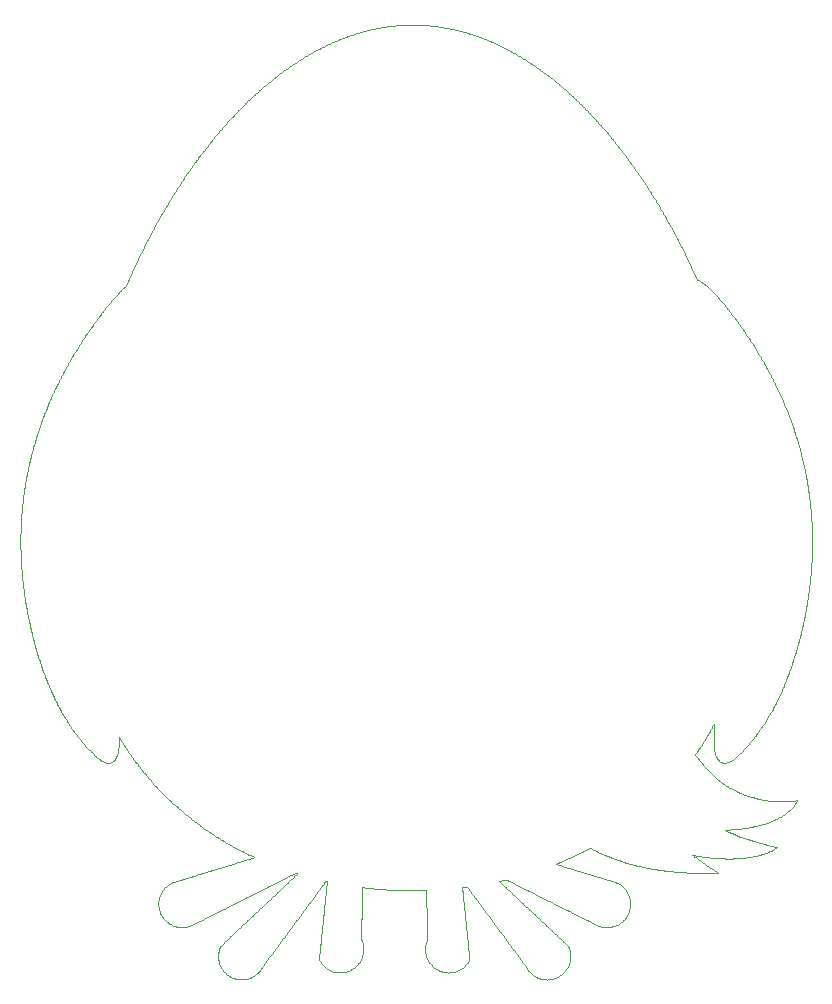
<source format=gbr>
G04 #@! TF.FileFunction,Profile,NP*
%FSLAX46Y46*%
G04 Gerber Fmt 4.6, Leading zero omitted, Abs format (unit mm)*
G04 Created by KiCad (PCBNEW 4.0.7) date 05/01/20 20:11:21*
%MOMM*%
%LPD*%
G01*
G04 APERTURE LIST*
%ADD10C,0.100000*%
G04 APERTURE END LIST*
D10*
X91368790Y-49754030D02*
X91368790Y-49754030D01*
X91368790Y-49754030D02*
X91264290Y-49754470D01*
X91264290Y-49754470D02*
X91166990Y-49754880D01*
X91166990Y-49754880D02*
X91131190Y-49755030D01*
X91131190Y-49755030D02*
X91026890Y-49757670D01*
X91026890Y-49757670D02*
X90929690Y-49760030D01*
X90929690Y-49760030D02*
X90893890Y-49761030D01*
X90893890Y-49761030D02*
X90789790Y-49764990D01*
X90789790Y-49764990D02*
X90692890Y-49769030D01*
X90692890Y-49769030D02*
X90657190Y-49770030D01*
X90657190Y-49770030D02*
X90553290Y-49775030D01*
X90553290Y-49775030D02*
X90456390Y-49780030D01*
X90456390Y-49780030D02*
X90420790Y-49782030D01*
X90420790Y-49782030D02*
X90317090Y-49789030D01*
X90317090Y-49789030D02*
X90220490Y-49795030D01*
X90220490Y-49795030D02*
X90184990Y-49797030D01*
X90184990Y-49797030D02*
X90081490Y-49806030D01*
X90081490Y-49806030D02*
X89984990Y-49815030D01*
X89984990Y-49815030D02*
X89949590Y-49818030D01*
X89949590Y-49818030D02*
X89846290Y-49828030D01*
X89846290Y-49828030D02*
X89750090Y-49838030D01*
X89750090Y-49838030D02*
X89714690Y-49842030D01*
X89714690Y-49842030D02*
X89611690Y-49854030D01*
X89611690Y-49854030D02*
X89515690Y-49865030D01*
X89515690Y-49865030D02*
X89480390Y-49869030D01*
X89480390Y-49869030D02*
X89377490Y-49882130D01*
X89377490Y-49882130D02*
X89281690Y-49895230D01*
X89281690Y-49895230D02*
X89246490Y-49899430D01*
X89246490Y-49899430D02*
X89143890Y-49914630D01*
X89143890Y-49914630D02*
X89048290Y-49927830D01*
X89048290Y-49927830D02*
X89013090Y-49933130D01*
X89013090Y-49933130D02*
X88910690Y-49949530D01*
X88910690Y-49949530D02*
X88815390Y-49964930D01*
X88815390Y-49964930D02*
X88780290Y-49970430D01*
X88780290Y-49970430D02*
X88678090Y-49987930D01*
X88678090Y-49987930D02*
X88582990Y-50004430D01*
X88582990Y-50004430D02*
X88547990Y-50011030D01*
X88547990Y-50011030D02*
X88445990Y-50030730D01*
X88445990Y-50030730D02*
X88351090Y-50048330D01*
X88351090Y-50048330D02*
X88316190Y-50055130D01*
X88316190Y-50055130D02*
X88214490Y-50075930D01*
X88214490Y-50075930D02*
X88119790Y-50095630D01*
X88119790Y-50095630D02*
X88084890Y-50102530D01*
X88084890Y-50102530D02*
X87983490Y-50124430D01*
X87983490Y-50124430D02*
X87888990Y-50145230D01*
X87888990Y-50145230D02*
X87854190Y-50153230D01*
X87854190Y-50153230D02*
X87752990Y-50177230D01*
X87752990Y-50177230D02*
X87658790Y-50199230D01*
X87658790Y-50199230D02*
X87624090Y-50207330D01*
X87624090Y-50207330D02*
X87523190Y-50232430D01*
X87523190Y-50232430D02*
X87429190Y-50256030D01*
X87429190Y-50256030D02*
X87394590Y-50264630D01*
X87394590Y-50264630D02*
X87293790Y-50290830D01*
X87293790Y-50290830D02*
X87199990Y-50316130D01*
X87199990Y-50316130D02*
X87165490Y-50325230D01*
X87165490Y-50325230D02*
X87064990Y-50353530D01*
X87064990Y-50353530D02*
X86971390Y-50379530D01*
X86971390Y-50379530D02*
X86936990Y-50389130D01*
X86936990Y-50389130D02*
X86836790Y-50418530D01*
X86836790Y-50418530D02*
X86743390Y-50446230D01*
X86743390Y-50446230D02*
X86709090Y-50456330D01*
X86709090Y-50456330D02*
X86609090Y-50487730D01*
X86609090Y-50487730D02*
X86515990Y-50516030D01*
X86515990Y-50516030D02*
X86481790Y-50526630D01*
X86481790Y-50526630D02*
X86382090Y-50559130D01*
X86382090Y-50559130D02*
X86289190Y-50589130D01*
X86289190Y-50589130D02*
X86255090Y-50600230D01*
X86255090Y-50600230D02*
X86155590Y-50633830D01*
X86155590Y-50633830D02*
X86062990Y-50665530D01*
X86062990Y-50665530D02*
X86028990Y-50677030D01*
X86028990Y-50677030D02*
X85929790Y-50712630D01*
X85929790Y-50712630D02*
X85837390Y-50744830D01*
X85837390Y-50744830D02*
X85803490Y-50756830D01*
X85803490Y-50756830D02*
X85704590Y-50793430D01*
X85704590Y-50793430D02*
X85612490Y-50827330D01*
X85612490Y-50827330D02*
X85578590Y-50839830D01*
X85578590Y-50839830D02*
X85479890Y-50877530D01*
X85479890Y-50877530D02*
X85388090Y-50913030D01*
X85388090Y-50913030D02*
X85354290Y-50925930D01*
X85354290Y-50925930D02*
X85255990Y-50965630D01*
X85255990Y-50965630D02*
X85164490Y-51001630D01*
X85164490Y-51001630D02*
X85130790Y-51015130D01*
X85130790Y-51015130D02*
X85032790Y-51055830D01*
X85032790Y-51055830D02*
X84941490Y-51093430D01*
X84941490Y-51093430D02*
X84907890Y-51107330D01*
X84907890Y-51107330D02*
X84810190Y-51149230D01*
X84810190Y-51149230D02*
X84719090Y-51188130D01*
X84719090Y-51188130D02*
X84685590Y-51202530D01*
X84685590Y-51202530D02*
X84588090Y-51245730D01*
X84588090Y-51245730D02*
X84497390Y-51285930D01*
X84497390Y-51285930D02*
X84463990Y-51300730D01*
X84463990Y-51300730D02*
X84366790Y-51345230D01*
X84366790Y-51345230D02*
X84276290Y-51386730D01*
X84276290Y-51386730D02*
X84242990Y-51401930D01*
X84242990Y-51401930D02*
X84146090Y-51447730D01*
X84146090Y-51447730D02*
X84055790Y-51490430D01*
X84055790Y-51490430D02*
X84022590Y-51506130D01*
X84022590Y-51506130D02*
X83925990Y-51553230D01*
X83925990Y-51553230D02*
X83836090Y-51597130D01*
X83836090Y-51597130D02*
X83802990Y-51613330D01*
X83802990Y-51613330D02*
X83706690Y-51661830D01*
X83706690Y-51661830D02*
X83616990Y-51706930D01*
X83616990Y-51706930D02*
X83584090Y-51723530D01*
X83584090Y-51723530D02*
X83488090Y-51773230D01*
X83488090Y-51773230D02*
X83398690Y-51819430D01*
X83398690Y-51819430D02*
X83365790Y-51836430D01*
X83365790Y-51836430D02*
X83270190Y-51887330D01*
X83270190Y-51887330D02*
X83181090Y-51934630D01*
X83181090Y-51934630D02*
X83148290Y-51952130D01*
X83148290Y-51952130D02*
X83052890Y-52004330D01*
X83052890Y-52004330D02*
X82964090Y-52052930D01*
X82964090Y-52052930D02*
X82931490Y-52070730D01*
X82931490Y-52070730D02*
X82836390Y-52124130D01*
X82836390Y-52124130D02*
X82747890Y-52173830D01*
X82747890Y-52173830D02*
X82715290Y-52192130D01*
X82715290Y-52192130D02*
X82620590Y-52246830D01*
X82620590Y-52246830D02*
X82532390Y-52297730D01*
X82532390Y-52297730D02*
X82499890Y-52316430D01*
X82499890Y-52316430D02*
X82405490Y-52372330D01*
X82405490Y-52372330D02*
X82317490Y-52424330D01*
X82317490Y-52424330D02*
X82285190Y-52443530D01*
X82285190Y-52443530D02*
X82191090Y-52500630D01*
X82191090Y-52500630D02*
X82103590Y-52553730D01*
X82103590Y-52553730D02*
X82071290Y-52573330D01*
X82071290Y-52573330D02*
X81977490Y-52631730D01*
X81977490Y-52631730D02*
X81890190Y-52685930D01*
X81890190Y-52685930D02*
X81858090Y-52705930D01*
X81858090Y-52705930D02*
X81764690Y-52765530D01*
X81764690Y-52765530D02*
X81677690Y-52820930D01*
X81677690Y-52820930D02*
X81645790Y-52841330D01*
X81645790Y-52841330D02*
X81552690Y-52902030D01*
X81552690Y-52902030D02*
X81465990Y-52958530D01*
X81465990Y-52958530D02*
X81434090Y-52979330D01*
X81434090Y-52979330D02*
X81341390Y-53041130D01*
X81341390Y-53041130D02*
X81254990Y-53098730D01*
X81254990Y-53098730D02*
X81223190Y-53119930D01*
X81223190Y-53119930D02*
X81130790Y-53182930D01*
X81130790Y-53182930D02*
X81044690Y-53241630D01*
X81044690Y-53241630D02*
X81012990Y-53263230D01*
X81012990Y-53263230D02*
X80920890Y-53327430D01*
X80920890Y-53327430D02*
X80835190Y-53387230D01*
X80835190Y-53387230D02*
X80803690Y-53409230D01*
X80803690Y-53409230D02*
X80711890Y-53474630D01*
X80711890Y-53474630D02*
X80626390Y-53535430D01*
X80626390Y-53535430D02*
X80594990Y-53557830D01*
X80594990Y-53557830D02*
X80503590Y-53624230D01*
X80503590Y-53624230D02*
X80418490Y-53686230D01*
X80418490Y-53686230D02*
X80387190Y-53708930D01*
X80387190Y-53708930D02*
X80296190Y-53776530D01*
X80296190Y-53776530D02*
X80211390Y-53839430D01*
X80211390Y-53839430D02*
X80180290Y-53862630D01*
X80180290Y-53862630D02*
X80089590Y-53931330D01*
X80089590Y-53931330D02*
X80005090Y-53995330D01*
X80005090Y-53995330D02*
X79973990Y-54018830D01*
X79973990Y-54018830D02*
X79883690Y-54088630D01*
X79883690Y-54088630D02*
X79799490Y-54153630D01*
X79799490Y-54153630D02*
X79768590Y-54177530D01*
X79768590Y-54177530D02*
X79681290Y-54247130D01*
X79681290Y-54247130D02*
X79611590Y-54302530D01*
X79611590Y-54302530D02*
X79542290Y-54357630D01*
X79542290Y-54357630D02*
X79472290Y-54413330D01*
X79472290Y-54413330D02*
X79387990Y-54480430D01*
X79387990Y-54480430D02*
X79360190Y-54502530D01*
X79360190Y-54502530D02*
X79273490Y-54574130D01*
X79273490Y-54574130D02*
X79204490Y-54631230D01*
X79204490Y-54631230D02*
X79135790Y-54687930D01*
X79135790Y-54687930D02*
X79066390Y-54745330D01*
X79066390Y-54745330D02*
X78982790Y-54814530D01*
X78982790Y-54814530D02*
X78955190Y-54837230D01*
X78955190Y-54837230D02*
X78869290Y-54910830D01*
X78869290Y-54910830D02*
X78800790Y-54969530D01*
X78800790Y-54969530D02*
X78732690Y-55027930D01*
X78732690Y-55027930D02*
X78663890Y-55086830D01*
X78663890Y-55086830D02*
X78580990Y-55157930D01*
X78580990Y-55157930D02*
X78553690Y-55181330D01*
X78553690Y-55181330D02*
X78468590Y-55257030D01*
X78468590Y-55257030D02*
X78400590Y-55317330D01*
X78400590Y-55317330D02*
X78333090Y-55377330D01*
X78333090Y-55377330D02*
X78264790Y-55437930D01*
X78264790Y-55437930D02*
X78182590Y-55511030D01*
X78182590Y-55511030D02*
X78155490Y-55535030D01*
X78155490Y-55535030D02*
X78070990Y-55612630D01*
X78070990Y-55612630D02*
X78003690Y-55674530D01*
X78003690Y-55674530D02*
X77936790Y-55736030D01*
X77936790Y-55736030D02*
X77869090Y-55798330D01*
X77869090Y-55798330D02*
X77787590Y-55873230D01*
X77787590Y-55873230D02*
X77760790Y-55897930D01*
X77760790Y-55897930D02*
X77677090Y-55977530D01*
X77677090Y-55977530D02*
X77610390Y-56040930D01*
X77610390Y-56040930D02*
X77544090Y-56103930D01*
X77544090Y-56103930D02*
X77476990Y-56167730D01*
X77476990Y-56167730D02*
X77396290Y-56244530D01*
X77396290Y-56244530D02*
X77369690Y-56269830D01*
X77369690Y-56269830D02*
X77286790Y-56351330D01*
X77286790Y-56351330D02*
X77220690Y-56416330D01*
X77220690Y-56416330D02*
X77154990Y-56480930D01*
X77154990Y-56480930D02*
X77088590Y-56546130D01*
X77088590Y-56546130D02*
X77008590Y-56624830D01*
X77008590Y-56624830D02*
X76982190Y-56650730D01*
X76982190Y-56650730D02*
X76900090Y-56734030D01*
X76900090Y-56734030D02*
X76834590Y-56800530D01*
X76834590Y-56800530D02*
X76769490Y-56866730D01*
X76769490Y-56866730D02*
X76703690Y-56933530D01*
X76703690Y-56933530D02*
X76624390Y-57013930D01*
X76624390Y-57013930D02*
X76598290Y-57040430D01*
X76598290Y-57040430D02*
X76516990Y-57125530D01*
X76516990Y-57125530D02*
X76452190Y-57193530D01*
X76452190Y-57193530D02*
X76387690Y-57261030D01*
X76387690Y-57261030D02*
X76322590Y-57329330D01*
X76322590Y-57329330D02*
X76244190Y-57411530D01*
X76244190Y-57411530D02*
X76218390Y-57438630D01*
X76218390Y-57438630D02*
X76137890Y-57525530D01*
X76137890Y-57525530D02*
X76073790Y-57594930D01*
X76073790Y-57594930D02*
X76009990Y-57663930D01*
X76009990Y-57663930D02*
X75945490Y-57733630D01*
X75945490Y-57733630D02*
X75867890Y-57817630D01*
X75867890Y-57817630D02*
X75842290Y-57845230D01*
X75842290Y-57845230D02*
X75762590Y-57933930D01*
X75762590Y-57933930D02*
X75699090Y-58004730D01*
X75699090Y-58004730D02*
X75635890Y-58075030D01*
X75635890Y-58075030D02*
X75572190Y-58146030D01*
X75572190Y-58146030D02*
X75495290Y-58231630D01*
X75495290Y-58231630D02*
X75469990Y-58259830D01*
X75469990Y-58259830D02*
X75391190Y-58350230D01*
X75391190Y-58350230D02*
X75328390Y-58422330D01*
X75328390Y-58422330D02*
X75265890Y-58494030D01*
X75265890Y-58494030D02*
X75202790Y-58566530D01*
X75202790Y-58566530D02*
X75126790Y-58653730D01*
X75126790Y-58653730D02*
X75101690Y-58682430D01*
X75101690Y-58682430D02*
X75023690Y-58774530D01*
X75023690Y-58774530D02*
X74961490Y-58847930D01*
X74961490Y-58847930D02*
X74899690Y-58921030D01*
X74899690Y-58921030D02*
X74837290Y-58994730D01*
X74837290Y-58994730D02*
X74761990Y-59083630D01*
X74761990Y-59083630D02*
X74737190Y-59112830D01*
X74737190Y-59112830D02*
X74660090Y-59206530D01*
X74660090Y-59206530D02*
X74598590Y-59281230D01*
X74598590Y-59281230D02*
X74537490Y-59355530D01*
X74537490Y-59355530D02*
X74475690Y-59430630D01*
X74475690Y-59430630D02*
X74401290Y-59521030D01*
X74401290Y-59521030D02*
X74376790Y-59550830D01*
X74376790Y-59550830D02*
X74300590Y-59646130D01*
X74300590Y-59646130D02*
X74239890Y-59722130D01*
X74239890Y-59722130D02*
X74179390Y-59797730D01*
X74179390Y-59797730D02*
X74118290Y-59874030D01*
X74118290Y-59874030D02*
X74044790Y-59966030D01*
X74044790Y-59966030D02*
X74020590Y-59996330D01*
X74020590Y-59996330D02*
X73945190Y-60093230D01*
X73945190Y-60093230D02*
X73885190Y-60170430D01*
X73885190Y-60170430D02*
X73825390Y-60247230D01*
X73825390Y-60247230D02*
X73764990Y-60324830D01*
X73764990Y-60324830D02*
X73692290Y-60418330D01*
X73692290Y-60418330D02*
X73668390Y-60449130D01*
X73668390Y-60449130D02*
X73593890Y-60547430D01*
X73593890Y-60547430D02*
X73534590Y-60625930D01*
X73534590Y-60625930D02*
X73475490Y-60703830D01*
X73475490Y-60703830D02*
X73415790Y-60782630D01*
X73415790Y-60782630D02*
X73343990Y-60877530D01*
X73343990Y-60877530D02*
X73320390Y-60908830D01*
X73320390Y-60908830D02*
X73246790Y-61008730D01*
X73246790Y-61008730D02*
X73188190Y-61088230D01*
X73188190Y-61088230D02*
X73129990Y-61167430D01*
X73129990Y-61167430D02*
X73070990Y-61247430D01*
X73070990Y-61247430D02*
X72999990Y-61343830D01*
X72999990Y-61343830D02*
X72976690Y-61375530D01*
X72976690Y-61375530D02*
X72904090Y-61476830D01*
X72904090Y-61476830D02*
X72846290Y-61557630D01*
X72846290Y-61557630D02*
X72788690Y-61637930D01*
X72788690Y-61637930D02*
X72730590Y-61719030D01*
X72730590Y-61719030D02*
X72660490Y-61816830D01*
X72660490Y-61816830D02*
X72637390Y-61849030D01*
X72637390Y-61849030D02*
X72565690Y-61951730D01*
X72565690Y-61951730D02*
X72508590Y-62033730D01*
X72508590Y-62033730D02*
X72451790Y-62115130D01*
X72451790Y-62115130D02*
X72394290Y-62197330D01*
X72394290Y-62197330D02*
X72325190Y-62296530D01*
X72325190Y-62296530D02*
X72302390Y-62329130D01*
X72302390Y-62329130D02*
X72231690Y-62433130D01*
X72231690Y-62433130D02*
X72175190Y-62516130D01*
X72175190Y-62516130D02*
X72119090Y-62598530D01*
X72119090Y-62598530D02*
X72062390Y-62681930D01*
X72062390Y-62681930D02*
X71994190Y-62782330D01*
X71994190Y-62782330D02*
X71971690Y-62815430D01*
X71971690Y-62815430D02*
X71901890Y-62920730D01*
X71901890Y-62920730D02*
X71846290Y-63004730D01*
X71846290Y-63004730D02*
X71790990Y-63088330D01*
X71790990Y-63088330D02*
X71735090Y-63172730D01*
X71735090Y-63172730D02*
X71667690Y-63274430D01*
X71667690Y-63274430D02*
X71645490Y-63307930D01*
X71645490Y-63307930D02*
X71576690Y-63414530D01*
X71576690Y-63414530D02*
X71521790Y-63499630D01*
X71521790Y-63499630D02*
X71467190Y-63584130D01*
X71467190Y-63584130D02*
X71412090Y-63669530D01*
X71412090Y-63669530D02*
X71345790Y-63772530D01*
X71345790Y-63772530D02*
X71323890Y-63806430D01*
X71323890Y-63806430D02*
X71256090Y-63914330D01*
X71256090Y-63914330D02*
X71202090Y-64000430D01*
X71202090Y-64000430D02*
X71148290Y-64085930D01*
X71148290Y-64085930D02*
X71093890Y-64172330D01*
X71093890Y-64172330D02*
X71028390Y-64276430D01*
X71028390Y-64276430D02*
X71006890Y-64310730D01*
X71006890Y-64310730D02*
X70940090Y-64419830D01*
X70940090Y-64419830D02*
X70886790Y-64506830D01*
X70886790Y-64506830D02*
X70833790Y-64593330D01*
X70833790Y-64593330D02*
X70780290Y-64680630D01*
X70780290Y-64680630D02*
X70715790Y-64786030D01*
X70715790Y-64786030D02*
X70694590Y-64820630D01*
X70694590Y-64820630D02*
X70637590Y-64916130D01*
X70637590Y-64916130D02*
X70592290Y-64992030D01*
X70592290Y-64992030D02*
X70547890Y-65066430D01*
X70547890Y-65066430D02*
X70503390Y-65141230D01*
X70503390Y-65141230D02*
X70458590Y-65216330D01*
X70458590Y-65216330D02*
X70404390Y-65307130D01*
X70404390Y-65307130D02*
X70387090Y-65336030D01*
X70387090Y-65336030D02*
X70330990Y-65432530D01*
X70330990Y-65432530D02*
X70286390Y-65509230D01*
X70286390Y-65509230D02*
X70242690Y-65584330D01*
X70242690Y-65584330D02*
X70198690Y-65659830D01*
X70198690Y-65659830D02*
X70154590Y-65735730D01*
X70154590Y-65735730D02*
X70101290Y-65827530D01*
X70101290Y-65827530D02*
X70084290Y-65856730D01*
X70084290Y-65856730D02*
X70029090Y-65954130D01*
X70029090Y-65954130D02*
X69985190Y-66031630D01*
X69985190Y-66031630D02*
X69942190Y-66107430D01*
X69942190Y-66107430D02*
X69898890Y-66183630D01*
X69898890Y-66183630D02*
X69855490Y-66260230D01*
X69855490Y-66260230D02*
X69802990Y-66352930D01*
X69802990Y-66352930D02*
X69786290Y-66382430D01*
X69786290Y-66382430D02*
X69731990Y-66480830D01*
X69731990Y-66480830D02*
X69688790Y-66558930D01*
X69688790Y-66558930D02*
X69646490Y-66635430D01*
X69646490Y-66635430D02*
X69604090Y-66712330D01*
X69604090Y-66712330D02*
X69561290Y-66789730D01*
X69561290Y-66789730D02*
X69509690Y-66883230D01*
X69509690Y-66883230D02*
X69493290Y-66913030D01*
X69493290Y-66913030D02*
X69439890Y-67012230D01*
X69439890Y-67012230D02*
X69397390Y-67091130D01*
X69397390Y-67091130D02*
X69355890Y-67168330D01*
X69355890Y-67168330D02*
X69314090Y-67246030D01*
X69314090Y-67246030D02*
X69272090Y-67324030D01*
X69272090Y-67324030D02*
X69221290Y-67418330D01*
X69221290Y-67418330D02*
X69205190Y-67448330D01*
X69205190Y-67448330D02*
X69152690Y-67548430D01*
X69152690Y-67548430D02*
X69110990Y-67628030D01*
X69110990Y-67628030D02*
X69070090Y-67705930D01*
X69070090Y-67705930D02*
X69029090Y-67784230D01*
X69029090Y-67784230D02*
X68987890Y-67862930D01*
X68987890Y-67862930D02*
X68937990Y-67958030D01*
X68937990Y-67958030D02*
X68922090Y-67988330D01*
X68922090Y-67988330D02*
X68870590Y-68089230D01*
X68870590Y-68089230D02*
X68829690Y-68169430D01*
X68829690Y-68169430D02*
X68789490Y-68248030D01*
X68789490Y-68248030D02*
X68749190Y-68326930D01*
X68749190Y-68326930D02*
X68708690Y-68406230D01*
X68708690Y-68406230D02*
X68659690Y-68502230D01*
X68659690Y-68502230D02*
X68644090Y-68532730D01*
X68644090Y-68532730D02*
X68593490Y-68634430D01*
X68593490Y-68634430D02*
X68553290Y-68715230D01*
X68553290Y-68715230D02*
X68513990Y-68794330D01*
X68513990Y-68794330D02*
X68474390Y-68873930D01*
X68474390Y-68873930D02*
X68434590Y-68953930D01*
X68434590Y-68953930D02*
X68386590Y-69050530D01*
X68386590Y-69050530D02*
X68371190Y-69081330D01*
X68371190Y-69081330D02*
X68321590Y-69183830D01*
X68321590Y-69183830D02*
X68282190Y-69265230D01*
X68282190Y-69265230D02*
X68243490Y-69344930D01*
X68243490Y-69344930D02*
X68204690Y-69425030D01*
X68204690Y-69425030D02*
X68165690Y-69505630D01*
X68165690Y-69505630D02*
X68118490Y-69603030D01*
X68118490Y-69603030D02*
X68103490Y-69634030D01*
X68103490Y-69634030D02*
X68054790Y-69737130D01*
X68054790Y-69737130D02*
X68016190Y-69819130D01*
X68016190Y-69819130D02*
X67978390Y-69899430D01*
X67978390Y-69899430D02*
X67940290Y-69980130D01*
X67940290Y-69980130D02*
X67902090Y-70061230D01*
X67902090Y-70061230D02*
X67855790Y-70159230D01*
X67855790Y-70159230D02*
X67841090Y-70190430D01*
X67841090Y-70190430D02*
X67793490Y-70294230D01*
X67793490Y-70294230D02*
X67755590Y-70376730D01*
X67755590Y-70376730D02*
X67718490Y-70457530D01*
X67718490Y-70457530D02*
X67681190Y-70538830D01*
X67681190Y-70538830D02*
X67643690Y-70620430D01*
X67643690Y-70620430D02*
X67598390Y-70719030D01*
X67598390Y-70719030D02*
X67583990Y-70750430D01*
X67583990Y-70750430D02*
X67537290Y-70854830D01*
X67537290Y-70854830D02*
X67500190Y-70937930D01*
X67500190Y-70937930D02*
X67463790Y-71019230D01*
X67463790Y-71019230D02*
X67427290Y-71100930D01*
X67427290Y-71100930D02*
X67390590Y-71183030D01*
X67390590Y-71183030D02*
X67346290Y-71282330D01*
X67346290Y-71282330D02*
X67332090Y-71313930D01*
X67332090Y-71313930D02*
X67286390Y-71419030D01*
X67286390Y-71419030D02*
X67250090Y-71502530D01*
X67250090Y-71502530D02*
X67214490Y-71584230D01*
X67214490Y-71584230D02*
X67178790Y-71666430D01*
X67178790Y-71666430D02*
X67142890Y-71749030D01*
X67142890Y-71749030D02*
X67099490Y-71848930D01*
X67099490Y-71848930D02*
X67085690Y-71880730D01*
X67085690Y-71880730D02*
X67018590Y-71937930D01*
X67018590Y-71937930D02*
X66956190Y-71991230D01*
X66956190Y-71991230D02*
X66933190Y-72010730D01*
X66933190Y-72010730D02*
X66865290Y-72072030D01*
X66865290Y-72072030D02*
X66802090Y-72129130D01*
X66802090Y-72129130D02*
X66778890Y-72150130D01*
X66778890Y-72150130D02*
X66710190Y-72215530D01*
X66710190Y-72215530D02*
X66646190Y-72276430D01*
X66646190Y-72276430D02*
X66622690Y-72298830D01*
X66622690Y-72298830D02*
X66553190Y-72368530D01*
X66553190Y-72368530D02*
X66488590Y-72433430D01*
X66488590Y-72433430D02*
X66464790Y-72457330D01*
X66464790Y-72457330D02*
X66394590Y-72531330D01*
X66394590Y-72531330D02*
X66329190Y-72600230D01*
X66329190Y-72600230D02*
X66305090Y-72625530D01*
X66305090Y-72625530D02*
X66234190Y-72703830D01*
X66234190Y-72703830D02*
X66167990Y-72776730D01*
X66167990Y-72776730D02*
X66143690Y-72803530D01*
X66143690Y-72803530D02*
X66071990Y-72886230D01*
X66071990Y-72886230D02*
X66005090Y-72963330D01*
X66005090Y-72963330D02*
X65980590Y-72991630D01*
X65980590Y-72991630D02*
X65908090Y-73078830D01*
X65908090Y-73078830D02*
X65840590Y-73159930D01*
X65840590Y-73159930D02*
X65815790Y-73189830D01*
X65815790Y-73189830D02*
X65735690Y-73289230D01*
X65735690Y-73289230D02*
X65672490Y-73367530D01*
X65672490Y-73367530D02*
X65598090Y-73459830D01*
X65598090Y-73459830D02*
X65571890Y-73492230D01*
X65571890Y-73492230D02*
X65492790Y-73592130D01*
X65492790Y-73592130D02*
X65430590Y-73670830D01*
X65430590Y-73670830D02*
X65357290Y-73763630D01*
X65357290Y-73763630D02*
X65331490Y-73796130D01*
X65331490Y-73796130D02*
X65253590Y-73896530D01*
X65253590Y-73896530D02*
X65192290Y-73975630D01*
X65192290Y-73975630D02*
X65119990Y-74068830D01*
X65119990Y-74068830D02*
X65094590Y-74101530D01*
X65094590Y-74101530D02*
X65017890Y-74202330D01*
X65017890Y-74202330D02*
X64957390Y-74281830D01*
X64957390Y-74281830D02*
X64886190Y-74375430D01*
X64886190Y-74375430D02*
X64861190Y-74408330D01*
X64861190Y-74408330D02*
X64785590Y-74509730D01*
X64785590Y-74509730D02*
X64726090Y-74589530D01*
X64726090Y-74589530D02*
X64655990Y-74683630D01*
X64655990Y-74683630D02*
X64631390Y-74716730D01*
X64631390Y-74716730D02*
X64556990Y-74818630D01*
X64556990Y-74818630D02*
X64498390Y-74898930D01*
X64498390Y-74898930D02*
X64429390Y-74993430D01*
X64429390Y-74993430D02*
X64405190Y-75026630D01*
X64405190Y-75026630D02*
X64331990Y-75129030D01*
X64331990Y-75129030D02*
X64274290Y-75209630D01*
X64274290Y-75209630D02*
X64206390Y-75304730D01*
X64206390Y-75304730D02*
X64182590Y-75338030D01*
X64182590Y-75338030D02*
X64110590Y-75440930D01*
X64110590Y-75440930D02*
X64053790Y-75521930D01*
X64053790Y-75521930D02*
X63987090Y-75617430D01*
X63987090Y-75617430D02*
X63963590Y-75650930D01*
X63963590Y-75650930D02*
X63892890Y-75754230D01*
X63892890Y-75754230D02*
X63836990Y-75835630D01*
X63836990Y-75835630D02*
X63771390Y-75931630D01*
X63771390Y-75931630D02*
X63748290Y-75965330D01*
X63748290Y-75965330D02*
X63678690Y-76069130D01*
X63678690Y-76069130D02*
X63623990Y-76151030D01*
X63623990Y-76151030D02*
X63559390Y-76247430D01*
X63559390Y-76247430D02*
X63536690Y-76281330D01*
X63536690Y-76281330D02*
X63468290Y-76385630D01*
X63468290Y-76385630D02*
X63414490Y-76467930D01*
X63414490Y-76467930D02*
X63351090Y-76564730D01*
X63351090Y-76564730D02*
X63328790Y-76598730D01*
X63328790Y-76598730D02*
X63261690Y-76703530D01*
X63261690Y-76703530D02*
X63208790Y-76786130D01*
X63208790Y-76786130D02*
X63146490Y-76883530D01*
X63146490Y-76883530D02*
X63124590Y-76917630D01*
X63124590Y-76917630D02*
X63058690Y-77022930D01*
X63058690Y-77022930D02*
X63006790Y-77105930D01*
X63006790Y-77105930D02*
X62945590Y-77203730D01*
X62945590Y-77203730D02*
X62924190Y-77238030D01*
X62924190Y-77238030D02*
X62859590Y-77343830D01*
X62859590Y-77343830D02*
X62808590Y-77427230D01*
X62808590Y-77427230D02*
X62748690Y-77525430D01*
X62748690Y-77525430D02*
X62727590Y-77559830D01*
X62727590Y-77559830D02*
X62664190Y-77666130D01*
X62664190Y-77666130D02*
X62614190Y-77749830D01*
X62614190Y-77749830D02*
X62555290Y-77848530D01*
X62555290Y-77848530D02*
X62534590Y-77883130D01*
X62534590Y-77883130D02*
X62472490Y-77989930D01*
X62472490Y-77989930D02*
X62423490Y-78074030D01*
X62423490Y-78074030D02*
X62365890Y-78173230D01*
X62365890Y-78173230D02*
X62345590Y-78208030D01*
X62345590Y-78208030D02*
X62284690Y-78315230D01*
X62284690Y-78315230D02*
X62236790Y-78399830D01*
X62236790Y-78399830D02*
X62180290Y-78499330D01*
X62180290Y-78499330D02*
X62160490Y-78534330D01*
X62160490Y-78534330D02*
X62100890Y-78642030D01*
X62100890Y-78642030D02*
X62053890Y-78726930D01*
X62053890Y-78726930D02*
X61998490Y-78826930D01*
X61998490Y-78826930D02*
X61979090Y-78862030D01*
X61979090Y-78862030D02*
X61920690Y-78970230D01*
X61920690Y-78970230D02*
X61874790Y-79055530D01*
X61874790Y-79055530D02*
X61820590Y-79156030D01*
X61820590Y-79156030D02*
X61801590Y-79191330D01*
X61801590Y-79191330D02*
X61744490Y-79300030D01*
X61744490Y-79300030D02*
X61699590Y-79385630D01*
X61699590Y-79385630D02*
X61646690Y-79486530D01*
X61646690Y-79486530D02*
X61628090Y-79522030D01*
X61628090Y-79522030D02*
X61572390Y-79631230D01*
X61572390Y-79631230D02*
X61528490Y-79717230D01*
X61528490Y-79717230D02*
X61476690Y-79818630D01*
X61476690Y-79818630D02*
X61458490Y-79854130D01*
X61458490Y-79854130D02*
X61403990Y-79963830D01*
X61403990Y-79963830D02*
X61361090Y-80050230D01*
X61361090Y-80050230D02*
X61310490Y-80152030D01*
X61310490Y-80152030D02*
X61292790Y-80187730D01*
X61292790Y-80187730D02*
X61239690Y-80297830D01*
X61239690Y-80297830D02*
X61197790Y-80384630D01*
X61197790Y-80384630D02*
X61148390Y-80486930D01*
X61148390Y-80486930D02*
X61131090Y-80522730D01*
X61131090Y-80522730D02*
X61079290Y-80633330D01*
X61079290Y-80633330D02*
X61038390Y-80720430D01*
X61038390Y-80720430D02*
X60990290Y-80823130D01*
X60990290Y-80823130D02*
X60973390Y-80859130D01*
X60973390Y-80859130D02*
X60922990Y-80970230D01*
X60922990Y-80970230D02*
X60883190Y-81057830D01*
X60883190Y-81057830D02*
X60836390Y-81160930D01*
X60836390Y-81160930D02*
X60819890Y-81197130D01*
X60819890Y-81197130D02*
X60770790Y-81308630D01*
X60770790Y-81308630D02*
X60732090Y-81396530D01*
X60732090Y-81396530D02*
X60686490Y-81500130D01*
X60686490Y-81500130D02*
X60670490Y-81536430D01*
X60670490Y-81536430D02*
X60622690Y-81648430D01*
X60622690Y-81648430D02*
X60584990Y-81736730D01*
X60584990Y-81736730D02*
X60540590Y-81840730D01*
X60540590Y-81840730D02*
X60525090Y-81877230D01*
X60525090Y-81877230D02*
X60478590Y-81989730D01*
X60478590Y-81989730D02*
X60441990Y-82078330D01*
X60441990Y-82078330D02*
X60398790Y-82182830D01*
X60398790Y-82182830D02*
X60383690Y-82219530D01*
X60383690Y-82219530D02*
X60338590Y-82332530D01*
X60338590Y-82332530D02*
X60303090Y-82421530D01*
X60303090Y-82421530D02*
X60261290Y-82526330D01*
X60261290Y-82526330D02*
X60246690Y-82563130D01*
X60246690Y-82563130D02*
X60202890Y-82676630D01*
X60202890Y-82676630D02*
X60168490Y-82766030D01*
X60168490Y-82766030D02*
X60127890Y-82871330D01*
X60127890Y-82871330D02*
X60113690Y-82908330D01*
X60113690Y-82908330D02*
X60071190Y-83022230D01*
X60071190Y-83022230D02*
X60037890Y-83111930D01*
X60037890Y-83111930D02*
X59998590Y-83217630D01*
X59998590Y-83217630D02*
X59984790Y-83254830D01*
X59984790Y-83254830D02*
X59943390Y-83369230D01*
X59943390Y-83369230D02*
X59911590Y-83459330D01*
X59911590Y-83459330D02*
X59873590Y-83565530D01*
X59873590Y-83565530D02*
X59860190Y-83602830D01*
X59860190Y-83602830D02*
X59820790Y-83717730D01*
X59820790Y-83717730D02*
X59789390Y-83808130D01*
X59789390Y-83808130D02*
X59752590Y-83914730D01*
X59752590Y-83914730D02*
X59739690Y-83952230D01*
X59739690Y-83952230D02*
X59701390Y-84067530D01*
X59701390Y-84067530D02*
X59671390Y-84158430D01*
X59671390Y-84158430D02*
X59635990Y-84265530D01*
X59635990Y-84265530D02*
X59623490Y-84303030D01*
X59623490Y-84303030D02*
X59586290Y-84418830D01*
X59586290Y-84418830D02*
X59557390Y-84510030D01*
X59557390Y-84510030D02*
X59523690Y-84617630D01*
X59523690Y-84617630D02*
X59511690Y-84655330D01*
X59511690Y-84655330D02*
X59476490Y-84771530D01*
X59476490Y-84771530D02*
X59448590Y-84863130D01*
X59448590Y-84863130D02*
X59415490Y-84971130D01*
X59415490Y-84971130D02*
X59403990Y-85008930D01*
X59403990Y-85008930D02*
X59369990Y-85125630D01*
X59369990Y-85125630D02*
X59343190Y-85217630D01*
X59343190Y-85217630D02*
X59311790Y-85326030D01*
X59311790Y-85326030D02*
X59300790Y-85364030D01*
X59300790Y-85364030D02*
X59267790Y-85481230D01*
X59267790Y-85481230D02*
X59243090Y-85573630D01*
X59243090Y-85573630D02*
X59212390Y-85682430D01*
X59212390Y-85682430D02*
X59201790Y-85720630D01*
X59201790Y-85720630D02*
X59170890Y-85838230D01*
X59170890Y-85838230D02*
X59146290Y-85931030D01*
X59146290Y-85931030D02*
X59117390Y-86040230D01*
X59117390Y-86040230D02*
X59107190Y-86078530D01*
X59107190Y-86078530D02*
X59077490Y-86196630D01*
X59077490Y-86196630D02*
X59053990Y-86289730D01*
X59053990Y-86289730D02*
X59026790Y-86399430D01*
X59026790Y-86399430D02*
X59017190Y-86437930D01*
X59017190Y-86437930D02*
X58988490Y-86556530D01*
X58988490Y-86556530D02*
X58967090Y-86649930D01*
X58967090Y-86649930D02*
X58940490Y-86760030D01*
X58940490Y-86760030D02*
X58931390Y-86798630D01*
X58931390Y-86798630D02*
X58904890Y-86917730D01*
X58904890Y-86917730D02*
X58883590Y-87011430D01*
X58883590Y-87011430D02*
X58858890Y-87122030D01*
X58858890Y-87122030D02*
X58850190Y-87160730D01*
X58850190Y-87160730D02*
X58824790Y-87280230D01*
X58824790Y-87280230D02*
X58804590Y-87374430D01*
X58804590Y-87374430D02*
X58781490Y-87485330D01*
X58781490Y-87485330D02*
X58773290Y-87524230D01*
X58773290Y-87524230D02*
X58749090Y-87644230D01*
X58749090Y-87644230D02*
X58730990Y-87738730D01*
X58730990Y-87738730D02*
X58708790Y-87850130D01*
X58708790Y-87850130D02*
X58700990Y-87889230D01*
X58700990Y-87889230D02*
X58678890Y-88009630D01*
X58678890Y-88009630D02*
X58660890Y-88104530D01*
X58660890Y-88104530D02*
X58640090Y-88216330D01*
X58640090Y-88216330D02*
X58633090Y-88255530D01*
X58633090Y-88255530D02*
X58612090Y-88376430D01*
X58612090Y-88376430D02*
X58596290Y-88471630D01*
X58596290Y-88471630D02*
X58576690Y-88583930D01*
X58576690Y-88583930D02*
X58569790Y-88623330D01*
X58569790Y-88623330D02*
X58550990Y-88744630D01*
X58550990Y-88744630D02*
X58535290Y-88840130D01*
X58535290Y-88840130D02*
X58517790Y-88952830D01*
X58517790Y-88952830D02*
X58510990Y-88992330D01*
X58510990Y-88992330D02*
X58493290Y-89114130D01*
X58493290Y-89114130D02*
X58478790Y-89210030D01*
X58478790Y-89210030D02*
X58462390Y-89323130D01*
X58462390Y-89323130D02*
X58456790Y-89362730D01*
X58456790Y-89362730D02*
X58440290Y-89484930D01*
X58440290Y-89484930D02*
X58427890Y-89581230D01*
X58427890Y-89581230D02*
X58412690Y-89694730D01*
X58412690Y-89694730D02*
X58407290Y-89734530D01*
X58407290Y-89734530D02*
X58392990Y-89857230D01*
X58392990Y-89857230D02*
X58380790Y-89953930D01*
X58380790Y-89953930D02*
X58367690Y-90067830D01*
X58367690Y-90067830D02*
X58362390Y-90107730D01*
X58362390Y-90107730D02*
X58349290Y-90230830D01*
X58349290Y-90230830D02*
X58339290Y-90327830D01*
X58339290Y-90327830D02*
X58326290Y-90442130D01*
X58326290Y-90442130D02*
X58322190Y-90482230D01*
X58322190Y-90482230D02*
X58310190Y-90605830D01*
X58310190Y-90605830D02*
X58301190Y-90703230D01*
X58301190Y-90703230D02*
X58290190Y-90818030D01*
X58290190Y-90818030D02*
X58286190Y-90858230D01*
X58286190Y-90858230D02*
X58276190Y-90982230D01*
X58276190Y-90982230D02*
X58267190Y-91079930D01*
X58267190Y-91079930D02*
X58258190Y-91195130D01*
X58258190Y-91195130D02*
X58254190Y-91235530D01*
X58254190Y-91235530D02*
X58245190Y-91360030D01*
X58245190Y-91360030D02*
X58238190Y-91458230D01*
X58238190Y-91458230D02*
X58230190Y-91573830D01*
X58230190Y-91573830D02*
X58227190Y-91614330D01*
X58227190Y-91614330D02*
X58220190Y-91739230D01*
X58220190Y-91739230D02*
X58215190Y-91837730D01*
X58215190Y-91837730D02*
X58209190Y-91953730D01*
X58209190Y-91953730D02*
X58207190Y-91994430D01*
X58207190Y-91994430D02*
X58202190Y-92119730D01*
X58202190Y-92119730D02*
X58198190Y-92218530D01*
X58198190Y-92218530D02*
X58193190Y-92334930D01*
X58193190Y-92334930D02*
X58191190Y-92375730D01*
X58191190Y-92375730D02*
X58187310Y-92501530D01*
X58187310Y-92501530D02*
X58184200Y-92600730D01*
X58184200Y-92600730D02*
X58180190Y-92717630D01*
X58180190Y-92717630D02*
X58179190Y-92758530D01*
X58179190Y-92758530D02*
X58176660Y-92884730D01*
X58176660Y-92884730D02*
X58174590Y-92984230D01*
X58174590Y-92984230D02*
X58172190Y-93101530D01*
X58172190Y-93101530D02*
X58171190Y-93142630D01*
X58171190Y-93142630D02*
X58170860Y-93269330D01*
X58170860Y-93269330D02*
X58170600Y-93369130D01*
X58170600Y-93369130D02*
X58170300Y-93486730D01*
X58170300Y-93486730D02*
X58170190Y-93528030D01*
X58170190Y-93528030D02*
X58170850Y-93655230D01*
X58170850Y-93655230D02*
X58171370Y-93755430D01*
X58171370Y-93755430D02*
X58171980Y-93873430D01*
X58171980Y-93873430D02*
X58172190Y-93914930D01*
X58172190Y-93914930D02*
X58174800Y-94042530D01*
X58174800Y-94042530D02*
X58176870Y-94143130D01*
X58176870Y-94143130D02*
X58179190Y-94261530D01*
X58179190Y-94261530D02*
X58180190Y-94303130D01*
X58180190Y-94303130D02*
X58184140Y-94431130D01*
X58184140Y-94431130D02*
X58187190Y-94532130D01*
X58187190Y-94532130D02*
X58191190Y-94650930D01*
X58191190Y-94650930D02*
X58192190Y-94692630D01*
X58192190Y-94692630D02*
X58197190Y-94821130D01*
X58197190Y-94821130D02*
X58202190Y-94922330D01*
X58202190Y-94922330D02*
X58207190Y-95041630D01*
X58207190Y-95041630D02*
X58208190Y-95083530D01*
X58208190Y-95083530D02*
X58216190Y-95212530D01*
X58216190Y-95212530D02*
X58222190Y-95314030D01*
X58222190Y-95314030D02*
X58229190Y-95433730D01*
X58229190Y-95433730D02*
X58232190Y-95475730D01*
X58232190Y-95475730D02*
X58240190Y-95584330D01*
X58240190Y-95584330D02*
X58246190Y-95670830D01*
X58246190Y-95670830D02*
X58252190Y-95756930D01*
X58252190Y-95756930D02*
X58258190Y-95843930D01*
X58258190Y-95843930D02*
X58266190Y-95948730D01*
X58266190Y-95948730D02*
X58268190Y-95983230D01*
X58268190Y-95983230D02*
X58278190Y-96094130D01*
X58278190Y-96094130D02*
X58286190Y-96182630D01*
X58286190Y-96182630D02*
X58295190Y-96270630D01*
X58295190Y-96270630D02*
X58303190Y-96359530D01*
X58303190Y-96359530D02*
X58313190Y-96466530D01*
X58313190Y-96466530D02*
X58316190Y-96501830D01*
X58316190Y-96501830D02*
X58328190Y-96614930D01*
X58328190Y-96614930D02*
X58337190Y-96705130D01*
X58337190Y-96705130D02*
X58346190Y-96794830D01*
X58346190Y-96794830D02*
X58355190Y-96885430D01*
X58355190Y-96885430D02*
X58367190Y-96994630D01*
X58367190Y-96994630D02*
X58370190Y-97030530D01*
X58370190Y-97030530D02*
X58383990Y-97145630D01*
X58383990Y-97145630D02*
X58395890Y-97237230D01*
X58395890Y-97237230D02*
X58406790Y-97328530D01*
X58406790Y-97328530D02*
X58417790Y-97420630D01*
X58417790Y-97420630D02*
X58431690Y-97531730D01*
X58431690Y-97531730D02*
X58435790Y-97568230D01*
X58435790Y-97568230D02*
X58452290Y-97685030D01*
X58452290Y-97685030D02*
X58464790Y-97778130D01*
X58464790Y-97778130D02*
X58477290Y-97870630D01*
X58477290Y-97870630D02*
X58490990Y-97964130D01*
X58490990Y-97964130D02*
X58506590Y-98076830D01*
X58506590Y-98076830D02*
X58511290Y-98113930D01*
X58511290Y-98113930D02*
X58529390Y-98232230D01*
X58529390Y-98232230D02*
X58544590Y-98326430D01*
X58544590Y-98326430D02*
X58558790Y-98420230D01*
X58558790Y-98420230D02*
X58573190Y-98514930D01*
X58573190Y-98514930D02*
X58591390Y-98629030D01*
X58591390Y-98629030D02*
X58596790Y-98666630D01*
X58596790Y-98666630D02*
X58617590Y-98786130D01*
X58617590Y-98786130D02*
X58633490Y-98881430D01*
X58633490Y-98881430D02*
X58649390Y-98976030D01*
X58649390Y-98976030D02*
X58666390Y-99071830D01*
X58666390Y-99071830D02*
X58686290Y-99187030D01*
X58686290Y-99187030D02*
X58692390Y-99225030D01*
X58692390Y-99225030D02*
X58714890Y-99345530D01*
X58714890Y-99345530D02*
X58733490Y-99441630D01*
X58733490Y-99441630D02*
X58751090Y-99537130D01*
X58751090Y-99537130D02*
X58768890Y-99633730D01*
X58768890Y-99633730D02*
X58791090Y-99749930D01*
X58791090Y-99749930D02*
X58798390Y-99788230D01*
X58798390Y-99788230D02*
X58823590Y-99909530D01*
X58823590Y-99909530D02*
X58842890Y-100006230D01*
X58842890Y-100006230D02*
X58863290Y-100102330D01*
X58863290Y-100102330D02*
X58882790Y-100199530D01*
X58882790Y-100199530D02*
X58906890Y-100316530D01*
X58906890Y-100316530D02*
X58914790Y-100355030D01*
X58914790Y-100355030D02*
X58942490Y-100480130D01*
X58942490Y-100480130D02*
X58967590Y-100596530D01*
X58967590Y-100596530D02*
X58976890Y-100639430D01*
X58976890Y-100639430D02*
X59005490Y-100764730D01*
X59005490Y-100764730D02*
X59031990Y-100881430D01*
X59031990Y-100881430D02*
X59041690Y-100924330D01*
X59041690Y-100924330D02*
X59071190Y-101049830D01*
X59071190Y-101049830D02*
X59098990Y-101166630D01*
X59098990Y-101166630D02*
X59109190Y-101209530D01*
X59109190Y-101209530D02*
X59140590Y-101335130D01*
X59140590Y-101335130D02*
X59168890Y-101452030D01*
X59168890Y-101452030D02*
X59179490Y-101495030D01*
X59179490Y-101495030D02*
X59211790Y-101620630D01*
X59211790Y-101620630D02*
X59241390Y-101737530D01*
X59241390Y-101737530D02*
X59252390Y-101780630D01*
X59252390Y-101780630D02*
X59285590Y-101906230D01*
X59285590Y-101906230D02*
X59316690Y-102023130D01*
X59316690Y-102023130D02*
X59328090Y-102066130D01*
X59328090Y-102066130D02*
X59362190Y-102191630D01*
X59362190Y-102191630D02*
X59394690Y-102308530D01*
X59394690Y-102308530D02*
X59406490Y-102351530D01*
X59406490Y-102351530D02*
X59442490Y-102476930D01*
X59442490Y-102476930D02*
X59475490Y-102593630D01*
X59475490Y-102593630D02*
X59487690Y-102636630D01*
X59487690Y-102636630D02*
X59524590Y-102761830D01*
X59524590Y-102761830D02*
X59558990Y-102878430D01*
X59558990Y-102878430D02*
X59571590Y-102921230D01*
X59571590Y-102921230D02*
X59609490Y-103046130D01*
X59609490Y-103046130D02*
X59645290Y-103162430D01*
X59645290Y-103162430D02*
X59658390Y-103205230D01*
X59658390Y-103205230D02*
X59698190Y-103329830D01*
X59698190Y-103329830D02*
X59734490Y-103445830D01*
X59734490Y-103445830D02*
X59747990Y-103488530D01*
X59747990Y-103488530D02*
X59788790Y-103612730D01*
X59788790Y-103612730D02*
X59826490Y-103728430D01*
X59826490Y-103728430D02*
X59840490Y-103770930D01*
X59840490Y-103770930D02*
X59882490Y-103894730D01*
X59882490Y-103894730D02*
X59921590Y-104010030D01*
X59921590Y-104010030D02*
X59935890Y-104052430D01*
X59935890Y-104052430D02*
X59979090Y-104175730D01*
X59979090Y-104175730D02*
X60019290Y-104290630D01*
X60019290Y-104290630D02*
X60034090Y-104332830D01*
X60034090Y-104332830D02*
X60078590Y-104455530D01*
X60078590Y-104455530D02*
X60120090Y-104569830D01*
X60120090Y-104569830D02*
X60135290Y-104611930D01*
X60135290Y-104611930D02*
X60180990Y-104734130D01*
X60180990Y-104734130D02*
X60223590Y-104847830D01*
X60223590Y-104847830D02*
X60239190Y-104889630D01*
X60239190Y-104889630D02*
X60286190Y-105011130D01*
X60286190Y-105011130D02*
X60329990Y-105124230D01*
X60329990Y-105124230D02*
X60346090Y-105165830D01*
X60346090Y-105165830D02*
X60394390Y-105286530D01*
X60394390Y-105286530D02*
X60439490Y-105399030D01*
X60439490Y-105399030D02*
X60455990Y-105440330D01*
X60455990Y-105440330D02*
X60505590Y-105560230D01*
X60505590Y-105560230D02*
X60551890Y-105672030D01*
X60551890Y-105672030D02*
X60568890Y-105713030D01*
X60568890Y-105713030D02*
X60619790Y-105832130D01*
X60619790Y-105832130D02*
X60667090Y-105943030D01*
X60667090Y-105943030D02*
X60684590Y-105983830D01*
X60684590Y-105983830D02*
X60736890Y-106102030D01*
X60736890Y-106102030D02*
X60785490Y-106212030D01*
X60785490Y-106212030D02*
X60803390Y-106252530D01*
X60803390Y-106252530D02*
X60856990Y-106369830D01*
X60856990Y-106369830D02*
X60906990Y-106478930D01*
X60906990Y-106478930D02*
X60925290Y-106519130D01*
X60925290Y-106519130D02*
X60980190Y-106635330D01*
X60980190Y-106635330D02*
X61031390Y-106743530D01*
X61031390Y-106743530D02*
X61050190Y-106783330D01*
X61050190Y-106783330D02*
X61106490Y-106898430D01*
X61106490Y-106898430D02*
X61158890Y-107005530D01*
X61158890Y-107005530D02*
X61178090Y-107044930D01*
X61178090Y-107044930D02*
X61235690Y-107158930D01*
X61235690Y-107158930D02*
X61289290Y-107265030D01*
X61289290Y-107265030D02*
X61309090Y-107304030D01*
X61309090Y-107304030D02*
X61367990Y-107416830D01*
X61367990Y-107416830D02*
X61422890Y-107521830D01*
X61422890Y-107521830D02*
X61443090Y-107560430D01*
X61443090Y-107560430D02*
X61503390Y-107671930D01*
X61503390Y-107671930D02*
X61559590Y-107775730D01*
X61559590Y-107775730D02*
X61580190Y-107813930D01*
X61580190Y-107813930D02*
X61641890Y-107924130D01*
X61641890Y-107924130D02*
X61699390Y-108026730D01*
X61699390Y-108026730D02*
X61720490Y-108064430D01*
X61720490Y-108064430D02*
X61783590Y-108173230D01*
X61783590Y-108173230D02*
X61842290Y-108274530D01*
X61842290Y-108274530D02*
X61863890Y-108311730D01*
X61863890Y-108311730D02*
X61928390Y-108419130D01*
X61928390Y-108419130D02*
X61988390Y-108519030D01*
X61988390Y-108519030D02*
X62010490Y-108555730D01*
X62010490Y-108555730D02*
X62076390Y-108661530D01*
X62076390Y-108661530D02*
X62137690Y-108760030D01*
X62137690Y-108760030D02*
X62160290Y-108796330D01*
X62160290Y-108796330D02*
X62227490Y-108900530D01*
X62227490Y-108900530D02*
X62290190Y-108997630D01*
X62290190Y-108997630D02*
X62313190Y-109033330D01*
X62313190Y-109033330D02*
X62381890Y-109135930D01*
X62381890Y-109135930D02*
X62445890Y-109231530D01*
X62445890Y-109231530D02*
X62469390Y-109266730D01*
X62469390Y-109266730D02*
X62539490Y-109367630D01*
X62539490Y-109367630D02*
X62604790Y-109461630D01*
X62604790Y-109461630D02*
X62628790Y-109496230D01*
X62628790Y-109496230D02*
X62700290Y-109595430D01*
X62700290Y-109595430D02*
X62766890Y-109687830D01*
X62766890Y-109687830D02*
X62791390Y-109721830D01*
X62791390Y-109721830D02*
X62864290Y-109819330D01*
X62864290Y-109819330D02*
X62932290Y-109909930D01*
X62932290Y-109909930D02*
X62957290Y-109943330D01*
X62957290Y-109943330D02*
X63031690Y-110038930D01*
X63031690Y-110038930D02*
X63100990Y-110127930D01*
X63100990Y-110127930D02*
X63126490Y-110160630D01*
X63126490Y-110160630D02*
X63202290Y-110254230D01*
X63202290Y-110254230D02*
X63272990Y-110341430D01*
X63272990Y-110341430D02*
X63298990Y-110373530D01*
X63298990Y-110373530D02*
X63376290Y-110465230D01*
X63376290Y-110465230D02*
X63448290Y-110550530D01*
X63448290Y-110550530D02*
X63474790Y-110581930D01*
X63474790Y-110581930D02*
X63553490Y-110671530D01*
X63553490Y-110671530D02*
X63626890Y-110755030D01*
X63626890Y-110755030D02*
X63653890Y-110785630D01*
X63653890Y-110785630D02*
X63734190Y-110873230D01*
X63734190Y-110873230D02*
X63808890Y-110954730D01*
X63808890Y-110954730D02*
X63836390Y-110984730D01*
X63836390Y-110984730D02*
X63918190Y-111070030D01*
X63918190Y-111070030D02*
X63994290Y-111149530D01*
X63994290Y-111149530D02*
X64022290Y-111178730D01*
X64022290Y-111178730D02*
X64105490Y-111261930D01*
X64105490Y-111261930D02*
X64182990Y-111339330D01*
X64182990Y-111339330D02*
X64211490Y-111367830D01*
X64211490Y-111367830D02*
X64296190Y-111448630D01*
X64296190Y-111448630D02*
X64375090Y-111523930D01*
X64375090Y-111523930D02*
X64404090Y-111551630D01*
X64404090Y-111551630D02*
X64490290Y-111630130D01*
X64490290Y-111630130D02*
X64570590Y-111703230D01*
X64570590Y-111703230D02*
X64600190Y-111730130D01*
X64600190Y-111730130D02*
X64687890Y-111806230D01*
X64687890Y-111806230D02*
X64769690Y-111877130D01*
X64769690Y-111877130D02*
X64799690Y-111903230D01*
X64799690Y-111903230D02*
X64819690Y-111919330D01*
X64819690Y-111919330D02*
X64876390Y-111961730D01*
X64876390Y-111961730D02*
X64942090Y-112005930D01*
X64942090Y-112005930D02*
X64963990Y-112020730D01*
X64963990Y-112020730D02*
X65017790Y-112053530D01*
X65017790Y-112053530D02*
X65077490Y-112087130D01*
X65077490Y-112087130D02*
X65142290Y-112120230D01*
X65142290Y-112120230D02*
X65211490Y-112151730D01*
X65211490Y-112151730D02*
X65284490Y-112180330D01*
X65284490Y-112180330D02*
X65360590Y-112204930D01*
X65360590Y-112204930D02*
X65439090Y-112224330D01*
X65439090Y-112224330D02*
X65519490Y-112238130D01*
X65519490Y-112238130D02*
X65600890Y-112244130D01*
X65600890Y-112244130D02*
X65682790Y-112242130D01*
X65682790Y-112242130D02*
X65723790Y-112236130D01*
X65723790Y-112236130D02*
X65764590Y-112228130D01*
X65764590Y-112228130D02*
X65805090Y-112216630D01*
X65805090Y-112216630D02*
X65845290Y-112202830D01*
X65845290Y-112202830D02*
X65885090Y-112186430D01*
X65885090Y-112186430D02*
X65924490Y-112166730D01*
X65924490Y-112166730D02*
X65963190Y-112143730D01*
X65963190Y-112143730D02*
X66001390Y-112117230D01*
X66001390Y-112117230D02*
X66038790Y-112087130D01*
X66038790Y-112087130D02*
X66075390Y-112053230D01*
X66075390Y-112053230D02*
X66111090Y-112015430D01*
X66111090Y-112015430D02*
X66145890Y-111973530D01*
X66145890Y-111973530D02*
X66179490Y-111927530D01*
X66179490Y-111927530D02*
X66211990Y-111877130D01*
X66211990Y-111877130D02*
X66243190Y-111822130D01*
X66243190Y-111822130D02*
X66273290Y-111762530D01*
X66273290Y-111762530D02*
X66301890Y-111698130D01*
X66301890Y-111698130D02*
X66329090Y-111628830D01*
X66329090Y-111628830D02*
X66354690Y-111554430D01*
X66354690Y-111554430D02*
X66378590Y-111474730D01*
X66378590Y-111474730D02*
X66400690Y-111389630D01*
X66400690Y-111389630D02*
X66421090Y-111299030D01*
X66421090Y-111299030D02*
X66439590Y-111202830D01*
X66439590Y-111202830D02*
X66451590Y-111126330D01*
X66451590Y-111126330D02*
X66455590Y-111100830D01*
X66455590Y-111100830D02*
X66466590Y-111019830D01*
X66466590Y-111019830D02*
X66469590Y-110992830D01*
X66469590Y-110992830D02*
X66478590Y-110907230D01*
X66478590Y-110907230D02*
X66481590Y-110878630D01*
X66481590Y-110878630D02*
X66488590Y-110788330D01*
X66488590Y-110788330D02*
X66490590Y-110758230D01*
X66490590Y-110758230D02*
X66496590Y-110663130D01*
X66496590Y-110663130D02*
X66498590Y-110631430D01*
X66498590Y-110631430D02*
X66503590Y-110531530D01*
X66503590Y-110531530D02*
X66504590Y-110498230D01*
X66504590Y-110498230D02*
X66506090Y-110393230D01*
X66506090Y-110393230D02*
X66506590Y-110358230D01*
X66506590Y-110358230D02*
X66506590Y-110248230D01*
X66506590Y-110248230D02*
X66506590Y-110211630D01*
X66506590Y-110211630D02*
X66505090Y-110096230D01*
X66505090Y-110096230D02*
X66504590Y-110057830D01*
X66504590Y-110057830D02*
X66560790Y-110148930D01*
X66560790Y-110148930D02*
X66605590Y-110221630D01*
X66605590Y-110221630D02*
X66650190Y-110293830D01*
X66650190Y-110293830D02*
X66695190Y-110366830D01*
X66695190Y-110366830D02*
X66749390Y-110454730D01*
X66749390Y-110454730D02*
X66767290Y-110483730D01*
X66767290Y-110483730D02*
X66837190Y-110592330D01*
X66837190Y-110592330D02*
X66892290Y-110678130D01*
X66892290Y-110678130D02*
X66947590Y-110764030D01*
X66947590Y-110764030D02*
X67014390Y-110867830D01*
X67014390Y-110867830D02*
X67036890Y-110902830D01*
X67036890Y-110902830D02*
X67108590Y-111009630D01*
X67108590Y-111009630D02*
X67165190Y-111093930D01*
X67165190Y-111093930D02*
X67221890Y-111178430D01*
X67221890Y-111178430D02*
X67290290Y-111280530D01*
X67290290Y-111280530D02*
X67313390Y-111314930D01*
X67313390Y-111314930D02*
X67386890Y-111420030D01*
X67386890Y-111420030D02*
X67444890Y-111503030D01*
X67444890Y-111503030D02*
X67503090Y-111586130D01*
X67503090Y-111586130D02*
X67573190Y-111686530D01*
X67573190Y-111686530D02*
X67596890Y-111720330D01*
X67596890Y-111720330D02*
X67672090Y-111823630D01*
X67672090Y-111823630D02*
X67731490Y-111905130D01*
X67731490Y-111905130D02*
X67790890Y-111986830D01*
X67790890Y-111986830D02*
X67862790Y-112085630D01*
X67862790Y-112085630D02*
X67886990Y-112118830D01*
X67886990Y-112118830D02*
X67963990Y-112220330D01*
X67963990Y-112220330D02*
X68024690Y-112300530D01*
X68024690Y-112300530D02*
X68085490Y-112380830D01*
X68085490Y-112380830D02*
X68158990Y-112477930D01*
X68158990Y-112477930D02*
X68183790Y-112510630D01*
X68183790Y-112510630D02*
X68262490Y-112610430D01*
X68262490Y-112610430D02*
X68324490Y-112689130D01*
X68324490Y-112689130D02*
X68386690Y-112768030D01*
X68386690Y-112768030D02*
X68461790Y-112863430D01*
X68461790Y-112863430D02*
X68487090Y-112895530D01*
X68487090Y-112895530D02*
X68567490Y-112993530D01*
X68567490Y-112993530D02*
X68630990Y-113070830D01*
X68630990Y-113070830D02*
X68694490Y-113148430D01*
X68694490Y-113148430D02*
X68771290Y-113242030D01*
X68771290Y-113242030D02*
X68797090Y-113273530D01*
X68797090Y-113273530D02*
X68879190Y-113369730D01*
X68879190Y-113369730D02*
X68943890Y-113445730D01*
X68943890Y-113445730D02*
X69008690Y-113521830D01*
X69008690Y-113521830D02*
X69087090Y-113613730D01*
X69087090Y-113613730D02*
X69113490Y-113644730D01*
X69113490Y-113644730D02*
X69197090Y-113739130D01*
X69197090Y-113739130D02*
X69263190Y-113813630D01*
X69263190Y-113813630D02*
X69329390Y-113888330D01*
X69329390Y-113888330D02*
X69409290Y-113978530D01*
X69409290Y-113978530D02*
X69436190Y-114008930D01*
X69436190Y-114008930D02*
X69521490Y-114101530D01*
X69521490Y-114101530D02*
X69588790Y-114174530D01*
X69588790Y-114174530D02*
X69656190Y-114247830D01*
X69656190Y-114247830D02*
X69737790Y-114336330D01*
X69737790Y-114336330D02*
X69765190Y-114366130D01*
X69765190Y-114366130D02*
X69852090Y-114457030D01*
X69852090Y-114457030D02*
X69920690Y-114528730D01*
X69920690Y-114528730D02*
X69989490Y-114600630D01*
X69989490Y-114600630D02*
X70072590Y-114687430D01*
X70072590Y-114687430D02*
X70100490Y-114716630D01*
X70100490Y-114716630D02*
X70188990Y-114805730D01*
X70188990Y-114805730D02*
X70258890Y-114875930D01*
X70258890Y-114875930D02*
X70328890Y-114946430D01*
X70328890Y-114946430D02*
X70413490Y-115031530D01*
X70413490Y-115031530D02*
X70441990Y-115060130D01*
X70441990Y-115060130D02*
X70532090Y-115147330D01*
X70532090Y-115147330D02*
X70603190Y-115216230D01*
X70603190Y-115216230D02*
X70674390Y-115285230D01*
X70674390Y-115285230D02*
X70760490Y-115368530D01*
X70760490Y-115368530D02*
X70789490Y-115396630D01*
X70789490Y-115396630D02*
X70881090Y-115482030D01*
X70881090Y-115482030D02*
X70953490Y-115549430D01*
X70953490Y-115549430D02*
X71025990Y-115617030D01*
X71025990Y-115617030D02*
X71113490Y-115698630D01*
X71113490Y-115698630D02*
X71142990Y-115726130D01*
X71142990Y-115726130D02*
X71236090Y-115809730D01*
X71236090Y-115809730D02*
X71309590Y-115875730D01*
X71309590Y-115875730D02*
X71383190Y-115941830D01*
X71383190Y-115941830D02*
X71472190Y-116021730D01*
X71472190Y-116021730D02*
X71502190Y-116048630D01*
X71502190Y-116048630D02*
X71596790Y-116130430D01*
X71596790Y-116130430D02*
X71671590Y-116194930D01*
X71671590Y-116194930D02*
X71746390Y-116259630D01*
X71746390Y-116259630D02*
X71836790Y-116337730D01*
X71836790Y-116337730D02*
X71867290Y-116364030D01*
X71867290Y-116364030D02*
X71963390Y-116444030D01*
X71963390Y-116444030D02*
X72039190Y-116507130D01*
X72039190Y-116507130D02*
X72115190Y-116570330D01*
X72115190Y-116570330D02*
X72207090Y-116646730D01*
X72207090Y-116646730D02*
X72237990Y-116672430D01*
X72237990Y-116672430D02*
X72335590Y-116750530D01*
X72335590Y-116750530D02*
X72412590Y-116812130D01*
X72412590Y-116812130D02*
X72489690Y-116873830D01*
X72489690Y-116873830D02*
X72582890Y-116948530D01*
X72582890Y-116948530D02*
X72614390Y-116973630D01*
X72614390Y-116973630D02*
X72713390Y-117049830D01*
X72713390Y-117049830D02*
X72791590Y-117110030D01*
X72791590Y-117110030D02*
X72869790Y-117170330D01*
X72869790Y-117170330D02*
X72964390Y-117243230D01*
X72964390Y-117243230D02*
X72996290Y-117267830D01*
X72996290Y-117267830D02*
X73096790Y-117342230D01*
X73096790Y-117342230D02*
X73175990Y-117401030D01*
X73175990Y-117401030D02*
X73255390Y-117459830D01*
X73255390Y-117459830D02*
X73351390Y-117531030D01*
X73351390Y-117531030D02*
X73383690Y-117554930D01*
X73383690Y-117554930D02*
X73485490Y-117627530D01*
X73485490Y-117627530D02*
X73565890Y-117684830D01*
X73565890Y-117684830D02*
X73646390Y-117742230D01*
X73646390Y-117742230D02*
X73743690Y-117811530D01*
X73743690Y-117811530D02*
X73776490Y-117834930D01*
X73776490Y-117834930D02*
X73879690Y-117905730D01*
X73879690Y-117905730D02*
X73961090Y-117961530D01*
X73961090Y-117961530D02*
X74042690Y-118017530D01*
X74042690Y-118017530D02*
X74141190Y-118085130D01*
X74141190Y-118085130D02*
X74174390Y-118107930D01*
X74174390Y-118107930D02*
X74278890Y-118176830D01*
X74278890Y-118176830D02*
X74361390Y-118231230D01*
X74361390Y-118231230D02*
X74444090Y-118285730D01*
X74444090Y-118285730D02*
X74543890Y-118351530D01*
X74543890Y-118351530D02*
X74577590Y-118373730D01*
X74577590Y-118373730D02*
X74683490Y-118440730D01*
X74683490Y-118440730D02*
X74767090Y-118493630D01*
X74767090Y-118493630D02*
X74850790Y-118546630D01*
X74850790Y-118546630D02*
X74951990Y-118610630D01*
X74951990Y-118610630D02*
X74985990Y-118632230D01*
X74985990Y-118632230D02*
X75093190Y-118697430D01*
X75093190Y-118697430D02*
X75177790Y-118748830D01*
X75177790Y-118748830D02*
X75262590Y-118800430D01*
X75262590Y-118800430D02*
X75365090Y-118862630D01*
X75365090Y-118862630D02*
X75399490Y-118883630D01*
X75399490Y-118883630D02*
X75507990Y-118946930D01*
X75507990Y-118946930D02*
X75593590Y-118996930D01*
X75593590Y-118996930D02*
X75679390Y-119046930D01*
X75679390Y-119046930D02*
X75782990Y-119107530D01*
X75782990Y-119107530D02*
X75817890Y-119127830D01*
X75817890Y-119127830D02*
X75927590Y-119189230D01*
X75927590Y-119189230D02*
X76014090Y-119237830D01*
X76014090Y-119237830D02*
X76100890Y-119286430D01*
X76100890Y-119286430D02*
X76205690Y-119345130D01*
X76205690Y-119345130D02*
X76240990Y-119364930D01*
X76240990Y-119364930D02*
X76351990Y-119424430D01*
X76351990Y-119424430D02*
X76439590Y-119471430D01*
X76439590Y-119471430D02*
X76527290Y-119518530D01*
X76527290Y-119518530D02*
X76633390Y-119575430D01*
X76633390Y-119575430D02*
X76669090Y-119594630D01*
X76669090Y-119594630D02*
X76781190Y-119652330D01*
X76781190Y-119652330D02*
X76869790Y-119697830D01*
X76869790Y-119697830D02*
X76958490Y-119743530D01*
X76958490Y-119743530D02*
X77065590Y-119798630D01*
X77065590Y-119798630D02*
X77101690Y-119817230D01*
X77101690Y-119817230D02*
X77215090Y-119872930D01*
X77215090Y-119872930D02*
X77304590Y-119917030D01*
X77304590Y-119917030D02*
X77394190Y-119961130D01*
X77394190Y-119961130D02*
X77502590Y-120014330D01*
X77502590Y-120014330D02*
X77539090Y-120032330D01*
X77539090Y-120032330D02*
X77653690Y-120086230D01*
X77653690Y-120086230D02*
X77744090Y-120128830D01*
X77744090Y-120128830D02*
X77834590Y-120171430D01*
X77834590Y-120171430D02*
X77944090Y-120223030D01*
X77944090Y-120223030D02*
X77980990Y-120240330D01*
X77980990Y-120240330D02*
X77860890Y-120277030D01*
X77860890Y-120277030D02*
X77764390Y-120307030D01*
X77764390Y-120307030D02*
X77669590Y-120335730D01*
X77669590Y-120335730D02*
X77574990Y-120364630D01*
X77574990Y-120364630D02*
X77480390Y-120393430D01*
X77480390Y-120393430D02*
X77385590Y-120422430D01*
X77385590Y-120422430D02*
X77290890Y-120451330D01*
X77290890Y-120451330D02*
X77196090Y-120480330D01*
X77196090Y-120480330D02*
X77100990Y-120509430D01*
X77100990Y-120509430D02*
X77006290Y-120538430D01*
X77006290Y-120538430D02*
X76912090Y-120567230D01*
X76912090Y-120567230D02*
X76817690Y-120596130D01*
X76817690Y-120596130D02*
X76722990Y-120626030D01*
X76722990Y-120626030D02*
X76627790Y-120655230D01*
X76627790Y-120655230D02*
X76533190Y-120683230D01*
X76533190Y-120683230D02*
X76439090Y-120713030D01*
X76439090Y-120713030D02*
X76344590Y-120741930D01*
X76344590Y-120741930D02*
X76249790Y-120770930D01*
X76249790Y-120770930D02*
X76154890Y-120800030D01*
X76154890Y-120800030D02*
X76059990Y-120829130D01*
X76059990Y-120829130D02*
X75965290Y-120858130D01*
X75965290Y-120858130D02*
X75870790Y-120887130D01*
X75870790Y-120887130D02*
X75776590Y-120916030D01*
X75776590Y-120916030D02*
X75682390Y-120944730D01*
X75682390Y-120944730D02*
X75587790Y-120973730D01*
X75587790Y-120973730D02*
X75493390Y-121002530D01*
X75493390Y-121002530D02*
X75398590Y-121031630D01*
X75398590Y-121031630D02*
X75304290Y-121060430D01*
X75304290Y-121060430D02*
X75209490Y-121089430D01*
X75209490Y-121089430D02*
X75114590Y-121118530D01*
X75114590Y-121118530D02*
X75020390Y-121147330D01*
X75020390Y-121147330D02*
X74926090Y-121176230D01*
X74926090Y-121176230D02*
X74831490Y-121205130D01*
X74831490Y-121205130D02*
X74736890Y-121234130D01*
X74736890Y-121234130D02*
X74641990Y-121263030D01*
X74641990Y-121263030D02*
X74546890Y-121292330D01*
X74546890Y-121292330D02*
X74452490Y-121321130D01*
X74452490Y-121321130D02*
X74357290Y-121350230D01*
X74357290Y-121350230D02*
X74262190Y-121379530D01*
X74262190Y-121379530D02*
X74168190Y-121408230D01*
X74168190Y-121408230D02*
X74073790Y-121437130D01*
X74073790Y-121437130D02*
X73979090Y-121466130D01*
X73979090Y-121466130D02*
X73884290Y-121495130D01*
X73884290Y-121495130D02*
X73789590Y-121524130D01*
X73789590Y-121524130D02*
X73695090Y-121553130D01*
X73695090Y-121553130D02*
X73600590Y-121582030D01*
X73600590Y-121582030D02*
X73505690Y-121611030D01*
X73505690Y-121611030D02*
X73410890Y-121640130D01*
X73410890Y-121640130D02*
X73316490Y-121668930D01*
X73316490Y-121668930D02*
X73221490Y-121698030D01*
X73221490Y-121698030D02*
X73125990Y-121727230D01*
X73125990Y-121727230D02*
X73030490Y-121756430D01*
X73030490Y-121756430D02*
X72935390Y-121785630D01*
X72935390Y-121785630D02*
X72840890Y-121814630D01*
X72840890Y-121814630D02*
X72746790Y-121843430D01*
X72746790Y-121843430D02*
X72652590Y-121872330D01*
X72652590Y-121872330D02*
X72558190Y-121901130D01*
X72558190Y-121901130D02*
X72463290Y-121930130D01*
X72463290Y-121930130D02*
X72368590Y-121959230D01*
X72368590Y-121959230D02*
X72273890Y-121988130D01*
X72273890Y-121988130D02*
X72178690Y-122017330D01*
X72178690Y-122017330D02*
X72083790Y-122046530D01*
X72083790Y-122046530D02*
X71989590Y-122075330D01*
X71989590Y-122075330D02*
X71894890Y-122104130D01*
X71894890Y-122104130D02*
X71799190Y-122133430D01*
X71799190Y-122133430D02*
X71703590Y-122162630D01*
X71703590Y-122162630D02*
X71607890Y-122191930D01*
X71607890Y-122191930D02*
X71512990Y-122221130D01*
X71512990Y-122221130D02*
X71418590Y-122249930D01*
X71418590Y-122249930D02*
X71323390Y-122279130D01*
X71323390Y-122279130D02*
X71227490Y-122308530D01*
X71227490Y-122308530D02*
X71130990Y-122338030D01*
X71130990Y-122338030D02*
X71011590Y-122374630D01*
X71011590Y-122374630D02*
X70978290Y-122384830D01*
X70978290Y-122384830D02*
X70910090Y-122419430D01*
X70910090Y-122419430D02*
X70887290Y-122431030D01*
X70887290Y-122431030D02*
X70821590Y-122468730D01*
X70821590Y-122468730D02*
X70799690Y-122481230D01*
X70799690Y-122481230D02*
X70736490Y-122521830D01*
X70736490Y-122521830D02*
X70715490Y-122535330D01*
X70715490Y-122535330D02*
X70634690Y-122593030D01*
X70634690Y-122593030D02*
X70557490Y-122654230D01*
X70557490Y-122654230D02*
X70483890Y-122718830D01*
X70483890Y-122718830D02*
X70413990Y-122786730D01*
X70413990Y-122786730D02*
X70347890Y-122857430D01*
X70347890Y-122857430D02*
X70285590Y-122931030D01*
X70285590Y-122931030D02*
X70227190Y-123007330D01*
X70227190Y-123007330D02*
X70172690Y-123086230D01*
X70172690Y-123086230D02*
X70122090Y-123167430D01*
X70122090Y-123167430D02*
X70075590Y-123250730D01*
X70075590Y-123250730D02*
X70033090Y-123336030D01*
X70033090Y-123336030D02*
X69994890Y-123423230D01*
X69994890Y-123423230D02*
X69960790Y-123512130D01*
X69960790Y-123512130D02*
X69931090Y-123602630D01*
X69931090Y-123602630D02*
X69905690Y-123694330D01*
X69905690Y-123694330D02*
X69884590Y-123787330D01*
X69884590Y-123787330D02*
X69868090Y-123881330D01*
X69868090Y-123881330D02*
X69855690Y-123976130D01*
X69855690Y-123976130D02*
X69848690Y-124071630D01*
X69848690Y-124071630D02*
X69846690Y-124167730D01*
X69846690Y-124167730D02*
X69847690Y-124264130D01*
X69847690Y-124264130D02*
X69854690Y-124360830D01*
X69854690Y-124360830D02*
X69866190Y-124457430D01*
X69866190Y-124457430D02*
X69882490Y-124553830D01*
X69882490Y-124553830D02*
X69903690Y-124650030D01*
X69903690Y-124650030D02*
X69929790Y-124745830D01*
X69929790Y-124745830D02*
X69953390Y-124817230D01*
X69953390Y-124817230D02*
X69960990Y-124841030D01*
X69960990Y-124841030D02*
X69988090Y-124911730D01*
X69988090Y-124911730D02*
X69997190Y-124935230D01*
X69997190Y-124935230D02*
X70028090Y-125005130D01*
X70028090Y-125005130D02*
X70038390Y-125028430D01*
X70038390Y-125028430D02*
X70071290Y-125094530D01*
X70071290Y-125094530D02*
X70106290Y-125158930D01*
X70106290Y-125158930D02*
X70143390Y-125221530D01*
X70143390Y-125221530D02*
X70182390Y-125282430D01*
X70182390Y-125282430D02*
X70223490Y-125341430D01*
X70223490Y-125341430D02*
X70266290Y-125398530D01*
X70266290Y-125398530D02*
X70310990Y-125453730D01*
X70310990Y-125453730D02*
X70357490Y-125507130D01*
X70357490Y-125507130D02*
X70405590Y-125558530D01*
X70405590Y-125558530D02*
X70455290Y-125608030D01*
X70455290Y-125608030D02*
X70533290Y-125677730D01*
X70533290Y-125677730D02*
X70559290Y-125701030D01*
X70559290Y-125701030D02*
X70641590Y-125764930D01*
X70641590Y-125764930D02*
X70669090Y-125786230D01*
X70669090Y-125786230D02*
X70755290Y-125843930D01*
X70755290Y-125843930D02*
X70784090Y-125863230D01*
X70784090Y-125863230D02*
X70873790Y-125914530D01*
X70873790Y-125914530D02*
X70903690Y-125931630D01*
X70903690Y-125931630D02*
X70996690Y-125976530D01*
X70996690Y-125976530D02*
X71027590Y-125991530D01*
X71027590Y-125991530D02*
X71123290Y-126029830D01*
X71123290Y-126029830D02*
X71155190Y-126042630D01*
X71155190Y-126042630D02*
X71253290Y-126074430D01*
X71253290Y-126074430D02*
X71285990Y-126085030D01*
X71285990Y-126085030D02*
X71386190Y-126109630D01*
X71386190Y-126109630D02*
X71419590Y-126118230D01*
X71419590Y-126118230D02*
X71521390Y-126136230D01*
X71521390Y-126136230D02*
X71555390Y-126142230D01*
X71555390Y-126142230D02*
X71658590Y-126153230D01*
X71658590Y-126153230D02*
X71692990Y-126156230D01*
X71692990Y-126156230D02*
X71797090Y-126159230D01*
X71797090Y-126159230D02*
X71831790Y-126160230D01*
X71831790Y-126160230D02*
X71912190Y-126158730D01*
X71912190Y-126158730D02*
X71938990Y-126158230D01*
X71938990Y-126158230D02*
X72019490Y-126152230D01*
X72019490Y-126152230D02*
X72046390Y-126150230D01*
X72046390Y-126150230D02*
X72126890Y-126139230D01*
X72126890Y-126139230D02*
X72153790Y-126136230D01*
X72153790Y-126136230D02*
X72234190Y-126120830D01*
X72234190Y-126120830D02*
X72260990Y-126115430D01*
X72260990Y-126115430D02*
X72340990Y-126094930D01*
X72340990Y-126094930D02*
X72367590Y-126088530D01*
X72367590Y-126088530D02*
X72446990Y-126064030D01*
X72446990Y-126064030D02*
X72473390Y-126055530D01*
X72473390Y-126055530D02*
X72552090Y-126025830D01*
X72552090Y-126025830D02*
X72578390Y-126016130D01*
X72578390Y-126016130D02*
X72656090Y-125981930D01*
X72656090Y-125981930D02*
X72681990Y-125970530D01*
X72681990Y-125970530D02*
X72794790Y-125913930D01*
X72794790Y-125913930D02*
X72885190Y-125868530D01*
X72885190Y-125868530D02*
X72974290Y-125823830D01*
X72974290Y-125823830D02*
X73063190Y-125779330D01*
X73063190Y-125779330D02*
X73151790Y-125734730D01*
X73151790Y-125734730D02*
X73240490Y-125690230D01*
X73240490Y-125690230D02*
X73329690Y-125645530D01*
X73329690Y-125645530D02*
X73418290Y-125601030D01*
X73418290Y-125601030D02*
X73506490Y-125556830D01*
X73506490Y-125556830D02*
X73595190Y-125512230D01*
X73595190Y-125512230D02*
X73683490Y-125468030D01*
X73683490Y-125468030D02*
X73771990Y-125423530D01*
X73771990Y-125423530D02*
X73860590Y-125379130D01*
X73860590Y-125379130D02*
X73948790Y-125334930D01*
X73948790Y-125334930D02*
X74037090Y-125290630D01*
X74037090Y-125290630D02*
X74125890Y-125246030D01*
X74125890Y-125246030D02*
X74214390Y-125201730D01*
X74214390Y-125201730D02*
X74302990Y-125157230D01*
X74302990Y-125157230D02*
X74390990Y-125113130D01*
X74390990Y-125113130D02*
X74479590Y-125068630D01*
X74479590Y-125068630D02*
X74568590Y-125023930D01*
X74568590Y-125023930D02*
X74657690Y-124979230D01*
X74657690Y-124979230D02*
X74746090Y-124934930D01*
X74746090Y-124934930D02*
X74833890Y-124890830D01*
X74833890Y-124890830D02*
X74921990Y-124846730D01*
X74921990Y-124846730D02*
X75009990Y-124802530D01*
X75009990Y-124802530D02*
X75097990Y-124758430D01*
X75097990Y-124758430D02*
X75185790Y-124714330D01*
X75185790Y-124714330D02*
X75274190Y-124670030D01*
X75274190Y-124670030D02*
X75363590Y-124625130D01*
X75363590Y-124625130D02*
X75452690Y-124580530D01*
X75452690Y-124580530D02*
X75541490Y-124536030D01*
X75541490Y-124536030D02*
X75629890Y-124491630D01*
X75629890Y-124491630D02*
X75718390Y-124447230D01*
X75718390Y-124447230D02*
X75807790Y-124402430D01*
X75807790Y-124402430D02*
X75896590Y-124357930D01*
X75896590Y-124357930D02*
X75984790Y-124313730D01*
X75984790Y-124313730D02*
X76072990Y-124269530D01*
X76072990Y-124269530D02*
X76161690Y-124225030D01*
X76161690Y-124225030D02*
X76250190Y-124180530D01*
X76250190Y-124180530D02*
X76339190Y-124135830D01*
X76339190Y-124135830D02*
X76428090Y-124091330D01*
X76428090Y-124091330D02*
X76517190Y-124046630D01*
X76517190Y-124046630D02*
X76605890Y-124002130D01*
X76605890Y-124002130D02*
X76694890Y-123957530D01*
X76694890Y-123957530D02*
X76783390Y-123913030D01*
X76783390Y-123913030D02*
X76872090Y-123868630D01*
X76872090Y-123868630D02*
X76960190Y-123824430D01*
X76960190Y-123824430D02*
X77048690Y-123779930D01*
X77048690Y-123779930D02*
X77137790Y-123735330D01*
X77137790Y-123735330D02*
X77226690Y-123690730D01*
X77226690Y-123690730D02*
X77314690Y-123646430D01*
X77314690Y-123646430D02*
X77403090Y-123602130D01*
X77403090Y-123602130D02*
X77491590Y-123557730D01*
X77491590Y-123557730D02*
X77580290Y-123513330D01*
X77580290Y-123513330D02*
X77668790Y-123468930D01*
X77668790Y-123468930D02*
X77757290Y-123424530D01*
X77757290Y-123424530D02*
X77845590Y-123380130D01*
X77845590Y-123380130D02*
X77933790Y-123335930D01*
X77933790Y-123335930D02*
X78021990Y-123291630D01*
X78021990Y-123291630D02*
X78110690Y-123247130D01*
X78110690Y-123247130D02*
X78198990Y-123202830D01*
X78198990Y-123202830D02*
X78286990Y-123158630D01*
X78286990Y-123158630D02*
X78375490Y-123114130D01*
X78375490Y-123114130D02*
X78464490Y-123069430D01*
X78464490Y-123069430D02*
X78553790Y-123024730D01*
X78553790Y-123024730D02*
X78643090Y-122979930D01*
X78643090Y-122979930D02*
X78732290Y-122935130D01*
X78732290Y-122935130D02*
X78821490Y-122890530D01*
X78821490Y-122890530D02*
X78910190Y-122846030D01*
X78910190Y-122846030D02*
X78998390Y-122801730D01*
X78998390Y-122801730D02*
X79086590Y-122757430D01*
X79086590Y-122757430D02*
X79175290Y-122712930D01*
X79175290Y-122712930D02*
X79263590Y-122668630D01*
X79263590Y-122668630D02*
X79352390Y-122624030D01*
X79352390Y-122624030D02*
X79441490Y-122579330D01*
X79441490Y-122579330D02*
X79530690Y-122534630D01*
X79530690Y-122534630D02*
X79619390Y-122490130D01*
X79619390Y-122490130D02*
X79707990Y-122445730D01*
X79707990Y-122445730D02*
X79797190Y-122400930D01*
X79797190Y-122400930D02*
X79885890Y-122356430D01*
X79885890Y-122356430D02*
X79973690Y-122312430D01*
X79973690Y-122312430D02*
X80062090Y-122268130D01*
X80062090Y-122268130D02*
X80150190Y-122223830D01*
X80150190Y-122223830D02*
X80238390Y-122179730D01*
X80238390Y-122179730D02*
X80327090Y-122135130D01*
X80327090Y-122135130D02*
X80415590Y-122090830D01*
X80415590Y-122090830D02*
X80503990Y-122046530D01*
X80503990Y-122046530D02*
X80592690Y-122001930D01*
X80592690Y-122001930D02*
X80680990Y-121957630D01*
X80680990Y-121957630D02*
X80769790Y-121913130D01*
X80769790Y-121913130D02*
X80857990Y-121868830D01*
X80857990Y-121868830D02*
X80946590Y-121824430D01*
X80946590Y-121824430D02*
X81035290Y-121779830D01*
X81035290Y-121779830D02*
X81124390Y-121735130D01*
X81124390Y-121735130D02*
X81214290Y-121689930D01*
X81214290Y-121689930D02*
X81304390Y-121644730D01*
X81304390Y-121644730D02*
X81417190Y-121588130D01*
X81417190Y-121588130D02*
X81448290Y-121572530D01*
X81448290Y-121572530D02*
X81572490Y-121610130D01*
X81572490Y-121610130D02*
X81613890Y-121622730D01*
X81613890Y-121622730D02*
X81521790Y-121709330D01*
X81521790Y-121709330D02*
X81447690Y-121779030D01*
X81447690Y-121779030D02*
X81374190Y-121848130D01*
X81374190Y-121848130D02*
X81301290Y-121916630D01*
X81301290Y-121916630D02*
X81228990Y-121984530D01*
X81228990Y-121984530D02*
X81156590Y-122052530D01*
X81156590Y-122052530D02*
X81083690Y-122121030D01*
X81083690Y-122121030D02*
X81011190Y-122189330D01*
X81011190Y-122189330D02*
X80938990Y-122257130D01*
X80938990Y-122257130D02*
X80866290Y-122325530D01*
X80866290Y-122325530D02*
X80793890Y-122393530D01*
X80793890Y-122393530D02*
X80721390Y-122461830D01*
X80721390Y-122461830D02*
X80648790Y-122530030D01*
X80648790Y-122530030D02*
X80576490Y-122597930D01*
X80576490Y-122597930D02*
X80504190Y-122665730D01*
X80504190Y-122665730D02*
X80431590Y-122733930D01*
X80431590Y-122733930D02*
X80359290Y-122801830D01*
X80359290Y-122801830D02*
X80286590Y-122870230D01*
X80286590Y-122870230D02*
X80213790Y-122938630D01*
X80213790Y-122938630D02*
X80141690Y-123006430D01*
X80141690Y-123006430D02*
X80069390Y-123074330D01*
X80069390Y-123074330D02*
X79996990Y-123142530D01*
X79996990Y-123142530D02*
X79924490Y-123210730D01*
X79924490Y-123210730D02*
X79851990Y-123278930D01*
X79851990Y-123278930D02*
X79779490Y-123347030D01*
X79779490Y-123347030D02*
X79707190Y-123414930D01*
X79707190Y-123414930D02*
X79634990Y-123482730D01*
X79634990Y-123482730D02*
X79563090Y-123550430D01*
X79563090Y-123550430D02*
X79490990Y-123618130D01*
X79490990Y-123618130D02*
X79418390Y-123686430D01*
X79418390Y-123686430D02*
X79346090Y-123754330D01*
X79346090Y-123754330D02*
X79273790Y-123822330D01*
X79273790Y-123822330D02*
X79201090Y-123890630D01*
X79201090Y-123890630D02*
X79128890Y-123958430D01*
X79128890Y-123958430D02*
X79056890Y-124026230D01*
X79056890Y-124026230D02*
X78984590Y-124094230D01*
X78984590Y-124094230D02*
X78912490Y-124161930D01*
X78912490Y-124161930D02*
X78839790Y-124230230D01*
X78839790Y-124230230D02*
X78767090Y-124298630D01*
X78767090Y-124298630D02*
X78694690Y-124366730D01*
X78694690Y-124366730D02*
X78621890Y-124435130D01*
X78621890Y-124435130D02*
X78549090Y-124503530D01*
X78549090Y-124503530D02*
X78476890Y-124571430D01*
X78476890Y-124571430D02*
X78404390Y-124639430D01*
X78404390Y-124639430D02*
X78331790Y-124707730D01*
X78331790Y-124707730D02*
X78258990Y-124776030D01*
X78258990Y-124776030D02*
X78186590Y-124844030D01*
X78186590Y-124844030D02*
X78114690Y-124911730D01*
X78114690Y-124911730D02*
X78041990Y-124980030D01*
X78041990Y-124980030D02*
X77969590Y-125048130D01*
X77969590Y-125048130D02*
X77897390Y-125116030D01*
X77897390Y-125116030D02*
X77825390Y-125183630D01*
X77825390Y-125183630D02*
X77753390Y-125251230D01*
X77753390Y-125251230D02*
X77680990Y-125319430D01*
X77680990Y-125319430D02*
X77608390Y-125387630D01*
X77608390Y-125387630D02*
X77536090Y-125455630D01*
X77536090Y-125455630D02*
X77463790Y-125523430D01*
X77463790Y-125523430D02*
X77392090Y-125590830D01*
X77392090Y-125590830D02*
X77320290Y-125658330D01*
X77320290Y-125658330D02*
X77248390Y-125726030D01*
X77248390Y-125726030D02*
X77175790Y-125794230D01*
X77175790Y-125794230D02*
X77103090Y-125862630D01*
X77103090Y-125862630D02*
X77030890Y-125930530D01*
X77030890Y-125930530D02*
X76958790Y-125998330D01*
X76958790Y-125998330D02*
X76886190Y-126066430D01*
X76886190Y-126066430D02*
X76813990Y-126134330D01*
X76813990Y-126134330D02*
X76741890Y-126202030D01*
X76741890Y-126202030D02*
X76669790Y-126269830D01*
X76669790Y-126269830D02*
X76597490Y-126337830D01*
X76597490Y-126337830D02*
X76524890Y-126406130D01*
X76524890Y-126406130D02*
X76452490Y-126474030D01*
X76452490Y-126474030D02*
X76380190Y-126542030D01*
X76380190Y-126542030D02*
X76308090Y-126609730D01*
X76308090Y-126609730D02*
X76236390Y-126677230D01*
X76236390Y-126677230D02*
X76164390Y-126744830D01*
X76164390Y-126744830D02*
X76092090Y-126812830D01*
X76092090Y-126812830D02*
X76019890Y-126880830D01*
X76019890Y-126880830D02*
X75947290Y-126949030D01*
X75947290Y-126949030D02*
X75874390Y-127017530D01*
X75874390Y-127017530D02*
X75801690Y-127086030D01*
X75801690Y-127086030D02*
X75728990Y-127154330D01*
X75728990Y-127154330D02*
X75656590Y-127222230D01*
X75656590Y-127222230D02*
X75584690Y-127289830D01*
X75584690Y-127289830D02*
X75512390Y-127357730D01*
X75512390Y-127357730D02*
X75439390Y-127426330D01*
X75439390Y-127426330D02*
X75365890Y-127495430D01*
X75365890Y-127495430D02*
X75292590Y-127564330D01*
X75292590Y-127564330D02*
X75218990Y-127633530D01*
X75218990Y-127633530D02*
X75126790Y-127720230D01*
X75126790Y-127720230D02*
X75101290Y-127744130D01*
X75101290Y-127744130D02*
X75069890Y-127813830D01*
X75069890Y-127813830D02*
X75059390Y-127837130D01*
X75059390Y-127837130D02*
X75032090Y-127907730D01*
X75032090Y-127907730D02*
X75022790Y-127931330D01*
X75022790Y-127931330D02*
X74998990Y-128002430D01*
X74998990Y-128002430D02*
X74991190Y-128026230D01*
X74991190Y-128026230D02*
X74964590Y-128121730D01*
X74964590Y-128121730D02*
X74942990Y-128217830D01*
X74942990Y-128217830D02*
X74926290Y-128314230D01*
X74926290Y-128314230D02*
X74913890Y-128410930D01*
X74913890Y-128410930D02*
X74906890Y-128507630D01*
X74906890Y-128507630D02*
X74904890Y-128604030D01*
X74904890Y-128604030D02*
X74906890Y-128700130D01*
X74906890Y-128700130D02*
X74913890Y-128795630D01*
X74913890Y-128795630D02*
X74925390Y-128890430D01*
X74925390Y-128890430D02*
X74941490Y-128984530D01*
X74941490Y-128984530D02*
X74962190Y-129077530D01*
X74962190Y-129077530D02*
X74987290Y-129169530D01*
X74987290Y-129169530D02*
X75016690Y-129260130D01*
X75016690Y-129260130D02*
X75050290Y-129349130D01*
X75050290Y-129349130D02*
X75088090Y-129436530D01*
X75088090Y-129436530D02*
X75130090Y-129522130D01*
X75130090Y-129522130D02*
X75176190Y-129605730D01*
X75176190Y-129605730D02*
X75226390Y-129687130D01*
X75226390Y-129687130D02*
X75280590Y-129766130D01*
X75280590Y-129766130D02*
X75338790Y-129842630D01*
X75338790Y-129842630D02*
X75400790Y-129916530D01*
X75400790Y-129916530D02*
X75466590Y-129987430D01*
X75466590Y-129987430D02*
X75536190Y-130055530D01*
X75536190Y-130055530D02*
X75609590Y-130120430D01*
X75609590Y-130120430D02*
X75686490Y-130181830D01*
X75686490Y-130181830D02*
X75766990Y-130239830D01*
X75766990Y-130239830D02*
X75829990Y-130280630D01*
X75829990Y-130280630D02*
X75850990Y-130294230D01*
X75850990Y-130294230D02*
X75916590Y-130332230D01*
X75916590Y-130332230D02*
X75938390Y-130344830D01*
X75938390Y-130344830D02*
X76006490Y-130379830D01*
X76006490Y-130379830D02*
X76029190Y-130391430D01*
X76029190Y-130391430D02*
X76107590Y-130426330D01*
X76107590Y-130426330D02*
X76133790Y-130438030D01*
X76133790Y-130438030D02*
X76213190Y-130468330D01*
X76213190Y-130468330D02*
X76239590Y-130478430D01*
X76239590Y-130478430D02*
X76319690Y-130503230D01*
X76319690Y-130503230D02*
X76346390Y-130512130D01*
X76346390Y-130512130D02*
X76426990Y-130532830D01*
X76426990Y-130532830D02*
X76453790Y-130539530D01*
X76453790Y-130539530D02*
X76534790Y-130555130D01*
X76534790Y-130555130D02*
X76561790Y-130560730D01*
X76561790Y-130560730D02*
X76643090Y-130572730D01*
X76643090Y-130572730D02*
X76670190Y-130576730D01*
X76670190Y-130576730D02*
X76751490Y-130583730D01*
X76751490Y-130583730D02*
X76778690Y-130586730D01*
X76778690Y-130586730D02*
X76859790Y-130588230D01*
X76859790Y-130588230D02*
X76886890Y-130588730D01*
X76886890Y-130588730D02*
X76990390Y-130585730D01*
X76990390Y-130585730D02*
X77024890Y-130584730D01*
X77024890Y-130584730D02*
X77127490Y-130573730D01*
X77127490Y-130573730D02*
X77161690Y-130570730D01*
X77161690Y-130570730D02*
X77263090Y-130552930D01*
X77263090Y-130552930D02*
X77296890Y-130547030D01*
X77296890Y-130547030D02*
X77396690Y-130522630D01*
X77396690Y-130522630D02*
X77429890Y-130514130D01*
X77429890Y-130514130D02*
X77527690Y-130482730D01*
X77527690Y-130482730D02*
X77560290Y-130472230D01*
X77560290Y-130472230D02*
X77655690Y-130434130D01*
X77655690Y-130434130D02*
X77687490Y-130421430D01*
X77687490Y-130421430D02*
X77780090Y-130376830D01*
X77780090Y-130376830D02*
X77810990Y-130362030D01*
X77810990Y-130362030D02*
X77900490Y-130311030D01*
X77900490Y-130311030D02*
X77930390Y-130294030D01*
X77930390Y-130294030D02*
X78016390Y-130236930D01*
X78016390Y-130236930D02*
X78044990Y-130217830D01*
X78044990Y-130217830D02*
X78127190Y-130154530D01*
X78127190Y-130154530D02*
X78154590Y-130133430D01*
X78154590Y-130133430D02*
X78232490Y-130064230D01*
X78232490Y-130064230D02*
X78258390Y-130041130D01*
X78258390Y-130041130D02*
X78307990Y-129992130D01*
X78307990Y-129992130D02*
X78356090Y-129941130D01*
X78356090Y-129941130D02*
X78402590Y-129888230D01*
X78402590Y-129888230D02*
X78447290Y-129833330D01*
X78447290Y-129833330D02*
X78490090Y-129776730D01*
X78490090Y-129776730D02*
X78531190Y-129718230D01*
X78531190Y-129718230D02*
X78570390Y-129657830D01*
X78570390Y-129657830D02*
X78607490Y-129595730D01*
X78607490Y-129595730D02*
X78642590Y-129531830D01*
X78642590Y-129531830D02*
X78675690Y-129466030D01*
X78675690Y-129466030D02*
X78751190Y-129364030D01*
X78751190Y-129364030D02*
X78811790Y-129282030D01*
X78811790Y-129282030D02*
X78871990Y-129200630D01*
X78871990Y-129200630D02*
X78931790Y-129119930D01*
X78931790Y-129119930D02*
X78990990Y-129040030D01*
X78990990Y-129040030D02*
X79050290Y-128959830D01*
X79050290Y-128959830D02*
X79110090Y-128879130D01*
X79110090Y-128879130D02*
X79169490Y-128798830D01*
X79169490Y-128798830D02*
X79228690Y-128718930D01*
X79228690Y-128718930D02*
X79288190Y-128638530D01*
X79288190Y-128638530D02*
X79347590Y-128558330D01*
X79347590Y-128558330D02*
X79406990Y-128477930D01*
X79406990Y-128477930D02*
X79466390Y-128397730D01*
X79466390Y-128397730D02*
X79525590Y-128317730D01*
X79525590Y-128317730D02*
X79584690Y-128237730D01*
X79584690Y-128237730D02*
X79644190Y-128157330D01*
X79644190Y-128157330D02*
X79703290Y-128077330D01*
X79703290Y-128077330D02*
X79762990Y-127996730D01*
X79762990Y-127996730D02*
X79822490Y-127916230D01*
X79822490Y-127916230D02*
X79881590Y-127836330D01*
X79881590Y-127836330D02*
X79940790Y-127756330D01*
X79940790Y-127756330D02*
X80000190Y-127676030D01*
X80000190Y-127676030D02*
X80059590Y-127595730D01*
X80059590Y-127595730D02*
X80118990Y-127515430D01*
X80118990Y-127515430D02*
X80178390Y-127435130D01*
X80178390Y-127435130D02*
X80237590Y-127355130D01*
X80237590Y-127355130D02*
X80296690Y-127275230D01*
X80296690Y-127275230D02*
X80355590Y-127195630D01*
X80355590Y-127195630D02*
X80414590Y-127115830D01*
X80414590Y-127115830D02*
X80474090Y-127035430D01*
X80474090Y-127035430D02*
X80533290Y-126955330D01*
X80533290Y-126955330D02*
X80592490Y-126875330D01*
X80592490Y-126875330D02*
X80652090Y-126794830D01*
X80652090Y-126794830D02*
X80711190Y-126714930D01*
X80711190Y-126714930D02*
X80770190Y-126635130D01*
X80770190Y-126635130D02*
X80829490Y-126555030D01*
X80829490Y-126555030D02*
X80888590Y-126475230D01*
X80888590Y-126475230D02*
X80948090Y-126394830D01*
X80948090Y-126394830D02*
X81007690Y-126314230D01*
X81007690Y-126314230D02*
X81066990Y-126234030D01*
X81066990Y-126234030D02*
X81126590Y-126153430D01*
X81126590Y-126153430D02*
X81186190Y-126072830D01*
X81186190Y-126072830D02*
X81245390Y-125992930D01*
X81245390Y-125992930D02*
X81304690Y-125912730D01*
X81304690Y-125912730D02*
X81364290Y-125832330D01*
X81364290Y-125832330D02*
X81423890Y-125751730D01*
X81423890Y-125751730D02*
X81483190Y-125671630D01*
X81483190Y-125671630D02*
X81542190Y-125591830D01*
X81542190Y-125591830D02*
X81601690Y-125511430D01*
X81601690Y-125511430D02*
X81661090Y-125431230D01*
X81661090Y-125431230D02*
X81720290Y-125351230D01*
X81720290Y-125351230D02*
X81779190Y-125271530D01*
X81779190Y-125271530D02*
X81838090Y-125191930D01*
X81838090Y-125191930D02*
X81897490Y-125111630D01*
X81897490Y-125111630D02*
X81956990Y-125031230D01*
X81956990Y-125031230D02*
X82016090Y-124951230D01*
X82016090Y-124951230D02*
X82075290Y-124871330D01*
X82075290Y-124871330D02*
X82134090Y-124791830D01*
X82134090Y-124791830D02*
X82192790Y-124712330D01*
X82192790Y-124712330D02*
X82251690Y-124632730D01*
X82251690Y-124632730D02*
X82311190Y-124552330D01*
X82311190Y-124552330D02*
X82370790Y-124471830D01*
X82370790Y-124471830D02*
X82429890Y-124391830D01*
X82429890Y-124391830D02*
X82488890Y-124312030D01*
X82488890Y-124312030D02*
X82548390Y-124231630D01*
X82548390Y-124231630D02*
X82607590Y-124151730D01*
X82607590Y-124151730D02*
X82666590Y-124071930D01*
X82666590Y-124071930D02*
X82725690Y-123992230D01*
X82725690Y-123992230D02*
X82784990Y-123912130D01*
X82784990Y-123912130D02*
X82844490Y-123831630D01*
X82844490Y-123831630D02*
X82903590Y-123751730D01*
X82903590Y-123751730D02*
X82962890Y-123671530D01*
X82962890Y-123671530D02*
X83021990Y-123591730D01*
X83021990Y-123591730D02*
X83080690Y-123512230D01*
X83080690Y-123512230D02*
X83139690Y-123432530D01*
X83139690Y-123432530D02*
X83198890Y-123352430D01*
X83198890Y-123352430D02*
X83257990Y-123272430D01*
X83257990Y-123272430D02*
X83317490Y-123192130D01*
X83317490Y-123192130D02*
X83377190Y-123111330D01*
X83377190Y-123111330D02*
X83436890Y-123030830D01*
X83436890Y-123030830D02*
X83496390Y-122950330D01*
X83496390Y-122950330D02*
X83555590Y-122870330D01*
X83555590Y-122870330D02*
X83614590Y-122790730D01*
X83614590Y-122790730D02*
X83673790Y-122710730D01*
X83673790Y-122710730D02*
X83733490Y-122629930D01*
X83733490Y-122629930D02*
X83793690Y-122548530D01*
X83793690Y-122548530D02*
X83853690Y-122467430D01*
X83853690Y-122467430D02*
X83913990Y-122386030D01*
X83913990Y-122386030D02*
X83989490Y-122283930D01*
X83989490Y-122283930D02*
X84010390Y-122255730D01*
X84010390Y-122255730D02*
X84092290Y-122274130D01*
X84092290Y-122274130D02*
X84119590Y-122280430D01*
X84119590Y-122280430D02*
X84106490Y-122406630D01*
X84106490Y-122406630D02*
X84096290Y-122508230D01*
X84096290Y-122508230D02*
X84086090Y-122608330D01*
X84086090Y-122608330D02*
X84075990Y-122707530D01*
X84075990Y-122707530D02*
X84065890Y-122806430D01*
X84065890Y-122806430D02*
X84055790Y-122904830D01*
X84055790Y-122904830D02*
X84045690Y-123003630D01*
X84045690Y-123003630D02*
X84035490Y-123102930D01*
X84035490Y-123102930D02*
X84025390Y-123201530D01*
X84025390Y-123201530D02*
X84015290Y-123300230D01*
X84015290Y-123300230D02*
X84005090Y-123398730D01*
X84005090Y-123398730D02*
X83995090Y-123496930D01*
X83995090Y-123496930D02*
X83984990Y-123595730D01*
X83984990Y-123595730D02*
X83974890Y-123694330D01*
X83974890Y-123694330D02*
X83964690Y-123793030D01*
X83964690Y-123793030D02*
X83954590Y-123891230D01*
X83954590Y-123891230D02*
X83944490Y-123989530D01*
X83944490Y-123989530D02*
X83934390Y-124087830D01*
X83934390Y-124087830D02*
X83924290Y-124185930D01*
X83924290Y-124185930D02*
X83914290Y-124284330D01*
X83914290Y-124284330D02*
X83904090Y-124383130D01*
X83904090Y-124383130D02*
X83893990Y-124481930D01*
X83893990Y-124481930D02*
X83883790Y-124581030D01*
X83883790Y-124581030D02*
X83873690Y-124679730D01*
X83873690Y-124679730D02*
X83863490Y-124778830D01*
X83863490Y-124778830D02*
X83853290Y-124877930D01*
X83853290Y-124877930D02*
X83843190Y-124976130D01*
X83843190Y-124976130D02*
X83833090Y-125074530D01*
X83833090Y-125074530D02*
X83822990Y-125173330D01*
X83822990Y-125173330D02*
X83812790Y-125272430D01*
X83812790Y-125272430D02*
X83802690Y-125370730D01*
X83802690Y-125370730D02*
X83792590Y-125469530D01*
X83792590Y-125469530D02*
X83782490Y-125567730D01*
X83782490Y-125567730D02*
X83772490Y-125665630D01*
X83772490Y-125665630D02*
X83762390Y-125763930D01*
X83762390Y-125763930D02*
X83752290Y-125862530D01*
X83752290Y-125862530D02*
X83742190Y-125961030D01*
X83742190Y-125961030D02*
X83732090Y-126059430D01*
X83732090Y-126059430D02*
X83721990Y-126157430D01*
X83721990Y-126157430D02*
X83711990Y-126255630D01*
X83711990Y-126255630D02*
X83701790Y-126354530D01*
X83701790Y-126354530D02*
X83691690Y-126453030D01*
X83691690Y-126453030D02*
X83681490Y-126552330D01*
X83681490Y-126552330D02*
X83671290Y-126651430D01*
X83671290Y-126651430D02*
X83661190Y-126749330D01*
X83661190Y-126749330D02*
X83651190Y-126847530D01*
X83651190Y-126847530D02*
X83640990Y-126946430D01*
X83640990Y-126946430D02*
X83630890Y-127044830D01*
X83630890Y-127044830D02*
X83620790Y-127143430D01*
X83620790Y-127143430D02*
X83610690Y-127242230D01*
X83610690Y-127242230D02*
X83600490Y-127341030D01*
X83600490Y-127341030D02*
X83590490Y-127439530D01*
X83590490Y-127439530D02*
X83580290Y-127538930D01*
X83580290Y-127538930D02*
X83570190Y-127637430D01*
X83570190Y-127637430D02*
X83560090Y-127736230D01*
X83560090Y-127736230D02*
X83549890Y-127835630D01*
X83549890Y-127835630D02*
X83539690Y-127934830D01*
X83539690Y-127934830D02*
X83529490Y-128033830D01*
X83529490Y-128033830D02*
X83519390Y-128132730D01*
X83519390Y-128132730D02*
X83509190Y-128231930D01*
X83509190Y-128231930D02*
X83497990Y-128331330D01*
X83497990Y-128331330D02*
X83487790Y-128430530D01*
X83487790Y-128430530D02*
X83477690Y-128529330D01*
X83477690Y-128529330D02*
X83467590Y-128629030D01*
X83467590Y-128629030D02*
X83457390Y-128729930D01*
X83457390Y-128729930D02*
X83444290Y-128854230D01*
X83444290Y-128854230D02*
X83441190Y-128888630D01*
X83441190Y-128888630D02*
X83476890Y-128956530D01*
X83476890Y-128956530D02*
X83488790Y-128979230D01*
X83488790Y-128979230D02*
X83527490Y-129044430D01*
X83527490Y-129044430D02*
X83540290Y-129066230D01*
X83540290Y-129066230D02*
X83581690Y-129128830D01*
X83581690Y-129128830D02*
X83595490Y-129149730D01*
X83595490Y-129149730D02*
X83654390Y-129229630D01*
X83654390Y-129229630D02*
X83716690Y-129305930D01*
X83716690Y-129305930D02*
X83782290Y-129378630D01*
X83782290Y-129378630D02*
X83851090Y-129447530D01*
X83851090Y-129447530D02*
X83922690Y-129512630D01*
X83922690Y-129512630D02*
X83997190Y-129573830D01*
X83997190Y-129573830D02*
X84074290Y-129631130D01*
X84074290Y-129631130D02*
X84153990Y-129684530D01*
X84153990Y-129684530D02*
X84235890Y-129733930D01*
X84235890Y-129733930D02*
X84319890Y-129779130D01*
X84319890Y-129779130D02*
X84405890Y-129820330D01*
X84405890Y-129820330D02*
X84493690Y-129857430D01*
X84493690Y-129857430D02*
X84583090Y-129890230D01*
X84583090Y-129890230D02*
X84673890Y-129918530D01*
X84673890Y-129918530D02*
X84765990Y-129942630D01*
X84765990Y-129942630D02*
X84859290Y-129962330D01*
X84859290Y-129962330D02*
X84953590Y-129977530D01*
X84953590Y-129977530D02*
X85048490Y-129989030D01*
X85048490Y-129989030D02*
X85144090Y-129995030D01*
X85144090Y-129995030D02*
X85240190Y-129996030D01*
X85240190Y-129996030D02*
X85336490Y-129991030D01*
X85336490Y-129991030D02*
X85432890Y-129983030D01*
X85432890Y-129983030D02*
X85529290Y-129970630D01*
X85529290Y-129970630D02*
X85625490Y-129952830D01*
X85625490Y-129952830D02*
X85721290Y-129930130D01*
X85721290Y-129930130D02*
X85816690Y-129902430D01*
X85816690Y-129902430D02*
X85887590Y-129878130D01*
X85887590Y-129878130D02*
X85911290Y-129869830D01*
X85911290Y-129869830D02*
X85981590Y-129841930D01*
X85981590Y-129841930D02*
X86005090Y-129832030D01*
X86005090Y-129832030D02*
X86074490Y-129799930D01*
X86074490Y-129799930D02*
X86097690Y-129789230D01*
X86097690Y-129789230D02*
X86165590Y-129753630D01*
X86165590Y-129753630D02*
X86188290Y-129741830D01*
X86188290Y-129741830D02*
X86253490Y-129703330D01*
X86253490Y-129703330D02*
X86275290Y-129690430D01*
X86275290Y-129690430D02*
X86358590Y-129635230D01*
X86358590Y-129635230D02*
X86438490Y-129576330D01*
X86438490Y-129576330D02*
X86514690Y-129514030D01*
X86514690Y-129514030D02*
X86587390Y-129448330D01*
X86587390Y-129448330D02*
X86656190Y-129379530D01*
X86656190Y-129379530D02*
X86721290Y-129307930D01*
X86721290Y-129307930D02*
X86782490Y-129233330D01*
X86782490Y-129233330D02*
X86839790Y-129156130D01*
X86839790Y-129156130D02*
X86893190Y-129076630D01*
X86893190Y-129076630D02*
X86942590Y-128994730D01*
X86942590Y-128994730D02*
X86987790Y-128910730D01*
X86987790Y-128910730D02*
X87028890Y-128824730D01*
X87028890Y-128824730D02*
X87065890Y-128736930D01*
X87065890Y-128736930D02*
X87098590Y-128647630D01*
X87098590Y-128647630D02*
X87126990Y-128556830D01*
X87126990Y-128556830D02*
X87150990Y-128464630D01*
X87150990Y-128464630D02*
X87170490Y-128371330D01*
X87170490Y-128371330D02*
X87185690Y-128277130D01*
X87185690Y-128277130D02*
X87197190Y-128182130D01*
X87197190Y-128182130D02*
X87203190Y-128086530D01*
X87203190Y-128086530D02*
X87204190Y-127990430D01*
X87204190Y-127990430D02*
X87199190Y-127894130D01*
X87199190Y-127894130D02*
X87191190Y-127797730D01*
X87191190Y-127797730D02*
X87178790Y-127701330D01*
X87178790Y-127701330D02*
X87161090Y-127605130D01*
X87161090Y-127605130D02*
X87138490Y-127509130D01*
X87138490Y-127509130D02*
X87110890Y-127413730D01*
X87110890Y-127413730D02*
X87086590Y-127342730D01*
X87086590Y-127342730D02*
X87078290Y-127319130D01*
X87078290Y-127319130D02*
X87050390Y-127248830D01*
X87050390Y-127248830D02*
X87040490Y-127225330D01*
X87040490Y-127225330D02*
X87008390Y-127155730D01*
X87008390Y-127155730D02*
X86997690Y-127132530D01*
X86997690Y-127132530D02*
X87001400Y-127005730D01*
X87001400Y-127005730D02*
X87004460Y-126904330D01*
X87004460Y-126904330D02*
X87007480Y-126805030D01*
X87007480Y-126805030D02*
X87010500Y-126706330D01*
X87010500Y-126706330D02*
X87013500Y-126607330D01*
X87013500Y-126607330D02*
X87016510Y-126508330D01*
X87016510Y-126508330D02*
X87019530Y-126409130D01*
X87019530Y-126409130D02*
X87022530Y-126309530D01*
X87022530Y-126309530D02*
X87025520Y-126210330D01*
X87025520Y-126210330D02*
X87028530Y-126111330D01*
X87028530Y-126111330D02*
X87031530Y-126011930D01*
X87031530Y-126011930D02*
X87034530Y-125912530D01*
X87034530Y-125912530D02*
X87037530Y-125813430D01*
X87037530Y-125813430D02*
X87040530Y-125714430D01*
X87040530Y-125714430D02*
X87043530Y-125615130D01*
X87043530Y-125615130D02*
X87046530Y-125516430D01*
X87046530Y-125516430D02*
X87049540Y-125417430D01*
X87049540Y-125417430D02*
X87052540Y-125318430D01*
X87052540Y-125318430D02*
X87055530Y-125219630D01*
X87055530Y-125219630D02*
X87058540Y-125120730D01*
X87058540Y-125120730D02*
X87061530Y-125021630D01*
X87061530Y-125021630D02*
X87064540Y-124923130D01*
X87064540Y-124923130D02*
X87067530Y-124824430D01*
X87067530Y-124824430D02*
X87070530Y-124725930D01*
X87070530Y-124725930D02*
X87073540Y-124627630D01*
X87073540Y-124627630D02*
X87076540Y-124528830D01*
X87076540Y-124528830D02*
X87079550Y-124429730D01*
X87079550Y-124429730D02*
X87082550Y-124329930D01*
X87082550Y-124329930D02*
X87085550Y-124230330D01*
X87085550Y-124230330D02*
X87088540Y-124131430D01*
X87088540Y-124131430D02*
X87091540Y-124033330D01*
X87091540Y-124033330D02*
X87094560Y-123934730D01*
X87094560Y-123934730D02*
X87097550Y-123835330D01*
X87097550Y-123835330D02*
X87100560Y-123736230D01*
X87100560Y-123736230D02*
X87103550Y-123637230D01*
X87103550Y-123637230D02*
X87106560Y-123538230D01*
X87106560Y-123538230D02*
X87109560Y-123439030D01*
X87109560Y-123439030D02*
X87112570Y-123339630D01*
X87112570Y-123339630D02*
X87115570Y-123240430D01*
X87115570Y-123240430D02*
X87118590Y-123141730D01*
X87118590Y-123141730D02*
X87121610Y-123042530D01*
X87121610Y-123042530D02*
X87124670Y-122941830D01*
X87124670Y-122941830D02*
X87128690Y-122817430D01*
X87128690Y-122817430D02*
X87129690Y-122782530D01*
X87129690Y-122782530D02*
X87241290Y-122795530D01*
X87241290Y-122795530D02*
X87330290Y-122805530D01*
X87330290Y-122805530D02*
X87418790Y-122815530D01*
X87418790Y-122815530D02*
X87508190Y-122826530D01*
X87508190Y-122826530D02*
X87615790Y-122838530D01*
X87615790Y-122838530D02*
X87651290Y-122842530D01*
X87651290Y-122842530D02*
X87763490Y-122854530D01*
X87763490Y-122854530D02*
X87852890Y-122863530D01*
X87852890Y-122863530D02*
X87941890Y-122872530D01*
X87941890Y-122872530D02*
X88031790Y-122881530D01*
X88031790Y-122881530D02*
X88140090Y-122892530D01*
X88140090Y-122892530D02*
X88175790Y-122896530D01*
X88175790Y-122896530D02*
X88288590Y-122905530D01*
X88288590Y-122905530D02*
X88378590Y-122912530D01*
X88378590Y-122912530D02*
X88468090Y-122919530D01*
X88468090Y-122919530D02*
X88558490Y-122927530D01*
X88558490Y-122927530D02*
X88667390Y-122935530D01*
X88667390Y-122935530D02*
X88703290Y-122938530D01*
X88703290Y-122938530D02*
X88816690Y-122946530D01*
X88816690Y-122946530D02*
X88907090Y-122952530D01*
X88907090Y-122952530D02*
X88996990Y-122958530D01*
X88996990Y-122958530D02*
X89087890Y-122964530D01*
X89087890Y-122964530D02*
X89197290Y-122972530D01*
X89197290Y-122972530D02*
X89233290Y-122974530D01*
X89233290Y-122974530D02*
X89347290Y-122980530D01*
X89347290Y-122980530D02*
X89438190Y-122986530D01*
X89438190Y-122986530D02*
X89528590Y-122991530D01*
X89528590Y-122991530D02*
X89619790Y-122996530D01*
X89619790Y-122996530D02*
X89729790Y-123002530D01*
X89729790Y-123002530D02*
X89766090Y-123004530D01*
X89766090Y-123004530D02*
X89880590Y-123008510D01*
X89880590Y-123008510D02*
X89971890Y-123011530D01*
X89971890Y-123011530D02*
X90062690Y-123014530D01*
X90062690Y-123014530D02*
X90154490Y-123017530D01*
X90154490Y-123017530D02*
X90264990Y-123021530D01*
X90264990Y-123021530D02*
X90301390Y-123022530D01*
X90301390Y-123022530D02*
X90416490Y-123025130D01*
X90416490Y-123025130D02*
X90508190Y-123027190D01*
X90508190Y-123027190D02*
X90599390Y-123029230D01*
X90599390Y-123029230D02*
X90691490Y-123031280D01*
X90691490Y-123031280D02*
X90802590Y-123033530D01*
X90802590Y-123033530D02*
X90839090Y-123034530D01*
X90839090Y-123034530D02*
X90954690Y-123035600D01*
X90954690Y-123035600D02*
X91046790Y-123036450D01*
X91046790Y-123036450D02*
X91138390Y-123037300D01*
X91138390Y-123037300D02*
X91230990Y-123038160D01*
X91230990Y-123038160D02*
X91342490Y-123039190D01*
X91342490Y-123039190D02*
X91379190Y-123039530D01*
X91379190Y-123039530D02*
X91503890Y-123039090D01*
X91503890Y-123039090D02*
X91620090Y-123038680D01*
X91620090Y-123038680D02*
X91662790Y-123038530D01*
X91662790Y-123038530D02*
X91787190Y-123035990D01*
X91787190Y-123035990D02*
X91902990Y-123033610D01*
X91902990Y-123033610D02*
X91945590Y-123032530D01*
X91945590Y-123032530D02*
X92066190Y-123029840D01*
X92066190Y-123029840D02*
X92162290Y-123027790D01*
X92162290Y-123027790D02*
X92257890Y-123025730D01*
X92257890Y-123025730D02*
X92354590Y-123023680D01*
X92354590Y-123023680D02*
X92470990Y-123021530D01*
X92470990Y-123021530D02*
X92509290Y-123020530D01*
X92509290Y-123020530D02*
X92513000Y-123145630D01*
X92513000Y-123145630D02*
X92516050Y-123245430D01*
X92516050Y-123245430D02*
X92519080Y-123344030D01*
X92519080Y-123344030D02*
X92522090Y-123442630D01*
X92522090Y-123442630D02*
X92525100Y-123540730D01*
X92525100Y-123540730D02*
X92528110Y-123638630D01*
X92528110Y-123638630D02*
X92531110Y-123736730D01*
X92531110Y-123736730D02*
X92534120Y-123835130D01*
X92534120Y-123835130D02*
X92537110Y-123933030D01*
X92537110Y-123933030D02*
X92539120Y-124030530D01*
X92539120Y-124030530D02*
X92542120Y-124128230D01*
X92542120Y-124128230D02*
X92545120Y-124225830D01*
X92545120Y-124225830D02*
X92548120Y-124323430D01*
X92548120Y-124323430D02*
X92551130Y-124421930D01*
X92551130Y-124421930D02*
X92554120Y-124520430D01*
X92554120Y-124520430D02*
X92557120Y-124618030D01*
X92557120Y-124618030D02*
X92560120Y-124715530D01*
X92560120Y-124715530D02*
X92563130Y-124813330D01*
X92563130Y-124813330D02*
X92566130Y-124911630D01*
X92566130Y-124911630D02*
X92569130Y-125009330D01*
X92569130Y-125009330D02*
X92572130Y-125107430D01*
X92572130Y-125107430D02*
X92575140Y-125205830D01*
X92575140Y-125205830D02*
X92578130Y-125304630D01*
X92578130Y-125304630D02*
X92581130Y-125402930D01*
X92581130Y-125402930D02*
X92584130Y-125501130D01*
X92584130Y-125501130D02*
X92587140Y-125599130D01*
X92587140Y-125599130D02*
X92590130Y-125697230D01*
X92590130Y-125697230D02*
X92593150Y-125795330D01*
X92593150Y-125795330D02*
X92596150Y-125894230D01*
X92596150Y-125894230D02*
X92599150Y-125992830D01*
X92599150Y-125992830D02*
X92602140Y-126090730D01*
X92602140Y-126090730D02*
X92605150Y-126188530D01*
X92605150Y-126188530D02*
X92608140Y-126286430D01*
X92608140Y-126286430D02*
X92611160Y-126384330D01*
X92611160Y-126384330D02*
X92614160Y-126482530D01*
X92614160Y-126482530D02*
X92617160Y-126580930D01*
X92617160Y-126580930D02*
X92620160Y-126679330D01*
X92620160Y-126679330D02*
X92623180Y-126777330D01*
X92623180Y-126777330D02*
X92626200Y-126875930D01*
X92626200Y-126875930D02*
X92629270Y-126976130D01*
X92629270Y-126976130D02*
X92633290Y-127100130D01*
X92633290Y-127100130D02*
X92634290Y-127134930D01*
X92634290Y-127134930D02*
X92602190Y-127204530D01*
X92602190Y-127204530D02*
X92591490Y-127227730D01*
X92591490Y-127227730D02*
X92563590Y-127298030D01*
X92563590Y-127298030D02*
X92553690Y-127321430D01*
X92553690Y-127321430D02*
X92529390Y-127392530D01*
X92529390Y-127392530D02*
X92521090Y-127416130D01*
X92521090Y-127416130D02*
X92493490Y-127511530D01*
X92493490Y-127511530D02*
X92470890Y-127607530D01*
X92470890Y-127607530D02*
X92453190Y-127703830D01*
X92453190Y-127703830D02*
X92440790Y-127800230D01*
X92440790Y-127800230D02*
X92432790Y-127896630D01*
X92432790Y-127896630D02*
X92427790Y-127992930D01*
X92427790Y-127992930D02*
X92428790Y-128089030D01*
X92428790Y-128089030D02*
X92434790Y-128184630D01*
X92434790Y-128184630D02*
X92446290Y-128279530D01*
X92446290Y-128279530D02*
X92461490Y-128373830D01*
X92461490Y-128373830D02*
X92480990Y-128467130D01*
X92480990Y-128467130D02*
X92504990Y-128559330D01*
X92504990Y-128559330D02*
X92533390Y-128650130D01*
X92533390Y-128650130D02*
X92566090Y-128739430D01*
X92566090Y-128739430D02*
X92603090Y-128827230D01*
X92603090Y-128827230D02*
X92644190Y-128913230D01*
X92644190Y-128913230D02*
X92689390Y-128997230D01*
X92689390Y-128997230D02*
X92738790Y-129079130D01*
X92738790Y-129079130D02*
X92792190Y-129158730D01*
X92792190Y-129158730D02*
X92849490Y-129235830D01*
X92849490Y-129235830D02*
X92910690Y-129310230D01*
X92910690Y-129310230D02*
X92975790Y-129381830D01*
X92975790Y-129381830D02*
X93044590Y-129450630D01*
X93044590Y-129450630D02*
X93117290Y-129516330D01*
X93117290Y-129516330D02*
X93193490Y-129578630D01*
X93193490Y-129578630D02*
X93273390Y-129637530D01*
X93273390Y-129637530D02*
X93335890Y-129678930D01*
X93335890Y-129678930D02*
X93356790Y-129692730D01*
X93356790Y-129692730D02*
X93421990Y-129731230D01*
X93421990Y-129731230D02*
X93443790Y-129744130D01*
X93443790Y-129744130D02*
X93511690Y-129779630D01*
X93511690Y-129779630D02*
X93534390Y-129791530D01*
X93534390Y-129791530D02*
X93603890Y-129823830D01*
X93603890Y-129823830D02*
X93626990Y-129834530D01*
X93626990Y-129834530D02*
X93697290Y-129862430D01*
X93697290Y-129862430D02*
X93720790Y-129872330D01*
X93720790Y-129872330D02*
X93791790Y-129896630D01*
X93791790Y-129896630D02*
X93815390Y-129904930D01*
X93815390Y-129904930D02*
X93910590Y-129932630D01*
X93910590Y-129932630D02*
X94006390Y-129955230D01*
X94006390Y-129955230D02*
X94102590Y-129973030D01*
X94102590Y-129973030D02*
X94198990Y-129985430D01*
X94198990Y-129985430D02*
X94295390Y-129993430D01*
X94295390Y-129993430D02*
X94391690Y-129998430D01*
X94391690Y-129998430D02*
X94487790Y-129997430D01*
X94487790Y-129997430D02*
X94583390Y-129991430D01*
X94583390Y-129991430D02*
X94678290Y-129979930D01*
X94678290Y-129979930D02*
X94772490Y-129964730D01*
X94772490Y-129964730D02*
X94865790Y-129945030D01*
X94865790Y-129945030D02*
X94957890Y-129920930D01*
X94957890Y-129920930D02*
X95048690Y-129892530D01*
X95048690Y-129892530D02*
X95137990Y-129859730D01*
X95137990Y-129859730D02*
X95225790Y-129822630D01*
X95225790Y-129822630D02*
X95311790Y-129781430D01*
X95311790Y-129781430D02*
X95395690Y-129736230D01*
X95395690Y-129736230D02*
X95477590Y-129686830D01*
X95477590Y-129686830D02*
X95557190Y-129633430D01*
X95557190Y-129633430D02*
X95634290Y-129576130D01*
X95634290Y-129576130D02*
X95708790Y-129514930D01*
X95708790Y-129514930D02*
X95780390Y-129449830D01*
X95780390Y-129449830D02*
X95849190Y-129380930D01*
X95849190Y-129380930D02*
X95914690Y-129308230D01*
X95914690Y-129308230D02*
X95976990Y-129232030D01*
X95976990Y-129232030D02*
X96035890Y-129152130D01*
X96035890Y-129152130D02*
X96077290Y-129089430D01*
X96077290Y-129089430D02*
X96091090Y-129068630D01*
X96091090Y-129068630D02*
X96129790Y-129003430D01*
X96129790Y-129003430D02*
X96142590Y-128981630D01*
X96142590Y-128981630D02*
X96178290Y-128913830D01*
X96178290Y-128913830D02*
X96190190Y-128891230D01*
X96190190Y-128891230D02*
X96177090Y-128765430D01*
X96177090Y-128765430D02*
X96166990Y-128664730D01*
X96166990Y-128664730D02*
X96156990Y-128565630D01*
X96156990Y-128565630D02*
X96146790Y-128466330D01*
X96146790Y-128466330D02*
X96136790Y-128368330D01*
X96136790Y-128368330D02*
X96126690Y-128269930D01*
X96126690Y-128269930D02*
X96116590Y-128171430D01*
X96116590Y-128171430D02*
X96106490Y-128072730D01*
X96106490Y-128072730D02*
X96096390Y-127973930D01*
X96096390Y-127973930D02*
X96086290Y-127875630D01*
X96086290Y-127875630D02*
X96076290Y-127777430D01*
X96076290Y-127777430D02*
X96066090Y-127678930D01*
X96066090Y-127678930D02*
X96056090Y-127581230D01*
X96056090Y-127581230D02*
X96045990Y-127482930D01*
X96045990Y-127482930D02*
X96035890Y-127384330D01*
X96035890Y-127384330D02*
X96025790Y-127285630D01*
X96025790Y-127285630D02*
X96015690Y-127186830D01*
X96015690Y-127186830D02*
X96005590Y-127088330D01*
X96005590Y-127088330D02*
X95995490Y-126990130D01*
X95995490Y-126990130D02*
X95985490Y-126892230D01*
X95985490Y-126892230D02*
X95975390Y-126793630D01*
X95975390Y-126793630D02*
X95965290Y-126695030D01*
X95965290Y-126695030D02*
X95955190Y-126596930D01*
X95955190Y-126596930D02*
X95945090Y-126498730D01*
X95945090Y-126498730D02*
X95934990Y-126400430D01*
X95934990Y-126400430D02*
X95924890Y-126302230D01*
X95924890Y-126302230D02*
X95914890Y-126203930D01*
X95914890Y-126203930D02*
X95904690Y-126105230D01*
X95904690Y-126105230D02*
X95894590Y-126007130D01*
X95894590Y-126007130D02*
X95884590Y-125909230D01*
X95884590Y-125909230D02*
X95874490Y-125811030D01*
X95874490Y-125811030D02*
X95864390Y-125712830D01*
X95864390Y-125712830D02*
X95854290Y-125614730D01*
X95854290Y-125614730D02*
X95844190Y-125516830D01*
X95844190Y-125516830D02*
X95834190Y-125418730D01*
X95834190Y-125418730D02*
X95823990Y-125319930D01*
X95823990Y-125319930D02*
X95813890Y-125221430D01*
X95813890Y-125221430D02*
X95803690Y-125122730D01*
X95803690Y-125122730D02*
X95793690Y-125024930D01*
X95793690Y-125024930D02*
X95783590Y-124926930D01*
X95783590Y-124926930D02*
X95773490Y-124828530D01*
X95773490Y-124828530D02*
X95763290Y-124729530D01*
X95763290Y-124729530D02*
X95753190Y-124631130D01*
X95753190Y-124631130D02*
X95743090Y-124532430D01*
X95743090Y-124532430D02*
X95732990Y-124433730D01*
X95732990Y-124433730D02*
X95722790Y-124334430D01*
X95722790Y-124334430D02*
X95712590Y-124235430D01*
X95712590Y-124235430D02*
X95702490Y-124137030D01*
X95702490Y-124137030D02*
X95692390Y-124038630D01*
X95692390Y-124038630D02*
X95682290Y-123940230D01*
X95682290Y-123940230D02*
X95672190Y-123842030D01*
X95672190Y-123842030D02*
X95662190Y-123743930D01*
X95662190Y-123743930D02*
X95652090Y-123645930D01*
X95652090Y-123645930D02*
X95642090Y-123547830D01*
X95642090Y-123547830D02*
X95631990Y-123449330D01*
X95631990Y-123449330D02*
X95620890Y-123350730D01*
X95620890Y-123350730D02*
X95610790Y-123251630D01*
X95610790Y-123251630D02*
X95600590Y-123152430D01*
X95600590Y-123152430D02*
X95590590Y-123053530D01*
X95590590Y-123053530D02*
X95580490Y-122953130D01*
X95580490Y-122953130D02*
X95567490Y-122829430D01*
X95567490Y-122829430D02*
X95564390Y-122795030D01*
X95564390Y-122795030D02*
X95673190Y-122781530D01*
X95673190Y-122781530D02*
X95757990Y-122771230D01*
X95757990Y-122771230D02*
X95842890Y-122759930D01*
X95842890Y-122759930D02*
X95945390Y-122747530D01*
X95945390Y-122747530D02*
X95979790Y-122743130D01*
X95979790Y-122743130D02*
X96055490Y-122845530D01*
X96055490Y-122845530D02*
X96115990Y-122927330D01*
X96115990Y-122927330D02*
X96176190Y-123008630D01*
X96176190Y-123008630D02*
X96235690Y-123089130D01*
X96235690Y-123089130D02*
X96295190Y-123169530D01*
X96295190Y-123169530D02*
X96354390Y-123249430D01*
X96354390Y-123249430D02*
X96413990Y-123329930D01*
X96413990Y-123329930D02*
X96473590Y-123410630D01*
X96473590Y-123410630D02*
X96533290Y-123491330D01*
X96533290Y-123491330D02*
X96592790Y-123571730D01*
X96592790Y-123571730D02*
X96652090Y-123651830D01*
X96652090Y-123651830D02*
X96711390Y-123732030D01*
X96711390Y-123732030D02*
X96770690Y-123812230D01*
X96770690Y-123812230D02*
X96829690Y-123892030D01*
X96829690Y-123892030D02*
X96888790Y-123971830D01*
X96888790Y-123971830D02*
X96947990Y-124051830D01*
X96947990Y-124051830D02*
X97006890Y-124131430D01*
X97006890Y-124131430D02*
X97066090Y-124211430D01*
X97066090Y-124211430D02*
X97125590Y-124291830D01*
X97125590Y-124291830D02*
X97184890Y-124372030D01*
X97184890Y-124372030D02*
X97243490Y-124451430D01*
X97243490Y-124451430D02*
X97302190Y-124530730D01*
X97302190Y-124530730D02*
X97361290Y-124610430D01*
X97361290Y-124610430D02*
X97420890Y-124691130D01*
X97420890Y-124691130D02*
X97480490Y-124771530D01*
X97480490Y-124771530D02*
X97539790Y-124851730D01*
X97539790Y-124851730D02*
X97598790Y-124931530D01*
X97598790Y-124931530D02*
X97657990Y-125011330D01*
X97657990Y-125011330D02*
X97717490Y-125091830D01*
X97717490Y-125091830D02*
X97776490Y-125171630D01*
X97776490Y-125171630D02*
X97835490Y-125251430D01*
X97835490Y-125251430D02*
X97894790Y-125331430D01*
X97894790Y-125331430D02*
X97953790Y-125411130D01*
X97953790Y-125411130D02*
X98012890Y-125491030D01*
X98012890Y-125491030D02*
X98071790Y-125570630D01*
X98071790Y-125570630D02*
X98130990Y-125650630D01*
X98130990Y-125650630D02*
X98190090Y-125730730D01*
X98190090Y-125730730D02*
X98248890Y-125810230D01*
X98248890Y-125810230D02*
X98307890Y-125890030D01*
X98307890Y-125890030D02*
X98366990Y-125970030D01*
X98366990Y-125970030D02*
X98426190Y-126050030D01*
X98426190Y-126050030D02*
X98485590Y-126130130D01*
X98485590Y-126130130D02*
X98544690Y-126210230D01*
X98544690Y-126210230D02*
X98603890Y-126290130D01*
X98603890Y-126290130D02*
X98662790Y-126369830D01*
X98662790Y-126369830D02*
X98721890Y-126449730D01*
X98721890Y-126449730D02*
X98781290Y-126530030D01*
X98781290Y-126530030D02*
X98840290Y-126609730D01*
X98840290Y-126609730D02*
X98899090Y-126689330D01*
X98899090Y-126689330D02*
X98958290Y-126769330D01*
X98958290Y-126769330D02*
X99017690Y-126849630D01*
X99017690Y-126849630D02*
X99077190Y-126930030D01*
X99077190Y-126930030D02*
X99136790Y-127010530D01*
X99136790Y-127010530D02*
X99196190Y-127090830D01*
X99196190Y-127090830D02*
X99255490Y-127170930D01*
X99255490Y-127170930D02*
X99314690Y-127250930D01*
X99314690Y-127250930D02*
X99374090Y-127331130D01*
X99374090Y-127331130D02*
X99433390Y-127411330D01*
X99433390Y-127411330D02*
X99492490Y-127491130D01*
X99492490Y-127491130D02*
X99551990Y-127571430D01*
X99551990Y-127571430D02*
X99611590Y-127652130D01*
X99611590Y-127652130D02*
X99671290Y-127732730D01*
X99671290Y-127732730D02*
X99730790Y-127813130D01*
X99730790Y-127813130D02*
X99790190Y-127893330D01*
X99790190Y-127893330D02*
X99849590Y-127973530D01*
X99849590Y-127973530D02*
X99908690Y-128053430D01*
X99908690Y-128053430D02*
X99968190Y-128133830D01*
X99968190Y-128133830D02*
X100027490Y-128213930D01*
X100027490Y-128213930D02*
X100086790Y-128294130D01*
X100086790Y-128294130D02*
X100146090Y-128374230D01*
X100146090Y-128374230D02*
X100204890Y-128453630D01*
X100204890Y-128453630D02*
X100263990Y-128533330D01*
X100263990Y-128533330D02*
X100323390Y-128613730D01*
X100323390Y-128613730D02*
X100382790Y-128693930D01*
X100382790Y-128693930D02*
X100442090Y-128774030D01*
X100442090Y-128774030D02*
X100501290Y-128854130D01*
X100501290Y-128854130D02*
X100560790Y-128934530D01*
X100560790Y-128934530D02*
X100620290Y-129014830D01*
X100620290Y-129014830D02*
X100679690Y-129095130D01*
X100679690Y-129095130D02*
X100739690Y-129176130D01*
X100739690Y-129176130D02*
X100799890Y-129257630D01*
X100799890Y-129257630D02*
X100860490Y-129339430D01*
X100860490Y-129339430D02*
X100935090Y-129440430D01*
X100935090Y-129440430D02*
X100955890Y-129468430D01*
X100955890Y-129468430D02*
X100988990Y-129534230D01*
X100988990Y-129534230D02*
X101024090Y-129598130D01*
X101024090Y-129598130D02*
X101061190Y-129660230D01*
X101061190Y-129660230D02*
X101100290Y-129720630D01*
X101100290Y-129720630D02*
X101141390Y-129779130D01*
X101141390Y-129779130D02*
X101184190Y-129835730D01*
X101184190Y-129835730D02*
X101228890Y-129890630D01*
X101228890Y-129890630D02*
X101275290Y-129943530D01*
X101275290Y-129943530D02*
X101323390Y-129994630D01*
X101323390Y-129994630D02*
X101372990Y-130043630D01*
X101372990Y-130043630D02*
X101450890Y-130112930D01*
X101450890Y-130112930D02*
X101476890Y-130135930D01*
X101476890Y-130135930D02*
X101559090Y-130199230D01*
X101559090Y-130199230D02*
X101586490Y-130220330D01*
X101586490Y-130220330D02*
X101672490Y-130277430D01*
X101672490Y-130277430D02*
X101701090Y-130296530D01*
X101701090Y-130296530D02*
X101790690Y-130347530D01*
X101790690Y-130347530D02*
X101820490Y-130364530D01*
X101820490Y-130364530D02*
X101913090Y-130409030D01*
X101913090Y-130409030D02*
X101943890Y-130423930D01*
X101943890Y-130423930D02*
X102039290Y-130462030D01*
X102039290Y-130462030D02*
X102071090Y-130474730D01*
X102071090Y-130474730D02*
X102168890Y-130506130D01*
X102168890Y-130506130D02*
X102201490Y-130516630D01*
X102201490Y-130516630D02*
X102301190Y-130541130D01*
X102301190Y-130541130D02*
X102334490Y-130549630D01*
X102334490Y-130549630D02*
X102435890Y-130567430D01*
X102435890Y-130567430D02*
X102469690Y-130573230D01*
X102469690Y-130573230D02*
X102572290Y-130584230D01*
X102572290Y-130584230D02*
X102606490Y-130587230D01*
X102606490Y-130587230D02*
X102709990Y-130590230D01*
X102709990Y-130590230D02*
X102744490Y-130591230D01*
X102744490Y-130591230D02*
X102825590Y-130589730D01*
X102825590Y-130589730D02*
X102852690Y-130589230D01*
X102852690Y-130589230D02*
X102934090Y-130583230D01*
X102934090Y-130583230D02*
X102961190Y-130580230D01*
X102961190Y-130580230D02*
X103042490Y-130568230D01*
X103042490Y-130568230D02*
X103069590Y-130564230D01*
X103069590Y-130564230D02*
X103150590Y-130548630D01*
X103150590Y-130548630D02*
X103177590Y-130543030D01*
X103177590Y-130543030D02*
X103258190Y-130522330D01*
X103258190Y-130522330D02*
X103284990Y-130515630D01*
X103284990Y-130515630D02*
X103365090Y-130490730D01*
X103365090Y-130490730D02*
X103391790Y-130481830D01*
X103391790Y-130481830D02*
X103471190Y-130451530D01*
X103471190Y-130451530D02*
X103497590Y-130441430D01*
X103497590Y-130441430D02*
X103575990Y-130406430D01*
X103575990Y-130406430D02*
X103602190Y-130394830D01*
X103602190Y-130394830D02*
X103670290Y-130359930D01*
X103670290Y-130359930D02*
X103692990Y-130348230D01*
X103692990Y-130348230D02*
X103758690Y-130310330D01*
X103758690Y-130310330D02*
X103780490Y-130297630D01*
X103780490Y-130297630D02*
X103864390Y-130243330D01*
X103864390Y-130243330D02*
X103944890Y-130185330D01*
X103944890Y-130185330D02*
X104021790Y-130123930D01*
X104021790Y-130123930D02*
X104095190Y-130058930D01*
X104095190Y-130058930D02*
X104164790Y-129990830D01*
X104164790Y-129990830D02*
X104230590Y-129919930D01*
X104230590Y-129919930D02*
X104292590Y-129846130D01*
X104292590Y-129846130D02*
X104350790Y-129769630D01*
X104350790Y-129769630D02*
X104404990Y-129690530D01*
X104404990Y-129690530D02*
X104455190Y-129609230D01*
X104455190Y-129609230D02*
X104501390Y-129525730D01*
X104501390Y-129525730D02*
X104543390Y-129440130D01*
X104543390Y-129440130D02*
X104581290Y-129352730D01*
X104581290Y-129352730D02*
X104614890Y-129263730D01*
X104614890Y-129263730D02*
X104644290Y-129173130D01*
X104644290Y-129173130D02*
X104669190Y-129081130D01*
X104669190Y-129081130D02*
X104689890Y-128988130D01*
X104689890Y-128988130D02*
X104705990Y-128894130D01*
X104705990Y-128894130D02*
X104717490Y-128799330D01*
X104717490Y-128799330D02*
X104724490Y-128703830D01*
X104724490Y-128703830D02*
X104726490Y-128607730D01*
X104726490Y-128607730D02*
X104724490Y-128511330D01*
X104724490Y-128511330D02*
X104717490Y-128414630D01*
X104717490Y-128414630D02*
X104705090Y-128317930D01*
X104705090Y-128317930D02*
X104688490Y-128221530D01*
X104688490Y-128221530D02*
X104666790Y-128125430D01*
X104666790Y-128125430D02*
X104640190Y-128029930D01*
X104640190Y-128029930D02*
X104616390Y-127958730D01*
X104616390Y-127958730D02*
X104608590Y-127934930D01*
X104608590Y-127934930D02*
X104581290Y-127864430D01*
X104581290Y-127864430D02*
X104571990Y-127840830D01*
X104571990Y-127840830D02*
X104540490Y-127770930D01*
X104540490Y-127770930D02*
X104530090Y-127747730D01*
X104530090Y-127747730D02*
X104438290Y-127661430D01*
X104438290Y-127661430D02*
X104364190Y-127591730D01*
X104364190Y-127591730D02*
X104291090Y-127523030D01*
X104291090Y-127523030D02*
X104218490Y-127454930D01*
X104218490Y-127454930D02*
X104145990Y-127386830D01*
X104145990Y-127386830D02*
X104074090Y-127319230D01*
X104074090Y-127319230D02*
X104002090Y-127251530D01*
X104002090Y-127251530D02*
X103929590Y-127183430D01*
X103929590Y-127183430D02*
X103857790Y-127115930D01*
X103857790Y-127115930D02*
X103785990Y-127048430D01*
X103785990Y-127048430D02*
X103713690Y-126980530D01*
X103713690Y-126980530D02*
X103641190Y-126912330D01*
X103641190Y-126912330D02*
X103568890Y-126844330D01*
X103568890Y-126844330D02*
X103496790Y-126776530D01*
X103496790Y-126776530D02*
X103424690Y-126708830D01*
X103424690Y-126708830D02*
X103352490Y-126640930D01*
X103352490Y-126640930D02*
X103280690Y-126573330D01*
X103280690Y-126573330D02*
X103208490Y-126505530D01*
X103208490Y-126505530D02*
X103136490Y-126437830D01*
X103136490Y-126437830D02*
X103065190Y-126370830D01*
X103065190Y-126370830D02*
X102993890Y-126303830D01*
X102993890Y-126303830D02*
X102922590Y-126236830D01*
X102922590Y-126236830D02*
X102850990Y-126169530D01*
X102850990Y-126169530D02*
X102778690Y-126101530D01*
X102778690Y-126101530D02*
X102706690Y-126033830D01*
X102706690Y-126033830D02*
X102634990Y-125966430D01*
X102634990Y-125966430D02*
X102563190Y-125898930D01*
X102563190Y-125898930D02*
X102490990Y-125831130D01*
X102490990Y-125831130D02*
X102419390Y-125763730D01*
X102419390Y-125763730D02*
X102347890Y-125696530D01*
X102347890Y-125696530D02*
X102275690Y-125628730D01*
X102275690Y-125628730D02*
X102203390Y-125560830D01*
X102203390Y-125560830D02*
X102131490Y-125493130D01*
X102131490Y-125493130D02*
X102059090Y-125425130D01*
X102059090Y-125425130D02*
X101986790Y-125357230D01*
X101986790Y-125357230D02*
X101914990Y-125289730D01*
X101914990Y-125289730D02*
X101843090Y-125222030D01*
X101843090Y-125222030D02*
X101770990Y-125154230D01*
X101770990Y-125154230D02*
X101698690Y-125086430D01*
X101698690Y-125086430D02*
X101626590Y-125018630D01*
X101626590Y-125018630D02*
X101554490Y-124950930D01*
X101554490Y-124950930D02*
X101482590Y-124883330D01*
X101482590Y-124883330D02*
X101410890Y-124816030D01*
X101410890Y-124816030D02*
X101339090Y-124748630D01*
X101339090Y-124748630D02*
X101266890Y-124680630D01*
X101266890Y-124680630D02*
X101194390Y-124612530D01*
X101194390Y-124612530D02*
X101122490Y-124545030D01*
X101122490Y-124545030D02*
X101051090Y-124477830D01*
X101051090Y-124477830D02*
X100979290Y-124410530D01*
X100979290Y-124410530D02*
X100907590Y-124343130D01*
X100907590Y-124343130D02*
X100835990Y-124275730D01*
X100835990Y-124275730D02*
X100764190Y-124208230D01*
X100764190Y-124208230D02*
X100691990Y-124140330D01*
X100691990Y-124140330D02*
X100619590Y-124072430D01*
X100619590Y-124072430D02*
X100547590Y-124004630D01*
X100547590Y-124004630D02*
X100475290Y-123936630D01*
X100475290Y-123936630D02*
X100403490Y-123869130D01*
X100403490Y-123869130D02*
X100331390Y-123801430D01*
X100331390Y-123801430D02*
X100259290Y-123733630D01*
X100259290Y-123733630D02*
X100187490Y-123666030D01*
X100187490Y-123666030D02*
X100115690Y-123598530D01*
X100115690Y-123598530D02*
X100043390Y-123530530D01*
X100043390Y-123530530D02*
X99970990Y-123462630D01*
X99970990Y-123462630D02*
X99898590Y-123394630D01*
X99898590Y-123394630D02*
X99825990Y-123326330D01*
X99825990Y-123326330D02*
X99753590Y-123258330D01*
X99753590Y-123258330D02*
X99681590Y-123190630D01*
X99681590Y-123190630D02*
X99609690Y-123123030D01*
X99609690Y-123123030D02*
X99537790Y-123055430D01*
X99537790Y-123055430D02*
X99465890Y-122987830D01*
X99465890Y-122987830D02*
X99394090Y-122920530D01*
X99394090Y-122920530D02*
X99322390Y-122853130D01*
X99322390Y-122853130D02*
X99250590Y-122785630D01*
X99250590Y-122785630D02*
X99178590Y-122717830D01*
X99178590Y-122717830D02*
X99106590Y-122650230D01*
X99106590Y-122650230D02*
X99034690Y-122582630D01*
X99034690Y-122582630D02*
X98961990Y-122514430D01*
X98961990Y-122514430D02*
X98888890Y-122445730D01*
X98888890Y-122445730D02*
X98815490Y-122376630D01*
X98815490Y-122376630D02*
X98724890Y-122291430D01*
X98724890Y-122291430D02*
X98699690Y-122267730D01*
X98699690Y-122267730D02*
X98796990Y-122245930D01*
X98796990Y-122245930D02*
X98873690Y-122228330D01*
X98873690Y-122228330D02*
X98963990Y-122207930D01*
X98963990Y-122207930D02*
X98995690Y-122201230D01*
X98995690Y-122201230D02*
X99092590Y-122178730D01*
X99092590Y-122178730D02*
X99168990Y-122160430D01*
X99168990Y-122160430D02*
X99258890Y-122139330D01*
X99258890Y-122139330D02*
X99290390Y-122131930D01*
X99290390Y-122131930D02*
X99404090Y-122188930D01*
X99404090Y-122188930D02*
X99495790Y-122234930D01*
X99495790Y-122234930D02*
X99585890Y-122280130D01*
X99585890Y-122280130D02*
X99675290Y-122325030D01*
X99675290Y-122325030D02*
X99764490Y-122369730D01*
X99764490Y-122369730D02*
X99854490Y-122414930D01*
X99854490Y-122414930D02*
X99944190Y-122459930D01*
X99944190Y-122459930D02*
X100033490Y-122504730D01*
X100033490Y-122504730D02*
X100121990Y-122549130D01*
X100121990Y-122549130D02*
X100210490Y-122593630D01*
X100210490Y-122593630D02*
X100299490Y-122638330D01*
X100299490Y-122638330D02*
X100388890Y-122683130D01*
X100388890Y-122683130D02*
X100478190Y-122727930D01*
X100478190Y-122727930D02*
X100566990Y-122772530D01*
X100566990Y-122772530D02*
X100655890Y-122817130D01*
X100655890Y-122817130D02*
X100744990Y-122861930D01*
X100744990Y-122861930D02*
X100833790Y-122906430D01*
X100833790Y-122906430D02*
X100923090Y-122951230D01*
X100923090Y-122951230D02*
X101012290Y-122995930D01*
X101012290Y-122995930D02*
X101100690Y-123040330D01*
X101100690Y-123040330D02*
X101189190Y-123084730D01*
X101189190Y-123084730D02*
X101277890Y-123129230D01*
X101277890Y-123129230D02*
X101366490Y-123173730D01*
X101366490Y-123173730D02*
X101454990Y-123218130D01*
X101454990Y-123218130D02*
X101543890Y-123262730D01*
X101543890Y-123262730D02*
X101633690Y-123307830D01*
X101633690Y-123307830D02*
X101723190Y-123352730D01*
X101723190Y-123352730D02*
X101812290Y-123397530D01*
X101812290Y-123397530D02*
X101900890Y-123441930D01*
X101900890Y-123441930D02*
X101989590Y-123486430D01*
X101989590Y-123486430D02*
X102078690Y-123531130D01*
X102078690Y-123531130D02*
X102167690Y-123575730D01*
X102167690Y-123575730D02*
X102256990Y-123620630D01*
X102256990Y-123620630D02*
X102346090Y-123665330D01*
X102346090Y-123665330D02*
X102435390Y-123710130D01*
X102435390Y-123710130D02*
X102524290Y-123754730D01*
X102524290Y-123754730D02*
X102613290Y-123799330D01*
X102613290Y-123799330D02*
X102701690Y-123843730D01*
X102701690Y-123843730D02*
X102790690Y-123888330D01*
X102790690Y-123888330D02*
X102879890Y-123933030D01*
X102879890Y-123933030D02*
X102969390Y-123978030D01*
X102969390Y-123978030D02*
X103058490Y-124022830D01*
X103058490Y-124022830D02*
X103147290Y-124067330D01*
X103147290Y-124067330D02*
X103236590Y-124112130D01*
X103236590Y-124112130D02*
X103325390Y-124156630D01*
X103325390Y-124156630D02*
X103414890Y-124201430D01*
X103414890Y-124201430D02*
X103504090Y-124246230D01*
X103504090Y-124246230D02*
X103593390Y-124291130D01*
X103593390Y-124291130D02*
X103683090Y-124336130D01*
X103683090Y-124336130D02*
X103772290Y-124380830D01*
X103772290Y-124380830D02*
X103861290Y-124425430D01*
X103861290Y-124425430D02*
X103950590Y-124470230D01*
X103950590Y-124470230D02*
X104040290Y-124515230D01*
X104040290Y-124515230D02*
X104130090Y-124560230D01*
X104130090Y-124560230D02*
X104219890Y-124605230D01*
X104219890Y-124605230D02*
X104309490Y-124650230D01*
X104309490Y-124650230D02*
X104398790Y-124695030D01*
X104398790Y-124695030D02*
X104487590Y-124739530D01*
X104487590Y-124739530D02*
X104576390Y-124784230D01*
X104576390Y-124784230D02*
X104665690Y-124829030D01*
X104665690Y-124829030D02*
X104754590Y-124873630D01*
X104754590Y-124873630D02*
X104844190Y-124918530D01*
X104844190Y-124918530D02*
X104933390Y-124963230D01*
X104933390Y-124963230D02*
X105021990Y-125007730D01*
X105021990Y-125007730D02*
X105111390Y-125052630D01*
X105111390Y-125052630D02*
X105200790Y-125097430D01*
X105200790Y-125097430D02*
X105290090Y-125142230D01*
X105290090Y-125142230D02*
X105378990Y-125186830D01*
X105378990Y-125186830D02*
X105468390Y-125231730D01*
X105468390Y-125231730D02*
X105557390Y-125276330D01*
X105557390Y-125276330D02*
X105646490Y-125321130D01*
X105646490Y-125321130D02*
X105735590Y-125365730D01*
X105735590Y-125365730D02*
X105823790Y-125410030D01*
X105823790Y-125410030D02*
X105912290Y-125454530D01*
X105912290Y-125454530D02*
X106001490Y-125499330D01*
X106001490Y-125499330D02*
X106090490Y-125543930D01*
X106090490Y-125543930D02*
X106179390Y-125588530D01*
X106179390Y-125588530D02*
X106268290Y-125633130D01*
X106268290Y-125633130D02*
X106357390Y-125677930D01*
X106357390Y-125677930D02*
X106446390Y-125722530D01*
X106446390Y-125722530D02*
X106535490Y-125767230D01*
X106535490Y-125767230D02*
X106625190Y-125812230D01*
X106625190Y-125812230D02*
X106715390Y-125857430D01*
X106715390Y-125857430D02*
X106805990Y-125902930D01*
X106805990Y-125902930D02*
X106917790Y-125958930D01*
X106917790Y-125958930D02*
X106948690Y-125974430D01*
X106948690Y-125974430D02*
X107026390Y-126008630D01*
X107026390Y-126008630D02*
X107052290Y-126020030D01*
X107052290Y-126020030D02*
X107130990Y-126049730D01*
X107130990Y-126049730D02*
X107157290Y-126059430D01*
X107157290Y-126059430D02*
X107236690Y-126083930D01*
X107236690Y-126083930D02*
X107263090Y-126092430D01*
X107263090Y-126092430D02*
X107343090Y-126112830D01*
X107343090Y-126112830D02*
X107369690Y-126119330D01*
X107369690Y-126119330D02*
X107450090Y-126134730D01*
X107450090Y-126134730D02*
X107476890Y-126140130D01*
X107476890Y-126140130D02*
X107557390Y-126151130D01*
X107557390Y-126151130D02*
X107584290Y-126154130D01*
X107584290Y-126154130D02*
X107664790Y-126160130D01*
X107664790Y-126160130D02*
X107691690Y-126162130D01*
X107691690Y-126162130D02*
X107772090Y-126163630D01*
X107772090Y-126163630D02*
X107798790Y-126164130D01*
X107798790Y-126164130D02*
X107902890Y-126161130D01*
X107902890Y-126161130D02*
X107937590Y-126160130D01*
X107937590Y-126160130D02*
X108040790Y-126149130D01*
X108040790Y-126149130D02*
X108075190Y-126146130D01*
X108075190Y-126146130D02*
X108176990Y-126128130D01*
X108176990Y-126128130D02*
X108210990Y-126122130D01*
X108210990Y-126122130D02*
X108311190Y-126097530D01*
X108311190Y-126097530D02*
X108344590Y-126088930D01*
X108344590Y-126088930D02*
X108442790Y-126057130D01*
X108442790Y-126057130D02*
X108475590Y-126046530D01*
X108475590Y-126046530D02*
X108571290Y-126008130D01*
X108571290Y-126008130D02*
X108603190Y-125995330D01*
X108603190Y-125995330D02*
X108696190Y-125950430D01*
X108696190Y-125950430D02*
X108727190Y-125935530D01*
X108727190Y-125935530D02*
X108816990Y-125884130D01*
X108816990Y-125884130D02*
X108846990Y-125867030D01*
X108846990Y-125867030D02*
X108933190Y-125809430D01*
X108933190Y-125809430D02*
X108961990Y-125790230D01*
X108961990Y-125790230D02*
X109044390Y-125726330D01*
X109044390Y-125726330D02*
X109071790Y-125705030D01*
X109071790Y-125705030D02*
X109149790Y-125635230D01*
X109149790Y-125635230D02*
X109175790Y-125612030D01*
X109175790Y-125612030D02*
X109225490Y-125562530D01*
X109225490Y-125562530D02*
X109273590Y-125511130D01*
X109273590Y-125511130D02*
X109320090Y-125457730D01*
X109320090Y-125457730D02*
X109364790Y-125402530D01*
X109364790Y-125402530D02*
X109407590Y-125345430D01*
X109407590Y-125345430D02*
X109448690Y-125286430D01*
X109448690Y-125286430D02*
X109487890Y-125225730D01*
X109487890Y-125225730D02*
X109524990Y-125163130D01*
X109524990Y-125163130D02*
X109559990Y-125098730D01*
X109559990Y-125098730D02*
X109592990Y-125032630D01*
X109592990Y-125032630D02*
X109623890Y-124962730D01*
X109623890Y-124962730D02*
X109634190Y-124939430D01*
X109634190Y-124939430D02*
X109661290Y-124868730D01*
X109661290Y-124868730D02*
X109670390Y-124845230D01*
X109670390Y-124845230D02*
X109693990Y-124773830D01*
X109693990Y-124773830D02*
X109701590Y-124750030D01*
X109701590Y-124750030D02*
X109727790Y-124654230D01*
X109727790Y-124654230D02*
X109748990Y-124558030D01*
X109748990Y-124558030D02*
X109765290Y-124461630D01*
X109765290Y-124461630D02*
X109776790Y-124364930D01*
X109776790Y-124364930D02*
X109783790Y-124268230D01*
X109783790Y-124268230D02*
X109784790Y-124171830D01*
X109784790Y-124171830D02*
X109782790Y-124075730D01*
X109782790Y-124075730D02*
X109775790Y-123980230D01*
X109775790Y-123980230D02*
X109763390Y-123885430D01*
X109763390Y-123885430D02*
X109746890Y-123791430D01*
X109746890Y-123791430D02*
X109725790Y-123698430D01*
X109725790Y-123698430D02*
X109700390Y-123606630D01*
X109700390Y-123606630D02*
X109670690Y-123516130D01*
X109670690Y-123516130D02*
X109636590Y-123427230D01*
X109636590Y-123427230D02*
X109598390Y-123340030D01*
X109598390Y-123340030D02*
X109555890Y-123254730D01*
X109555890Y-123254730D02*
X109509390Y-123171430D01*
X109509390Y-123171430D02*
X109458790Y-123090230D01*
X109458790Y-123090230D02*
X109404290Y-123011330D01*
X109404290Y-123011330D02*
X109345890Y-122935030D01*
X109345890Y-122935030D02*
X109283590Y-122861430D01*
X109283590Y-122861430D02*
X109217490Y-122790730D01*
X109217490Y-122790730D02*
X109147590Y-122722930D01*
X109147590Y-122722930D02*
X109074090Y-122658330D01*
X109074090Y-122658330D02*
X108996890Y-122597130D01*
X108996890Y-122597130D02*
X108916090Y-122539430D01*
X108916090Y-122539430D02*
X108852890Y-122498830D01*
X108852890Y-122498830D02*
X108831890Y-122485330D01*
X108831890Y-122485330D02*
X108766090Y-122447730D01*
X108766090Y-122447730D02*
X108744090Y-122435130D01*
X108744090Y-122435130D02*
X108675690Y-122400530D01*
X108675690Y-122400530D02*
X108652890Y-122388930D01*
X108652890Y-122388930D02*
X108532190Y-122352030D01*
X108532190Y-122352030D02*
X108435690Y-122322130D01*
X108435690Y-122322130D02*
X108340190Y-122293130D01*
X108340190Y-122293130D02*
X108245390Y-122264130D01*
X108245390Y-122264130D02*
X108151690Y-122235530D01*
X108151690Y-122235530D02*
X108058290Y-122207030D01*
X108058290Y-122207030D02*
X107964490Y-122178430D01*
X107964490Y-122178430D02*
X107869890Y-122149530D01*
X107869890Y-122149530D02*
X107775290Y-122120530D01*
X107775290Y-122120530D02*
X107681190Y-122091630D01*
X107681190Y-122091630D02*
X107587390Y-122063030D01*
X107587390Y-122063030D02*
X107492890Y-122033130D01*
X107492890Y-122033130D02*
X107398190Y-122004030D01*
X107398190Y-122004030D02*
X107303990Y-121975230D01*
X107303990Y-121975230D02*
X107209790Y-121946430D01*
X107209790Y-121946430D02*
X107115590Y-121917630D01*
X107115590Y-121917630D02*
X107020890Y-121888630D01*
X107020890Y-121888630D02*
X106926890Y-121860830D01*
X106926890Y-121860830D02*
X106832990Y-121831230D01*
X106832990Y-121831230D02*
X106738490Y-121802230D01*
X106738490Y-121802230D02*
X106644490Y-121773530D01*
X106644490Y-121773530D02*
X106550290Y-121745530D01*
X106550290Y-121745530D02*
X106456890Y-121716030D01*
X106456890Y-121716030D02*
X106362990Y-121687330D01*
X106362990Y-121687330D02*
X106268790Y-121658530D01*
X106268790Y-121658530D02*
X106174490Y-121629630D01*
X106174490Y-121629630D02*
X106080290Y-121600730D01*
X106080290Y-121600730D02*
X105986390Y-121571930D01*
X105986390Y-121571930D02*
X105892390Y-121543230D01*
X105892390Y-121543230D02*
X105797890Y-121514230D01*
X105797890Y-121514230D02*
X105703690Y-121485430D01*
X105703690Y-121485430D02*
X105609090Y-121456530D01*
X105609090Y-121456530D02*
X105514790Y-121427530D01*
X105514790Y-121427530D02*
X105421290Y-121399030D01*
X105421290Y-121399030D02*
X105327090Y-121370130D01*
X105327090Y-121370130D02*
X105233290Y-121341430D01*
X105233290Y-121341430D02*
X105139190Y-121312630D01*
X105139190Y-121312630D02*
X105045290Y-121283830D01*
X105045290Y-121283830D02*
X104951790Y-121255230D01*
X104951790Y-121255230D02*
X104857990Y-121226530D01*
X104857990Y-121226530D02*
X104763690Y-121197630D01*
X104763690Y-121197630D02*
X104669490Y-121168830D01*
X104669490Y-121168830D02*
X104574890Y-121140030D01*
X104574890Y-121140030D02*
X104479790Y-121110930D01*
X104479790Y-121110930D02*
X104384990Y-121081930D01*
X104384990Y-121081930D02*
X104290290Y-121052930D01*
X104290290Y-121052930D02*
X104196190Y-121024030D01*
X104196190Y-121024030D02*
X104102690Y-120995430D01*
X104102690Y-120995430D02*
X104008790Y-120966830D01*
X104008790Y-120966830D02*
X103914090Y-120937930D01*
X103914090Y-120937930D02*
X103819290Y-120908930D01*
X103819290Y-120908930D02*
X103724590Y-120879830D01*
X103724590Y-120879830D02*
X103627890Y-120850230D01*
X103627890Y-120850230D02*
X103508890Y-120813730D01*
X103508890Y-120813730D02*
X103475990Y-120803730D01*
X103475990Y-120803730D02*
X103573990Y-120763730D01*
X103573990Y-120763730D02*
X103650490Y-120732330D01*
X103650490Y-120732330D02*
X103726990Y-120701030D01*
X103726990Y-120701030D02*
X103819290Y-120663230D01*
X103819290Y-120663230D02*
X103850390Y-120650530D01*
X103850390Y-120650530D02*
X103947590Y-120609530D01*
X103947590Y-120609530D02*
X104023490Y-120576830D01*
X104023490Y-120576830D02*
X104099490Y-120544430D01*
X104099490Y-120544430D02*
X104191090Y-120505330D01*
X104191090Y-120505330D02*
X104221890Y-120492230D01*
X104221890Y-120492230D02*
X104318390Y-120449130D01*
X104318390Y-120449130D02*
X104393590Y-120416030D01*
X104393590Y-120416030D02*
X104468990Y-120382630D01*
X104468990Y-120382630D02*
X104559790Y-120342330D01*
X104559790Y-120342330D02*
X104590390Y-120328830D01*
X104590390Y-120328830D02*
X104686090Y-120284730D01*
X104686090Y-120284730D02*
X104760690Y-120250330D01*
X104760690Y-120250330D02*
X104835490Y-120216030D01*
X104835490Y-120216030D02*
X104925590Y-120174430D01*
X104925590Y-120174430D02*
X104955890Y-120160530D01*
X104955890Y-120160530D02*
X105050690Y-120115130D01*
X105050690Y-120115130D02*
X105124690Y-120079730D01*
X105124690Y-120079730D02*
X105198790Y-120044330D01*
X105198790Y-120044330D02*
X105288190Y-120001530D01*
X105288190Y-120001530D02*
X105318290Y-119987130D01*
X105318290Y-119987130D02*
X105412290Y-119940430D01*
X105412290Y-119940430D02*
X105485690Y-119904030D01*
X105485690Y-119904030D02*
X105559190Y-119867630D01*
X105559190Y-119867630D02*
X105647890Y-119823530D01*
X105647890Y-119823530D02*
X105677690Y-119808830D01*
X105677690Y-119808830D02*
X105770890Y-119760830D01*
X105770890Y-119760830D02*
X105843690Y-119723530D01*
X105843690Y-119723530D02*
X105916490Y-119686130D01*
X105916490Y-119686130D02*
X106004390Y-119641030D01*
X106004390Y-119641030D02*
X106033890Y-119625830D01*
X106033890Y-119625830D02*
X106149990Y-119564030D01*
X106149990Y-119564030D02*
X106241390Y-119515430D01*
X106241390Y-119515430D02*
X106349090Y-119458030D01*
X106349090Y-119458030D02*
X106386890Y-119437930D01*
X106386890Y-119437930D02*
X106473590Y-119484930D01*
X106473590Y-119484930D02*
X106554290Y-119528730D01*
X106554290Y-119528730D02*
X106583990Y-119544830D01*
X106583990Y-119544830D02*
X106674290Y-119591830D01*
X106674290Y-119591830D02*
X106758390Y-119635630D01*
X106758390Y-119635630D02*
X106789390Y-119651730D01*
X106789390Y-119651730D02*
X106883290Y-119698630D01*
X106883290Y-119698630D02*
X106970790Y-119742230D01*
X106970790Y-119742230D02*
X107002890Y-119758330D01*
X107002890Y-119758330D02*
X107100490Y-119804930D01*
X107100490Y-119804930D02*
X107191390Y-119848330D01*
X107191390Y-119848330D02*
X107224790Y-119864330D01*
X107224790Y-119864330D02*
X107326090Y-119910530D01*
X107326090Y-119910530D02*
X107420490Y-119953630D01*
X107420490Y-119953630D02*
X107455190Y-119969430D01*
X107455190Y-119969430D02*
X107560190Y-120015130D01*
X107560190Y-120015130D02*
X107657990Y-120057630D01*
X107657990Y-120057630D02*
X107693990Y-120073330D01*
X107693990Y-120073330D02*
X107802790Y-120118330D01*
X107802790Y-120118330D02*
X107904190Y-120160330D01*
X107904190Y-120160330D02*
X107941490Y-120175730D01*
X107941490Y-120175730D02*
X108054190Y-120220130D01*
X108054190Y-120220130D02*
X108159090Y-120261430D01*
X108159090Y-120261430D02*
X108197690Y-120276630D01*
X108197690Y-120276630D02*
X108314290Y-120320230D01*
X108314290Y-120320230D02*
X108422890Y-120360830D01*
X108422890Y-120360830D02*
X108462790Y-120375730D01*
X108462790Y-120375730D02*
X108583290Y-120418330D01*
X108583290Y-120418330D02*
X108695490Y-120458130D01*
X108695490Y-120458130D02*
X108736790Y-120472730D01*
X108736790Y-120472730D02*
X108861190Y-120514230D01*
X108861190Y-120514230D02*
X108977190Y-120552930D01*
X108977190Y-120552930D02*
X109019790Y-120567130D01*
X109019790Y-120567130D02*
X109115790Y-120597330D01*
X109115790Y-120597330D02*
X109191390Y-120621230D01*
X109191390Y-120621230D02*
X109280590Y-120649130D01*
X109280590Y-120649130D02*
X109311890Y-120659030D01*
X109311890Y-120659030D02*
X109410890Y-120688430D01*
X109410890Y-120688430D02*
X109488890Y-120711630D01*
X109488890Y-120711630D02*
X109580790Y-120738330D01*
X109580790Y-120738330D02*
X109613090Y-120747830D01*
X109613090Y-120747830D02*
X109715190Y-120776530D01*
X109715190Y-120776530D02*
X109795590Y-120797930D01*
X109795590Y-120797930D02*
X109890290Y-120824530D01*
X109890290Y-120824530D02*
X109923590Y-120833630D01*
X109923590Y-120833630D02*
X110028690Y-120860430D01*
X110028690Y-120860430D02*
X110111590Y-120882030D01*
X110111590Y-120882030D02*
X110209290Y-120907230D01*
X110209290Y-120907230D02*
X110243590Y-120916030D01*
X110243590Y-120916030D02*
X110351790Y-120941830D01*
X110351790Y-120941830D02*
X110437090Y-120962430D01*
X110437090Y-120962430D02*
X110537690Y-120986130D01*
X110537690Y-120986130D02*
X110572890Y-120994530D01*
X110572890Y-120994530D02*
X110684290Y-121019330D01*
X110684290Y-121019330D02*
X110771990Y-121038030D01*
X110771990Y-121038030D02*
X110875390Y-121061230D01*
X110875390Y-121061230D02*
X110911690Y-121069230D01*
X110911690Y-121069230D02*
X111026290Y-121092030D01*
X111026290Y-121092030D02*
X111116590Y-121110630D01*
X111116590Y-121110630D02*
X111222890Y-121132130D01*
X111222890Y-121132130D02*
X111260190Y-121139730D01*
X111260190Y-121139730D02*
X111377990Y-121161330D01*
X111377990Y-121161330D02*
X111470690Y-121178830D01*
X111470690Y-121178830D02*
X111579990Y-121199130D01*
X111579990Y-121199130D02*
X111618390Y-121205730D01*
X111618390Y-121205730D02*
X111739390Y-121226230D01*
X111739390Y-121226230D02*
X111834690Y-121241530D01*
X111834690Y-121241530D02*
X111946990Y-121260630D01*
X111946990Y-121260630D02*
X111986390Y-121267030D01*
X111986390Y-121267030D02*
X112110690Y-121285230D01*
X112110690Y-121285230D02*
X112208590Y-121300330D01*
X112208590Y-121300330D02*
X112323990Y-121317230D01*
X112323990Y-121317230D02*
X112364390Y-121323430D01*
X112364390Y-121323430D02*
X112491890Y-121340330D01*
X112491890Y-121340330D02*
X112592490Y-121353130D01*
X112592490Y-121353130D02*
X112710890Y-121368730D01*
X112710890Y-121368730D02*
X112752490Y-121374530D01*
X112752490Y-121374530D02*
X112856690Y-121386530D01*
X112856690Y-121386530D02*
X112938090Y-121395530D01*
X112938090Y-121395530D02*
X113019390Y-121404530D01*
X113019390Y-121404530D02*
X113117590Y-121415530D01*
X113117590Y-121415530D02*
X113150590Y-121419530D01*
X113150590Y-121419530D02*
X113257390Y-121429530D01*
X113257390Y-121429530D02*
X113340790Y-121438530D01*
X113340790Y-121438530D02*
X113424190Y-121446530D01*
X113424190Y-121446530D02*
X113524890Y-121456530D01*
X113524890Y-121456530D02*
X113558790Y-121459530D01*
X113558790Y-121459530D02*
X113668290Y-121468530D01*
X113668290Y-121468530D02*
X113753790Y-121475530D01*
X113753790Y-121475530D02*
X113839390Y-121482530D01*
X113839390Y-121482530D02*
X113942590Y-121491530D01*
X113942590Y-121491530D02*
X113977390Y-121494530D01*
X113977390Y-121494530D02*
X114088590Y-121502530D01*
X114088590Y-121502530D02*
X114176290Y-121508530D01*
X114176290Y-121508530D02*
X114264290Y-121514530D01*
X114264290Y-121514530D02*
X114370590Y-121521530D01*
X114370590Y-121521530D02*
X114406390Y-121524530D01*
X114406390Y-121524530D02*
X114520290Y-121529530D01*
X114520290Y-121529530D02*
X114610190Y-121533530D01*
X114610190Y-121533530D02*
X114700290Y-121538530D01*
X114700290Y-121538530D02*
X114809090Y-121543530D01*
X114809090Y-121543530D02*
X114845790Y-121544530D01*
X114845790Y-121544530D02*
X114962490Y-121548390D01*
X114962490Y-121548390D02*
X115054490Y-121551480D01*
X115054490Y-121551480D02*
X115146690Y-121554530D01*
X115146690Y-121554530D02*
X115258190Y-121558530D01*
X115258190Y-121558530D02*
X115295690Y-121559530D01*
X115295690Y-121559530D02*
X115415090Y-121560940D01*
X115415090Y-121560940D02*
X115509290Y-121561990D01*
X115509290Y-121561990D02*
X115603690Y-121563030D01*
X115603690Y-121563030D02*
X115717690Y-121564360D01*
X115717690Y-121564360D02*
X115756190Y-121564530D01*
X115756190Y-121564530D02*
X115878290Y-121564530D01*
X115878290Y-121564530D02*
X115974790Y-121564530D01*
X115974790Y-121564530D02*
X116071490Y-121564530D01*
X116071490Y-121564530D02*
X116188190Y-121564530D01*
X116188190Y-121564530D02*
X116227490Y-121564530D01*
X116227490Y-121564530D02*
X116352490Y-121563120D01*
X116352490Y-121563120D02*
X116451090Y-121562070D01*
X116451090Y-121562070D02*
X116549890Y-121561030D01*
X116549890Y-121561030D02*
X116669390Y-121559700D01*
X116669390Y-121559700D02*
X116709590Y-121559530D01*
X116709590Y-121559530D02*
X116837390Y-121555650D01*
X116837390Y-121555650D02*
X116938290Y-121552560D01*
X116938290Y-121552560D02*
X117039390Y-121549530D01*
X117039390Y-121549530D02*
X117161490Y-121545530D01*
X117161490Y-121545530D02*
X117202590Y-121544530D01*
X117202590Y-121544530D02*
X117110090Y-121484330D01*
X117110090Y-121484330D02*
X117024090Y-121428330D01*
X117024090Y-121428330D02*
X116992390Y-121407730D01*
X116992390Y-121407730D02*
X116889490Y-121339730D01*
X116889490Y-121339730D02*
X116793690Y-121276330D01*
X116793690Y-121276330D02*
X116758490Y-121253030D01*
X116758490Y-121253030D02*
X116661790Y-121188030D01*
X116661790Y-121188030D02*
X116585690Y-121136730D01*
X116585690Y-121136730D02*
X116495890Y-121076430D01*
X116495890Y-121076430D02*
X116464490Y-121055230D01*
X116464490Y-121055230D02*
X116376790Y-120995130D01*
X116376790Y-120995130D02*
X116308390Y-120948130D01*
X116308390Y-120948130D02*
X116239890Y-120901130D01*
X116239890Y-120901130D02*
X116157290Y-120844430D01*
X116157290Y-120844430D02*
X116129490Y-120825430D01*
X116129490Y-120825430D02*
X116037090Y-120760330D01*
X116037090Y-120760330D02*
X115964090Y-120709030D01*
X115964090Y-120709030D02*
X115890990Y-120657630D01*
X115890990Y-120657630D02*
X115802690Y-120595430D01*
X115802690Y-120595430D02*
X115772890Y-120574530D01*
X115772890Y-120574530D02*
X115679790Y-120506730D01*
X115679790Y-120506730D02*
X115606290Y-120453230D01*
X115606290Y-120453230D02*
X115532690Y-120399630D01*
X115532690Y-120399630D02*
X115443790Y-120334930D01*
X115443790Y-120334930D02*
X115413890Y-120313130D01*
X115413890Y-120313130D02*
X115337290Y-120255530D01*
X115337290Y-120255530D02*
X115265890Y-120201830D01*
X115265890Y-120201830D02*
X115239590Y-120182130D01*
X115239590Y-120182130D02*
X115165890Y-120125230D01*
X115165890Y-120125230D02*
X115097190Y-120072130D01*
X115097190Y-120072130D02*
X115071890Y-120052630D01*
X115071890Y-120052630D02*
X115163790Y-120069730D01*
X115163790Y-120069730D02*
X115249390Y-120085830D01*
X115249390Y-120085830D02*
X115280890Y-120092030D01*
X115280890Y-120092030D02*
X115388890Y-120109830D01*
X115388890Y-120109830D02*
X115489590Y-120127530D01*
X115489590Y-120127530D02*
X115526590Y-120133430D01*
X115526590Y-120133430D02*
X115633690Y-120149730D01*
X115633690Y-120149730D02*
X115718090Y-120161930D01*
X115718090Y-120161930D02*
X115817590Y-120176930D01*
X115817590Y-120176930D02*
X115852490Y-120182230D01*
X115852490Y-120182230D02*
X115982590Y-120199030D01*
X115982590Y-120199030D02*
X116085090Y-120211730D01*
X116085090Y-120211730D02*
X116205890Y-120227230D01*
X116205890Y-120227230D02*
X116248290Y-120232930D01*
X116248290Y-120232930D02*
X116345390Y-120243930D01*
X116345390Y-120243930D02*
X116435790Y-120253930D01*
X116435790Y-120253930D02*
X116469090Y-120256930D01*
X116469090Y-120256930D02*
X116572090Y-120266930D01*
X116572090Y-120266930D02*
X116668090Y-120276930D01*
X116668090Y-120276930D02*
X116703390Y-120280930D01*
X116703390Y-120280930D02*
X116811790Y-120289930D01*
X116811790Y-120289930D02*
X116912790Y-120298930D01*
X116912790Y-120298930D02*
X116949990Y-120301930D01*
X116949990Y-120301930D02*
X117063290Y-120309930D01*
X117063290Y-120309930D02*
X117168790Y-120316930D01*
X117168790Y-120316930D02*
X117207590Y-120319930D01*
X117207590Y-120319930D02*
X117325090Y-120326930D01*
X117325090Y-120326930D02*
X117434590Y-120332930D01*
X117434590Y-120332930D02*
X117474790Y-120334930D01*
X117474790Y-120334930D02*
X117595890Y-120338890D01*
X117595890Y-120338890D02*
X117708790Y-120342930D01*
X117708790Y-120342930D02*
X117750290Y-120343930D01*
X117750290Y-120343930D02*
X117874590Y-120346570D01*
X117874590Y-120346570D02*
X117990290Y-120348930D01*
X117990290Y-120348930D02*
X118032890Y-120349930D01*
X118032890Y-120349930D02*
X118159690Y-120349880D01*
X118159690Y-120349880D02*
X118277890Y-120349840D01*
X118277890Y-120349840D02*
X118321290Y-120349820D01*
X118321290Y-120349820D02*
X118450090Y-120347070D01*
X118450090Y-120347070D02*
X118569990Y-120344820D01*
X118569990Y-120344820D02*
X118614090Y-120343820D01*
X118614090Y-120343820D02*
X118744190Y-120337820D01*
X118744190Y-120337820D02*
X118865490Y-120330820D01*
X118865490Y-120330820D02*
X118909990Y-120328820D01*
X118909990Y-120328820D02*
X119040990Y-120319820D01*
X119040990Y-120319820D02*
X119162990Y-120310820D01*
X119162990Y-120310820D02*
X119207890Y-120307820D01*
X119207890Y-120307820D02*
X119339190Y-120294820D01*
X119339190Y-120294820D02*
X119461390Y-120282820D01*
X119461390Y-120282820D02*
X119506290Y-120277820D01*
X119506290Y-120277820D02*
X119604090Y-120264820D01*
X119604090Y-120264820D02*
X119681190Y-120255820D01*
X119681190Y-120255820D02*
X119772090Y-120244820D01*
X119772090Y-120244820D02*
X119803890Y-120240820D01*
X119803890Y-120240820D02*
X119914990Y-120223620D01*
X119914990Y-120223620D02*
X119952090Y-120218420D01*
X119952090Y-120218420D02*
X120062690Y-120200020D01*
X120062690Y-120200020D02*
X120099490Y-120193620D01*
X120099490Y-120193620D02*
X120209490Y-120172920D01*
X120209490Y-120172920D02*
X120246090Y-120166220D01*
X120246090Y-120166220D02*
X120355290Y-120143120D01*
X120355290Y-120143120D02*
X120391690Y-120136120D01*
X120391690Y-120136120D02*
X120499990Y-120111720D01*
X120499990Y-120111720D02*
X120536090Y-120103320D01*
X120536090Y-120103320D02*
X120643490Y-120076520D01*
X120643490Y-120076520D02*
X120679290Y-120067720D01*
X120679290Y-120067720D02*
X120785490Y-120038520D01*
X120785490Y-120038520D02*
X120820890Y-120029320D01*
X120820890Y-120029320D02*
X120925890Y-119998320D01*
X120925890Y-119998320D02*
X120960890Y-119987920D01*
X120960890Y-119987920D02*
X121064490Y-119954620D01*
X121064490Y-119954620D02*
X121099090Y-119943420D01*
X121099090Y-119943420D02*
X121201190Y-119907720D01*
X121201190Y-119907720D02*
X121235290Y-119895920D01*
X121235290Y-119895920D02*
X121335790Y-119857820D01*
X121335790Y-119857820D02*
X121369290Y-119845120D01*
X121369290Y-119845120D02*
X121468090Y-119804420D01*
X121468090Y-119804420D02*
X121501090Y-119790920D01*
X121501090Y-119790920D02*
X121597990Y-119747720D01*
X121597990Y-119747720D02*
X121630290Y-119733320D01*
X121630290Y-119733320D02*
X121725290Y-119687520D01*
X121725290Y-119687520D02*
X121756890Y-119672320D01*
X121756890Y-119672320D02*
X121849890Y-119624020D01*
X121849890Y-119624020D02*
X121880890Y-119607820D01*
X121880890Y-119607820D02*
X121971490Y-119556820D01*
X121971490Y-119556820D02*
X122001690Y-119539720D01*
X122001690Y-119539720D02*
X122090090Y-119485920D01*
X122090090Y-119485920D02*
X122119490Y-119467920D01*
X122119490Y-119467920D02*
X122205490Y-119411220D01*
X122205490Y-119411220D02*
X122234090Y-119392320D01*
X122234090Y-119392320D02*
X122134190Y-119369120D01*
X122134190Y-119369120D02*
X122100890Y-119361920D01*
X122100890Y-119361920D02*
X121981390Y-119332920D01*
X121981390Y-119332920D02*
X121887390Y-119311220D01*
X121887390Y-119311220D02*
X121776490Y-119284220D01*
X121776490Y-119284220D02*
X121737590Y-119274820D01*
X121737590Y-119274820D02*
X121627290Y-119246920D01*
X121627290Y-119246920D02*
X121524590Y-119221420D01*
X121524590Y-119221420D02*
X121486790Y-119212020D01*
X121486790Y-119212020D02*
X121360290Y-119179120D01*
X121360290Y-119179120D02*
X121242490Y-119148520D01*
X121242490Y-119148520D02*
X121199090Y-119137320D01*
X121199090Y-119137320D02*
X121094590Y-119108620D01*
X121094590Y-119108620D02*
X121012390Y-119087220D01*
X121012390Y-119087220D02*
X120915390Y-119060620D01*
X120915390Y-119060620D02*
X120881390Y-119051520D01*
X120881390Y-119051520D02*
X120769190Y-119020320D01*
X120769190Y-119020320D02*
X120680890Y-118995320D01*
X120680890Y-118995320D02*
X120576790Y-118965820D01*
X120576790Y-118965820D02*
X120540190Y-118955520D01*
X120540190Y-118955520D02*
X120422690Y-118920920D01*
X120422690Y-118920920D02*
X120330190Y-118893620D01*
X120330190Y-118893620D02*
X120221090Y-118861420D01*
X120221090Y-118861420D02*
X120182790Y-118850120D01*
X120182790Y-118850120D02*
X120062190Y-118812320D01*
X120062190Y-118812320D02*
X119967090Y-118782820D01*
X119967090Y-118782820D02*
X119855090Y-118748120D01*
X119855090Y-118748120D02*
X119815790Y-118735920D01*
X119815790Y-118735920D02*
X119694290Y-118696120D01*
X119694290Y-118696120D02*
X119598490Y-118664120D01*
X119598490Y-118664120D02*
X119485590Y-118626820D01*
X119485590Y-118626820D02*
X119445990Y-118613720D01*
X119445990Y-118613720D02*
X119325790Y-118571020D01*
X119325790Y-118571020D02*
X119231090Y-118537620D01*
X119231090Y-118537620D02*
X119119490Y-118498220D01*
X119119490Y-118498220D02*
X119080390Y-118484320D01*
X119080390Y-118484320D02*
X118945990Y-118433920D01*
X118945990Y-118433920D02*
X118901190Y-118417120D01*
X118901190Y-118417120D02*
X118769490Y-118365520D01*
X118769490Y-118365520D02*
X118725590Y-118348420D01*
X118725590Y-118348420D02*
X118597290Y-118295920D01*
X118597290Y-118295920D02*
X118554590Y-118278420D01*
X118554590Y-118278420D02*
X118430290Y-118224820D01*
X118430290Y-118224820D02*
X118388790Y-118207020D01*
X118388790Y-118207020D02*
X118269090Y-118152620D01*
X118269090Y-118152620D02*
X118229190Y-118134420D01*
X118229190Y-118134420D02*
X118114790Y-118079120D01*
X118114790Y-118079120D02*
X118076590Y-118060620D01*
X118076590Y-118060620D02*
X117968090Y-118004520D01*
X117968090Y-118004520D02*
X117931890Y-117985820D01*
X117931890Y-117985820D02*
X117829990Y-117929120D01*
X117829990Y-117929120D02*
X117796090Y-117910220D01*
X117796090Y-117910220D02*
X117851290Y-117910220D01*
X117851290Y-117910220D02*
X117969390Y-117907220D01*
X117969390Y-117907220D02*
X118008690Y-117906220D01*
X118008690Y-117906220D02*
X118117290Y-117901220D01*
X118117290Y-117901220D02*
X118218390Y-117896220D01*
X118218390Y-117896220D02*
X118255590Y-117894220D01*
X118255590Y-117894220D02*
X118362190Y-117886220D01*
X118362190Y-117886220D02*
X118446090Y-117880220D01*
X118446090Y-117880220D02*
X118544990Y-117873220D01*
X118544990Y-117873220D02*
X118579690Y-117870220D01*
X118579690Y-117870220D02*
X118719990Y-117858220D01*
X118719990Y-117858220D02*
X118766690Y-117854220D01*
X118766690Y-117854220D02*
X118855290Y-117845220D01*
X118855290Y-117845220D02*
X118937990Y-117836220D01*
X118937990Y-117836220D02*
X118968290Y-117833220D01*
X118968290Y-117833220D02*
X119062690Y-117822220D01*
X119062690Y-117822220D02*
X119150690Y-117812220D01*
X119150690Y-117812220D02*
X119182990Y-117809220D01*
X119182990Y-117809220D02*
X119282490Y-117796120D01*
X119282490Y-117796120D02*
X119375090Y-117783120D01*
X119375090Y-117783120D02*
X119409090Y-117779020D01*
X119409090Y-117779020D02*
X119512790Y-117763120D01*
X119512790Y-117763120D02*
X119609390Y-117748320D01*
X119609390Y-117748320D02*
X119644890Y-117743320D01*
X119644890Y-117743320D02*
X119752290Y-117725420D01*
X119752290Y-117725420D02*
X119852290Y-117707620D01*
X119852290Y-117707620D02*
X119889090Y-117701620D01*
X119889090Y-117701620D02*
X119999490Y-117680620D01*
X119999490Y-117680620D02*
X120102190Y-117660620D01*
X120102190Y-117660620D02*
X120139990Y-117653520D01*
X120139990Y-117653520D02*
X120252690Y-117629220D01*
X120252690Y-117629220D02*
X120357590Y-117606920D01*
X120357590Y-117606920D02*
X120396190Y-117598620D01*
X120396190Y-117598620D02*
X120510390Y-117570920D01*
X120510390Y-117570920D02*
X120616890Y-117545920D01*
X120616890Y-117545920D02*
X120655990Y-117536520D01*
X120655990Y-117536520D02*
X120771190Y-117506220D01*
X120771190Y-117506220D02*
X120878290Y-117477120D01*
X120878290Y-117477120D02*
X120917790Y-117466520D01*
X120917790Y-117466520D02*
X121033090Y-117432420D01*
X121033090Y-117432420D02*
X121140490Y-117400020D01*
X121140490Y-117400020D02*
X121179990Y-117388220D01*
X121179990Y-117388220D02*
X121294890Y-117350320D01*
X121294890Y-117350320D02*
X121401790Y-117314520D01*
X121401790Y-117314520D02*
X121441190Y-117301420D01*
X121441190Y-117301420D02*
X121538390Y-117266320D01*
X121538390Y-117266320D02*
X121570790Y-117254620D01*
X121570790Y-117254620D02*
X121667390Y-117217720D01*
X121667390Y-117217720D02*
X121699590Y-117205320D01*
X121699590Y-117205320D02*
X121795390Y-117166620D01*
X121795390Y-117166620D02*
X121827390Y-117153720D01*
X121827390Y-117153720D02*
X121922290Y-117113120D01*
X121922290Y-117113120D02*
X121953990Y-117099620D01*
X121953990Y-117099620D02*
X122047690Y-117057120D01*
X122047690Y-117057120D02*
X122078990Y-117043020D01*
X122078990Y-117043020D02*
X122171690Y-116998620D01*
X122171690Y-116998620D02*
X122202490Y-116983920D01*
X122202490Y-116983920D02*
X122293690Y-116937620D01*
X122293690Y-116937620D02*
X122324090Y-116922120D01*
X122324090Y-116922120D02*
X122413790Y-116873820D01*
X122413790Y-116873820D02*
X122443690Y-116857620D01*
X122443690Y-116857620D02*
X122531690Y-116807220D01*
X122531690Y-116807220D02*
X122560990Y-116790420D01*
X122560990Y-116790420D02*
X122647090Y-116737920D01*
X122647090Y-116737920D02*
X122675790Y-116720420D01*
X122675790Y-116720420D02*
X122759990Y-116665820D01*
X122759990Y-116665820D02*
X122787990Y-116647620D01*
X122787990Y-116647620D02*
X122870090Y-116590820D01*
X122870090Y-116590820D02*
X122897390Y-116571820D01*
X122897390Y-116571820D02*
X122977190Y-116512820D01*
X122977190Y-116512820D02*
X123003790Y-116493220D01*
X123003790Y-116493220D02*
X123081190Y-116432020D01*
X123081190Y-116432020D02*
X123106990Y-116411520D01*
X123106990Y-116411520D02*
X123181790Y-116347720D01*
X123181790Y-116347720D02*
X123206790Y-116326520D01*
X123206790Y-116326520D02*
X123278890Y-116260620D01*
X123278890Y-116260620D02*
X123302990Y-116238720D01*
X123302990Y-116238720D02*
X123372390Y-116170420D01*
X123372390Y-116170420D02*
X123395490Y-116147620D01*
X123395490Y-116147620D02*
X123461790Y-116076820D01*
X123461790Y-116076820D02*
X123483990Y-116053220D01*
X123483990Y-116053220D02*
X123547190Y-115979920D01*
X123547190Y-115979920D02*
X123568190Y-115955420D01*
X123568190Y-115955420D02*
X123628090Y-115879520D01*
X123628090Y-115879520D02*
X123648090Y-115854220D01*
X123648090Y-115854220D02*
X123704490Y-115775920D01*
X123704490Y-115775920D02*
X123723290Y-115749820D01*
X123723290Y-115749820D02*
X123776290Y-115668820D01*
X123776290Y-115668820D02*
X123793890Y-115641820D01*
X123793890Y-115641820D02*
X123843090Y-115558120D01*
X123843090Y-115558120D02*
X123859490Y-115530220D01*
X123859490Y-115530220D02*
X123904790Y-115443820D01*
X123904790Y-115443820D02*
X123919890Y-115415020D01*
X123919890Y-115415020D02*
X123858790Y-115426520D01*
X123858790Y-115426520D02*
X123726890Y-115445420D01*
X123726890Y-115445420D02*
X123682990Y-115452320D01*
X123682990Y-115452320D02*
X123587290Y-115464320D01*
X123587290Y-115464320D02*
X123555390Y-115468320D01*
X123555390Y-115468320D02*
X123441290Y-115479320D01*
X123441290Y-115479320D02*
X123403190Y-115482320D01*
X123403190Y-115482320D02*
X123271590Y-115492320D01*
X123271590Y-115492320D02*
X123227790Y-115496320D01*
X123227790Y-115496320D02*
X123079890Y-115505320D01*
X123079890Y-115505320D02*
X123030590Y-115508320D01*
X123030590Y-115508320D02*
X122934790Y-115511070D01*
X122934790Y-115511070D02*
X122845690Y-115513320D01*
X122845690Y-115513320D02*
X122812890Y-115514320D01*
X122812890Y-115514320D02*
X122708690Y-115514760D01*
X122708690Y-115514760D02*
X122611590Y-115515170D01*
X122611590Y-115515170D02*
X122575890Y-115515320D01*
X122575890Y-115515320D02*
X122463890Y-115512680D01*
X122463890Y-115512680D02*
X122359590Y-115510320D01*
X122359590Y-115510320D02*
X122321190Y-115509320D01*
X122321190Y-115509320D02*
X122201890Y-115503320D01*
X122201890Y-115503320D02*
X122090890Y-115496320D01*
X122090890Y-115496320D02*
X122050090Y-115494320D01*
X122050090Y-115494320D02*
X121924190Y-115484320D01*
X121924190Y-115484320D02*
X121807090Y-115474320D01*
X121807090Y-115474320D02*
X121763990Y-115470320D01*
X121763990Y-115470320D02*
X121652790Y-115458320D01*
X121652790Y-115458320D02*
X121615790Y-115454320D01*
X121615790Y-115454320D02*
X121502190Y-115440320D01*
X121502190Y-115440320D02*
X121464390Y-115436320D01*
X121464390Y-115436320D02*
X121348490Y-115420720D01*
X121348490Y-115420720D02*
X121309790Y-115415120D01*
X121309790Y-115415120D02*
X121191690Y-115396920D01*
X121191690Y-115396920D02*
X121152390Y-115390720D01*
X121152390Y-115390720D02*
X121032290Y-115369920D01*
X121032290Y-115369920D02*
X120992190Y-115363120D01*
X120992190Y-115363120D02*
X120870090Y-115339520D01*
X120870090Y-115339520D02*
X120829390Y-115332020D01*
X120829390Y-115332020D02*
X120705490Y-115305620D01*
X120705490Y-115305620D02*
X120664190Y-115297220D01*
X120664190Y-115297220D02*
X120538690Y-115267920D01*
X120538690Y-115267920D02*
X120496790Y-115258620D01*
X120496790Y-115258620D02*
X120369790Y-115226720D01*
X120369790Y-115226720D02*
X120327390Y-115216020D01*
X120327390Y-115216020D02*
X120198990Y-115181120D01*
X120198990Y-115181120D02*
X120156190Y-115169420D01*
X120156190Y-115169420D02*
X120026490Y-115131320D01*
X120026490Y-115131320D02*
X119983190Y-115118620D01*
X119983190Y-115118620D02*
X119852290Y-115077020D01*
X119852290Y-115077020D02*
X119808590Y-115063120D01*
X119808590Y-115063120D02*
X119676690Y-115018220D01*
X119676690Y-115018220D02*
X119632790Y-115003320D01*
X119632790Y-115003320D02*
X119499990Y-114954720D01*
X119499990Y-114954720D02*
X119455790Y-114938520D01*
X119455790Y-114938520D02*
X119322290Y-114886320D01*
X119322290Y-114886320D02*
X119277790Y-114868820D01*
X119277790Y-114868820D02*
X119143590Y-114812620D01*
X119143590Y-114812620D02*
X119098790Y-114793920D01*
X119098790Y-114793920D02*
X118964090Y-114733920D01*
X118964090Y-114733920D02*
X118919190Y-114713920D01*
X118919190Y-114713920D02*
X118784090Y-114649920D01*
X118784090Y-114649920D02*
X118739090Y-114628520D01*
X118739090Y-114628520D02*
X118659690Y-114588120D01*
X118659690Y-114588120D02*
X118585790Y-114551020D01*
X118585790Y-114551020D02*
X118558690Y-114537220D01*
X118558690Y-114537220D02*
X118479290Y-114494720D01*
X118479290Y-114494720D02*
X118405290Y-114455020D01*
X118405290Y-114455020D02*
X118378090Y-114440420D01*
X118378090Y-114440420D02*
X118298690Y-114395220D01*
X118298690Y-114395220D02*
X118224690Y-114353020D01*
X118224690Y-114353020D02*
X118197490Y-114337620D01*
X118197490Y-114337620D02*
X118118090Y-114289820D01*
X118118090Y-114289820D02*
X118044190Y-114245220D01*
X118044190Y-114245220D02*
X118017090Y-114228820D01*
X118017090Y-114228820D02*
X117937890Y-114178220D01*
X117937890Y-114178220D02*
X117864090Y-114131120D01*
X117864090Y-114131120D02*
X117836990Y-114113720D01*
X117836990Y-114113720D02*
X117757990Y-114060320D01*
X117757990Y-114060320D02*
X117684490Y-114010620D01*
X117684490Y-114010620D02*
X117657490Y-113992320D01*
X117657490Y-113992320D02*
X117578790Y-113936020D01*
X117578790Y-113936020D02*
X117505490Y-113883620D01*
X117505490Y-113883620D02*
X117478590Y-113864320D01*
X117478590Y-113864320D02*
X117400290Y-113805020D01*
X117400290Y-113805020D02*
X117327390Y-113749720D01*
X117327390Y-113749720D02*
X117300590Y-113729520D01*
X117300590Y-113729520D02*
X117222790Y-113667220D01*
X117222790Y-113667220D02*
X117150290Y-113609220D01*
X117150290Y-113609220D02*
X117123590Y-113587920D01*
X117123590Y-113587920D02*
X117046290Y-113522520D01*
X117046290Y-113522520D02*
X116974290Y-113461620D01*
X116974290Y-113461620D02*
X116947790Y-113439220D01*
X116947790Y-113439220D02*
X116871090Y-113370620D01*
X116871090Y-113370620D02*
X116799690Y-113306820D01*
X116799690Y-113306820D02*
X116773390Y-113283320D01*
X116773390Y-113283320D02*
X116697290Y-113211520D01*
X116697290Y-113211520D02*
X116626490Y-113144620D01*
X116626490Y-113144620D02*
X116600490Y-113120020D01*
X116600490Y-113120020D02*
X116525190Y-113044820D01*
X116525190Y-113044820D02*
X116455190Y-112974820D01*
X116455190Y-112974820D02*
X116429390Y-112949120D01*
X116429390Y-112949120D02*
X116354890Y-112870520D01*
X116354890Y-112870520D02*
X116285590Y-112797420D01*
X116285590Y-112797420D02*
X116260090Y-112770520D01*
X116260090Y-112770520D02*
X116186490Y-112688520D01*
X116186490Y-112688520D02*
X116118090Y-112612120D01*
X116118090Y-112612120D02*
X116092890Y-112584020D01*
X116092890Y-112584020D02*
X116020390Y-112498420D01*
X116020390Y-112498420D02*
X115952790Y-112418820D01*
X115952790Y-112418820D02*
X115927890Y-112389520D01*
X115927890Y-112389520D02*
X115856390Y-112300420D01*
X115856390Y-112300420D02*
X115789790Y-112217320D01*
X115789790Y-112217320D02*
X115765390Y-112186820D01*
X115765390Y-112186820D02*
X115694990Y-112094020D01*
X115694990Y-112094020D02*
X115629490Y-112007520D01*
X115629490Y-112007520D02*
X115605390Y-111975720D01*
X115605390Y-111975720D02*
X115536190Y-111879120D01*
X115536190Y-111879120D02*
X115471790Y-111789220D01*
X115471790Y-111789220D02*
X115448090Y-111756220D01*
X115448090Y-111756220D02*
X115380190Y-111655820D01*
X115380190Y-111655820D02*
X115316990Y-111562320D01*
X115316990Y-111562320D02*
X115293790Y-111528020D01*
X115293790Y-111528020D02*
X115363890Y-111426320D01*
X115363890Y-111426320D02*
X115419090Y-111346120D01*
X115419090Y-111346120D02*
X115484090Y-111251620D01*
X115484090Y-111251620D02*
X115506990Y-111218520D01*
X115506990Y-111218520D02*
X115575790Y-111115520D01*
X115575790Y-111115520D02*
X115629990Y-111034220D01*
X115629990Y-111034220D02*
X115693990Y-110938620D01*
X115693990Y-110938620D02*
X115716390Y-110905120D01*
X115716390Y-110905120D02*
X115783890Y-110800820D01*
X115783890Y-110800820D02*
X115837090Y-110718620D01*
X115837090Y-110718620D02*
X115899790Y-110621820D01*
X115899790Y-110621820D02*
X115921790Y-110587820D01*
X115921790Y-110587820D02*
X115987990Y-110482320D01*
X115987990Y-110482320D02*
X116040190Y-110399120D01*
X116040190Y-110399120D02*
X116101590Y-110301020D01*
X116101590Y-110301020D02*
X116123190Y-110266620D01*
X116123190Y-110266620D02*
X116188090Y-110159820D01*
X116188090Y-110159820D02*
X116239190Y-110075520D01*
X116239190Y-110075520D02*
X116299390Y-109976420D01*
X116299390Y-109976420D02*
X116320590Y-109941620D01*
X116320590Y-109941620D02*
X116384090Y-109833520D01*
X116384090Y-109833520D02*
X116434190Y-109748320D01*
X116434190Y-109748320D02*
X116493090Y-109647920D01*
X116493090Y-109647920D02*
X116513790Y-109612720D01*
X116513790Y-109612720D02*
X116575890Y-109503320D01*
X116575890Y-109503320D02*
X116624890Y-109417120D01*
X116624890Y-109417120D02*
X116682490Y-109315520D01*
X116682490Y-109315520D02*
X116702790Y-109279920D01*
X116702790Y-109279920D02*
X116763490Y-109169220D01*
X116763490Y-109169220D02*
X116811290Y-109081920D01*
X116811290Y-109081920D02*
X116867690Y-108979220D01*
X116867690Y-108979220D02*
X116887490Y-108943120D01*
X116887490Y-108943120D02*
X116887490Y-109031820D01*
X116887490Y-109031820D02*
X116887490Y-109114520D01*
X116887490Y-109114520D02*
X116887490Y-109144920D01*
X116887490Y-109144920D02*
X116885990Y-109290320D01*
X116885990Y-109290320D02*
X116885490Y-109338720D01*
X116885490Y-109338720D02*
X116880490Y-109477920D01*
X116880490Y-109477920D02*
X116879490Y-109524320D01*
X116879490Y-109524320D02*
X116873490Y-109657120D01*
X116873490Y-109657120D02*
X116871490Y-109701320D01*
X116871490Y-109701320D02*
X116865490Y-109832720D01*
X116865490Y-109832720D02*
X116863490Y-109876520D01*
X116863490Y-109876520D02*
X116858490Y-110002120D01*
X116858490Y-110002120D02*
X116857490Y-110043920D01*
X116857490Y-110043920D02*
X116855990Y-110163720D01*
X116855990Y-110163720D02*
X116855490Y-110203720D01*
X116855490Y-110203720D02*
X116855600Y-110317920D01*
X116855600Y-110317920D02*
X116855640Y-110355920D01*
X116855640Y-110355920D02*
X116857140Y-110464620D01*
X116857140Y-110464620D02*
X116857640Y-110500920D01*
X116857640Y-110500920D02*
X116862640Y-110604320D01*
X116862640Y-110604320D02*
X116863640Y-110638720D01*
X116863640Y-110638720D02*
X116869640Y-110736820D01*
X116869640Y-110736820D02*
X116871640Y-110769520D01*
X116871640Y-110769520D02*
X116880640Y-110862520D01*
X116880640Y-110862520D02*
X116883640Y-110893420D01*
X116883640Y-110893420D02*
X116892640Y-110981320D01*
X116892640Y-110981320D02*
X116895640Y-111010620D01*
X116895640Y-111010620D02*
X116907640Y-111093720D01*
X116907640Y-111093720D02*
X116911640Y-111121420D01*
X116911640Y-111121420D02*
X116924640Y-111199720D01*
X116924640Y-111199720D02*
X116929640Y-111225820D01*
X116929640Y-111225820D02*
X116944640Y-111299520D01*
X116944640Y-111299520D02*
X116949640Y-111324120D01*
X116949640Y-111324120D02*
X116971140Y-111416320D01*
X116971140Y-111416320D02*
X116994540Y-111502820D01*
X116994540Y-111502820D02*
X117019940Y-111583420D01*
X117019940Y-111583420D02*
X117046940Y-111658520D01*
X117046940Y-111658520D02*
X117075640Y-111728220D01*
X117075640Y-111728220D02*
X117105840Y-111792720D01*
X117105840Y-111792720D02*
X117137540Y-111852020D01*
X117137540Y-111852020D02*
X117170640Y-111906420D01*
X117170640Y-111906420D02*
X117204940Y-111956120D01*
X117204940Y-111956120D02*
X117240440Y-112001320D01*
X117240440Y-112001320D02*
X117276940Y-112042120D01*
X117276940Y-112042120D02*
X117314340Y-112078620D01*
X117314340Y-112078620D02*
X117352840Y-112111020D01*
X117352840Y-112111020D02*
X117392140Y-112139620D01*
X117392140Y-112139620D02*
X117432040Y-112164320D01*
X117432040Y-112164320D02*
X117472540Y-112185420D01*
X117472540Y-112185420D02*
X117513640Y-112203120D01*
X117513640Y-112203120D02*
X117555040Y-112217620D01*
X117555040Y-112217620D02*
X117596940Y-112229120D01*
X117596940Y-112229120D02*
X117639040Y-112237120D01*
X117639040Y-112237120D02*
X117681440Y-112243120D01*
X117681440Y-112243120D02*
X117723840Y-112245120D01*
X117723840Y-112245120D02*
X117808340Y-112244120D01*
X117808340Y-112244120D02*
X117892040Y-112235120D01*
X117892040Y-112235120D02*
X117974240Y-112217520D01*
X117974240Y-112217520D02*
X118054040Y-112194120D01*
X118054040Y-112194120D02*
X118130840Y-112165920D01*
X118130840Y-112165920D02*
X118203740Y-112134220D01*
X118203740Y-112134220D02*
X118272040Y-112100520D01*
X118272040Y-112100520D02*
X118335140Y-112065820D01*
X118335140Y-112065820D02*
X118392240Y-112031520D01*
X118392240Y-112031520D02*
X118462140Y-111985020D01*
X118462140Y-111985020D02*
X118485340Y-111969520D01*
X118485340Y-111969520D02*
X118545640Y-111924720D01*
X118545640Y-111924720D02*
X118566940Y-111907520D01*
X118566940Y-111907520D02*
X118654640Y-111831420D01*
X118654640Y-111831420D02*
X118736440Y-111760520D01*
X118736440Y-111760520D02*
X118766440Y-111734420D01*
X118766440Y-111734420D02*
X118852640Y-111655820D01*
X118852640Y-111655820D02*
X118932940Y-111582720D01*
X118932940Y-111582720D02*
X118962540Y-111555820D01*
X118962540Y-111555820D02*
X119047240Y-111475020D01*
X119047240Y-111475020D02*
X119126140Y-111399620D01*
X119126140Y-111399620D02*
X119155140Y-111371920D01*
X119155140Y-111371920D02*
X119238340Y-111288720D01*
X119238340Y-111288720D02*
X119315840Y-111211220D01*
X119315840Y-111211220D02*
X119344340Y-111182820D01*
X119344340Y-111182820D02*
X119426140Y-111097520D01*
X119426140Y-111097520D02*
X119502240Y-111018020D01*
X119502240Y-111018020D02*
X119530140Y-110988820D01*
X119530140Y-110988820D02*
X119610440Y-110901220D01*
X119610440Y-110901220D02*
X119685140Y-110819720D01*
X119685140Y-110819720D02*
X119712640Y-110789820D01*
X119712640Y-110789820D02*
X119791340Y-110700120D01*
X119791340Y-110700120D02*
X119864740Y-110616620D01*
X119864740Y-110616620D02*
X119891740Y-110586020D01*
X119891740Y-110586020D02*
X119969040Y-110494320D01*
X119969040Y-110494320D02*
X120041040Y-110409020D01*
X120041040Y-110409020D02*
X120067540Y-110377620D01*
X120067540Y-110377620D02*
X120143340Y-110284020D01*
X120143340Y-110284020D02*
X120214040Y-110196820D01*
X120214040Y-110196820D02*
X120240040Y-110164720D01*
X120240040Y-110164720D02*
X120314440Y-110069220D01*
X120314440Y-110069220D02*
X120383740Y-109980220D01*
X120383740Y-109980220D02*
X120409240Y-109947520D01*
X120409240Y-109947520D02*
X120482140Y-109850120D01*
X120482140Y-109850120D02*
X120550140Y-109759520D01*
X120550140Y-109759520D02*
X120575140Y-109726120D01*
X120575140Y-109726120D02*
X120646740Y-109626920D01*
X120646740Y-109626920D02*
X120713340Y-109534520D01*
X120713340Y-109534520D02*
X120737840Y-109500520D01*
X120737840Y-109500520D02*
X120807940Y-109399620D01*
X120807940Y-109399620D02*
X120873240Y-109305620D01*
X120873240Y-109305620D02*
X120897240Y-109271020D01*
X120897240Y-109271020D02*
X120965940Y-109168420D01*
X120965940Y-109168420D02*
X121029940Y-109072820D01*
X121029940Y-109072820D02*
X121053440Y-109037620D01*
X121053440Y-109037620D02*
X121120640Y-108933420D01*
X121120640Y-108933420D02*
X121183340Y-108836320D01*
X121183340Y-108836320D02*
X121206340Y-108800620D01*
X121206340Y-108800620D02*
X121272240Y-108694820D01*
X121272240Y-108694820D02*
X121333540Y-108596220D01*
X121333540Y-108596220D02*
X121356140Y-108560020D01*
X121356140Y-108560020D02*
X121420540Y-108452620D01*
X121420540Y-108452620D02*
X121480640Y-108352720D01*
X121480640Y-108352720D02*
X121502740Y-108316020D01*
X121502740Y-108316020D02*
X121565840Y-108207320D01*
X121565840Y-108207320D02*
X121624540Y-108106020D01*
X121624540Y-108106020D02*
X121646140Y-108068820D01*
X121646140Y-108068820D02*
X121707840Y-107958720D01*
X121707840Y-107958720D02*
X121765340Y-107856020D01*
X121765340Y-107856020D02*
X121786440Y-107818320D01*
X121786440Y-107818320D02*
X121846740Y-107706820D01*
X121846740Y-107706820D02*
X121902940Y-107603020D01*
X121902940Y-107603020D02*
X121923540Y-107564820D01*
X121923540Y-107564820D02*
X121982440Y-107452020D01*
X121982440Y-107452020D02*
X122037340Y-107347020D01*
X122037340Y-107347020D02*
X122057540Y-107308420D01*
X122057540Y-107308420D02*
X122115140Y-107194420D01*
X122115140Y-107194420D02*
X122168740Y-107088320D01*
X122168740Y-107088320D02*
X122188540Y-107049320D01*
X122188540Y-107049320D02*
X122244840Y-106934220D01*
X122244840Y-106934220D02*
X122297240Y-106827020D01*
X122297240Y-106827020D02*
X122316440Y-106787520D01*
X122316440Y-106787520D02*
X122371340Y-106671320D01*
X122371340Y-106671320D02*
X122422540Y-106563120D01*
X122422540Y-106563120D02*
X122441340Y-106523320D01*
X122441340Y-106523320D02*
X122494940Y-106406120D01*
X122494940Y-106406120D02*
X122544940Y-106297020D01*
X122544940Y-106297020D02*
X122563240Y-106256820D01*
X122563240Y-106256820D02*
X122615540Y-106138620D01*
X122615540Y-106138620D02*
X122664240Y-106028620D01*
X122664240Y-106028620D02*
X122682140Y-105988120D01*
X122682140Y-105988120D02*
X122733140Y-105869020D01*
X122733140Y-105869020D02*
X122780440Y-105758120D01*
X122780440Y-105758120D02*
X122797940Y-105717320D01*
X122797940Y-105717320D02*
X122847640Y-105597420D01*
X122847640Y-105597420D02*
X122893840Y-105485620D01*
X122893840Y-105485620D02*
X122910840Y-105444520D01*
X122910840Y-105444520D02*
X122959140Y-105323820D01*
X122959140Y-105323820D02*
X123004140Y-105211320D01*
X123004140Y-105211320D02*
X123020740Y-105170020D01*
X123020740Y-105170020D02*
X123067740Y-105048520D01*
X123067740Y-105048520D02*
X123111540Y-104935420D01*
X123111540Y-104935420D02*
X123127640Y-104893820D01*
X123127640Y-104893820D02*
X123173340Y-104771620D01*
X123173340Y-104771620D02*
X123215940Y-104657920D01*
X123215940Y-104657920D02*
X123231540Y-104616120D01*
X123231540Y-104616120D02*
X123276040Y-104493420D01*
X123276040Y-104493420D02*
X123317540Y-104379120D01*
X123317540Y-104379120D02*
X123332740Y-104337020D01*
X123332740Y-104337020D02*
X123375940Y-104213820D01*
X123375940Y-104213820D02*
X123416140Y-104098920D01*
X123416140Y-104098920D02*
X123430940Y-104056720D01*
X123430940Y-104056720D02*
X123472940Y-103932920D01*
X123472940Y-103932920D02*
X123512040Y-103817620D01*
X123512040Y-103817620D02*
X123526340Y-103775220D01*
X123526340Y-103775220D02*
X123567140Y-103650920D01*
X123567140Y-103650920D02*
X123604840Y-103535220D01*
X123604840Y-103535220D02*
X123618840Y-103492720D01*
X123618840Y-103492720D02*
X123658640Y-103368120D01*
X123658640Y-103368120D02*
X123694840Y-103252120D01*
X123694840Y-103252120D02*
X123708340Y-103209420D01*
X123708340Y-103209420D02*
X123746240Y-103084520D01*
X123746240Y-103084520D02*
X123782040Y-102968220D01*
X123782040Y-102968220D02*
X123795140Y-102925420D01*
X123795140Y-102925420D02*
X123832040Y-102800220D01*
X123832040Y-102800220D02*
X123866440Y-102683620D01*
X123866440Y-102683620D02*
X123879040Y-102640820D01*
X123879040Y-102640820D02*
X123915040Y-102515520D01*
X123915040Y-102515520D02*
X123948040Y-102398720D01*
X123948040Y-102398720D02*
X123960240Y-102355720D01*
X123960240Y-102355720D02*
X123994340Y-102230220D01*
X123994340Y-102230220D02*
X124026840Y-102113320D01*
X124026840Y-102113320D02*
X124038640Y-102070320D01*
X124038640Y-102070320D02*
X124071840Y-101944720D01*
X124071840Y-101944720D02*
X124102940Y-101827820D01*
X124102940Y-101827820D02*
X124114340Y-101784820D01*
X124114340Y-101784820D02*
X124146640Y-101659220D01*
X124146640Y-101659220D02*
X124176240Y-101542320D01*
X124176240Y-101542320D02*
X124187240Y-101499320D01*
X124187240Y-101499320D02*
X124218640Y-101373720D01*
X124218640Y-101373720D02*
X124246940Y-101256820D01*
X124246940Y-101256820D02*
X124257540Y-101213820D01*
X124257540Y-101213820D02*
X124287040Y-101088320D01*
X124287040Y-101088320D02*
X124314840Y-100971520D01*
X124314840Y-100971520D02*
X124325040Y-100928620D01*
X124325040Y-100928620D02*
X124353640Y-100803320D01*
X124353640Y-100803320D02*
X124380240Y-100686620D01*
X124380240Y-100686620D02*
X124390040Y-100643720D01*
X124390040Y-100643720D02*
X124417740Y-100518620D01*
X124417740Y-100518620D02*
X124442840Y-100402220D01*
X124442840Y-100402220D02*
X124452140Y-100359320D01*
X124452140Y-100359320D02*
X124477340Y-100238020D01*
X124477340Y-100238020D02*
X124496640Y-100141420D01*
X124496640Y-100141420D02*
X124517040Y-100045320D01*
X124517040Y-100045320D02*
X124536540Y-99948120D01*
X124536540Y-99948120D02*
X124560640Y-99831120D01*
X124560640Y-99831120D02*
X124568540Y-99792620D01*
X124568540Y-99792620D02*
X124591040Y-99672120D01*
X124591040Y-99672120D02*
X124609640Y-99576120D01*
X124609640Y-99576120D02*
X124627240Y-99480620D01*
X124627240Y-99480620D02*
X124645040Y-99384020D01*
X124645040Y-99384020D02*
X124667240Y-99267820D01*
X124667240Y-99267820D02*
X124674540Y-99229520D01*
X124674540Y-99229520D02*
X124695340Y-99110020D01*
X124695340Y-99110020D02*
X124711240Y-99014720D01*
X124711240Y-99014720D02*
X124727140Y-98920120D01*
X124727140Y-98920120D02*
X124744140Y-98824420D01*
X124744140Y-98824420D02*
X124764040Y-98709220D01*
X124764040Y-98709220D02*
X124770140Y-98671220D01*
X124770140Y-98671220D02*
X124788240Y-98552920D01*
X124788240Y-98552920D02*
X124803440Y-98458720D01*
X124803440Y-98458720D02*
X124817640Y-98364920D01*
X124817640Y-98364920D02*
X124831940Y-98270220D01*
X124831940Y-98270220D02*
X124850140Y-98156120D01*
X124850140Y-98156120D02*
X124855540Y-98118520D01*
X124855540Y-98118520D02*
X124872040Y-98001820D01*
X124872040Y-98001820D02*
X124884540Y-97908620D01*
X124884540Y-97908620D02*
X124897140Y-97816120D01*
X124897140Y-97816120D02*
X124910840Y-97722620D01*
X124910840Y-97722620D02*
X124926440Y-97609920D01*
X124926440Y-97609920D02*
X124931140Y-97572820D01*
X124931140Y-97572820D02*
X124944940Y-97457720D01*
X124944940Y-97457720D02*
X124956840Y-97366020D01*
X124956840Y-97366020D02*
X124967740Y-97274820D01*
X124967740Y-97274820D02*
X124978740Y-97182720D01*
X124978740Y-97182720D02*
X124992640Y-97071620D01*
X124992640Y-97071620D02*
X124996740Y-97035120D01*
X124996740Y-97035120D02*
X125008740Y-96922020D01*
X125008740Y-96922020D02*
X125017740Y-96831720D01*
X125017740Y-96831720D02*
X125026740Y-96742020D01*
X125026740Y-96742020D02*
X125035740Y-96651420D01*
X125035740Y-96651420D02*
X125047740Y-96542220D01*
X125047740Y-96542220D02*
X125050740Y-96506320D01*
X125050740Y-96506320D02*
X125060740Y-96395420D01*
X125060740Y-96395420D02*
X125068740Y-96306920D01*
X125068740Y-96306920D02*
X125077740Y-96218920D01*
X125077740Y-96218920D02*
X125085740Y-96130020D01*
X125085740Y-96130020D02*
X125095740Y-96023020D01*
X125095740Y-96023020D02*
X125098740Y-95987720D01*
X125098740Y-95987720D02*
X125106740Y-95879120D01*
X125106740Y-95879120D02*
X125112740Y-95792620D01*
X125112740Y-95792620D02*
X125118740Y-95706420D01*
X125118740Y-95706420D02*
X125124740Y-95619520D01*
X125124740Y-95619520D02*
X125132740Y-95514720D01*
X125132740Y-95514720D02*
X125134740Y-95480220D01*
X125134740Y-95480220D02*
X125142740Y-95351220D01*
X125142740Y-95351220D02*
X125148740Y-95249720D01*
X125148740Y-95249720D02*
X125155740Y-95130020D01*
X125155740Y-95130020D02*
X125158740Y-95088020D01*
X125158740Y-95088020D02*
X125163740Y-94959520D01*
X125163740Y-94959520D02*
X125168740Y-94858320D01*
X125168740Y-94858320D02*
X125173740Y-94739020D01*
X125173740Y-94739020D02*
X125174740Y-94697120D01*
X125174740Y-94697120D02*
X125178690Y-94569020D01*
X125178690Y-94569020D02*
X125181740Y-94468120D01*
X125181740Y-94468120D02*
X125185740Y-94349320D01*
X125185740Y-94349320D02*
X125186740Y-94307520D01*
X125186740Y-94307520D02*
X125189350Y-94179920D01*
X125189350Y-94179920D02*
X125191420Y-94079420D01*
X125191420Y-94079420D02*
X125193740Y-93961020D01*
X125193740Y-93961020D02*
X125194740Y-93919420D01*
X125194740Y-93919420D02*
X125195400Y-93792320D01*
X125195400Y-93792320D02*
X125195920Y-93692020D01*
X125195920Y-93692020D02*
X125196530Y-93574020D01*
X125196530Y-93574020D02*
X125196740Y-93532520D01*
X125196740Y-93532520D02*
X125196410Y-93405820D01*
X125196410Y-93405820D02*
X125196150Y-93306020D01*
X125196150Y-93306020D02*
X125195850Y-93188420D01*
X125195850Y-93188420D02*
X125195740Y-93147120D01*
X125195740Y-93147120D02*
X125193210Y-93020920D01*
X125193210Y-93020920D02*
X125191140Y-92921420D01*
X125191140Y-92921420D02*
X125188740Y-92804220D01*
X125188740Y-92804220D02*
X125187740Y-92763020D01*
X125187740Y-92763020D02*
X125183860Y-92637220D01*
X125183860Y-92637220D02*
X125180750Y-92538020D01*
X125180750Y-92538020D02*
X125176740Y-92421120D01*
X125176740Y-92421120D02*
X125175740Y-92380220D01*
X125175740Y-92380220D02*
X125170740Y-92254820D01*
X125170740Y-92254820D02*
X125166740Y-92156020D01*
X125166740Y-92156020D02*
X125161740Y-92039620D01*
X125161740Y-92039620D02*
X125159740Y-91998820D01*
X125159740Y-91998820D02*
X125152740Y-91873920D01*
X125152740Y-91873920D02*
X125147740Y-91775420D01*
X125147740Y-91775420D02*
X125141740Y-91659420D01*
X125141740Y-91659420D02*
X125139740Y-91618720D01*
X125139740Y-91618720D02*
X125130740Y-91494220D01*
X125130740Y-91494220D02*
X125123740Y-91396120D01*
X125123740Y-91396120D02*
X125115740Y-91280520D01*
X125115740Y-91280520D02*
X125112740Y-91240020D01*
X125112740Y-91240020D02*
X125102740Y-91116020D01*
X125102740Y-91116020D02*
X125093740Y-91018320D01*
X125093740Y-91018320D02*
X125084740Y-90903120D01*
X125084740Y-90903120D02*
X125080740Y-90862720D01*
X125080740Y-90862720D02*
X125068740Y-90739120D01*
X125068740Y-90739120D02*
X125059740Y-90641720D01*
X125059740Y-90641720D02*
X125048740Y-90526920D01*
X125048740Y-90526920D02*
X125044740Y-90486720D01*
X125044740Y-90486720D02*
X125031640Y-90363620D01*
X125031640Y-90363620D02*
X125021640Y-90266620D01*
X125021640Y-90266620D02*
X125008640Y-90152220D01*
X125008640Y-90152220D02*
X125004540Y-90112120D01*
X125004540Y-90112120D02*
X124990240Y-89989420D01*
X124990240Y-89989420D02*
X124978040Y-89892720D01*
X124978040Y-89892720D02*
X124964940Y-89778820D01*
X124964940Y-89778820D02*
X124959740Y-89738920D01*
X124959740Y-89738920D02*
X124943240Y-89616720D01*
X124943240Y-89616720D02*
X124930840Y-89520420D01*
X124930840Y-89520420D02*
X124915640Y-89406920D01*
X124915640Y-89406920D02*
X124910240Y-89367120D01*
X124910240Y-89367120D02*
X124892640Y-89245320D01*
X124892640Y-89245320D02*
X124878140Y-89149420D01*
X124878140Y-89149420D02*
X124861740Y-89036320D01*
X124861740Y-89036320D02*
X124856140Y-88996620D01*
X124856140Y-88996620D02*
X124837340Y-88875320D01*
X124837340Y-88875320D02*
X124821640Y-88779720D01*
X124821640Y-88779720D02*
X124804140Y-88667020D01*
X124804140Y-88667020D02*
X124797440Y-88627520D01*
X124797440Y-88627520D02*
X124776440Y-88506620D01*
X124776440Y-88506620D02*
X124760640Y-88411420D01*
X124760640Y-88411420D02*
X124741040Y-88299120D01*
X124741040Y-88299120D02*
X124734140Y-88259720D01*
X124734140Y-88259720D02*
X124712040Y-88139320D01*
X124712040Y-88139320D02*
X124694140Y-88044420D01*
X124694140Y-88044420D02*
X124673440Y-87932620D01*
X124673440Y-87932620D02*
X124666440Y-87893420D01*
X124666440Y-87893420D02*
X124642240Y-87773420D01*
X124642240Y-87773420D02*
X124624140Y-87678920D01*
X124624140Y-87678920D02*
X124601940Y-87567520D01*
X124601940Y-87567520D02*
X124594140Y-87528420D01*
X124594140Y-87528420D02*
X124568740Y-87408920D01*
X124568740Y-87408920D02*
X124548540Y-87314720D01*
X124548540Y-87314720D02*
X124525440Y-87203820D01*
X124525440Y-87203820D02*
X124517240Y-87164920D01*
X124517240Y-87164920D02*
X124490740Y-87045820D01*
X124490740Y-87045820D02*
X124469440Y-86952120D01*
X124469440Y-86952120D02*
X124444740Y-86841520D01*
X124444740Y-86841520D02*
X124436040Y-86802720D01*
X124436040Y-86802720D02*
X124407340Y-86684220D01*
X124407340Y-86684220D02*
X124385940Y-86590720D01*
X124385940Y-86590720D02*
X124359340Y-86480620D01*
X124359340Y-86480620D02*
X124350240Y-86442020D01*
X124350240Y-86442020D02*
X124320540Y-86323920D01*
X124320540Y-86323920D02*
X124297040Y-86230820D01*
X124297040Y-86230820D02*
X124269840Y-86121120D01*
X124269840Y-86121120D02*
X124260240Y-86082620D01*
X124260240Y-86082620D02*
X124229340Y-85965020D01*
X124229340Y-85965020D02*
X124204740Y-85872220D01*
X124204740Y-85872220D02*
X124175840Y-85763020D01*
X124175840Y-85763020D02*
X124165640Y-85724720D01*
X124165640Y-85724720D02*
X124132640Y-85607520D01*
X124132640Y-85607520D02*
X124107940Y-85515220D01*
X124107940Y-85515220D02*
X124077240Y-85406320D01*
X124077240Y-85406320D02*
X124066640Y-85368220D01*
X124066640Y-85368220D02*
X124032640Y-85251520D01*
X124032640Y-85251520D02*
X124005840Y-85159520D01*
X124005840Y-85159520D02*
X123974440Y-85051120D01*
X123974440Y-85051120D02*
X123963440Y-85013120D01*
X123963440Y-85013120D02*
X123928340Y-84896920D01*
X123928340Y-84896920D02*
X123900540Y-84805320D01*
X123900540Y-84805320D02*
X123867540Y-84697320D01*
X123867540Y-84697320D02*
X123856040Y-84659520D01*
X123856040Y-84659520D02*
X123818740Y-84543720D01*
X123818740Y-84543720D02*
X123789740Y-84452420D01*
X123789740Y-84452420D02*
X123756040Y-84344920D01*
X123756040Y-84344920D02*
X123744040Y-84307120D01*
X123744040Y-84307120D02*
X123705740Y-84191820D01*
X123705740Y-84191820D02*
X123675740Y-84100920D01*
X123675740Y-84100920D02*
X123640340Y-83993820D01*
X123640340Y-83993820D02*
X123627840Y-83956320D01*
X123627840Y-83956320D02*
X123588440Y-83841420D01*
X123588440Y-83841420D02*
X123557040Y-83751020D01*
X123557040Y-83751020D02*
X123520240Y-83644320D01*
X123520240Y-83644320D02*
X123507340Y-83606920D01*
X123507340Y-83606920D02*
X123465940Y-83492520D01*
X123465940Y-83492520D02*
X123434140Y-83402420D01*
X123434140Y-83402420D02*
X123396140Y-83296220D01*
X123396140Y-83296220D02*
X123382740Y-83258920D01*
X123382740Y-83258920D02*
X123340240Y-83145020D01*
X123340240Y-83145020D02*
X123306940Y-83055320D01*
X123306940Y-83055320D02*
X123267640Y-82949620D01*
X123267640Y-82949620D02*
X123253840Y-82912420D01*
X123253840Y-82912420D02*
X123210040Y-82798920D01*
X123210040Y-82798920D02*
X123175640Y-82709520D01*
X123175640Y-82709520D02*
X123135040Y-82604220D01*
X123135040Y-82604220D02*
X123120840Y-82567220D01*
X123120840Y-82567220D02*
X123075740Y-82454220D01*
X123075740Y-82454220D02*
X123040240Y-82365220D01*
X123040240Y-82365220D02*
X122998440Y-82260420D01*
X122998440Y-82260420D02*
X122983740Y-82223620D01*
X122983740Y-82223620D02*
X122937240Y-82111120D01*
X122937240Y-82111120D02*
X122900640Y-82022420D01*
X122900640Y-82022420D02*
X122857440Y-81917920D01*
X122857440Y-81917920D02*
X122842340Y-81881220D01*
X122842340Y-81881220D02*
X122794540Y-81769220D01*
X122794540Y-81769220D02*
X122756840Y-81680920D01*
X122756840Y-81680920D02*
X122712440Y-81576920D01*
X122712440Y-81576920D02*
X122696940Y-81540420D01*
X122696940Y-81540420D02*
X122647840Y-81428920D01*
X122647840Y-81428920D02*
X122609140Y-81341020D01*
X122609140Y-81341020D02*
X122563540Y-81237420D01*
X122563540Y-81237420D02*
X122547440Y-81201120D01*
X122547440Y-81201120D02*
X122497040Y-81090020D01*
X122497040Y-81090020D02*
X122457240Y-81002420D01*
X122457240Y-81002420D02*
X122410440Y-80899320D01*
X122410440Y-80899320D02*
X122393940Y-80863120D01*
X122393940Y-80863120D02*
X122342140Y-80752520D01*
X122342140Y-80752520D02*
X122301340Y-80665420D01*
X122301340Y-80665420D02*
X122253240Y-80562620D01*
X122253240Y-80562620D02*
X122236340Y-80526620D01*
X122236340Y-80526620D02*
X122183240Y-80416520D01*
X122183240Y-80416520D02*
X122141440Y-80329820D01*
X122141440Y-80329820D02*
X122092040Y-80227520D01*
X122092040Y-80227520D02*
X122074740Y-80191720D01*
X122074740Y-80191720D02*
X122020240Y-80082020D01*
X122020240Y-80082020D02*
X121977440Y-79995620D01*
X121977440Y-79995620D02*
X121926840Y-79893820D01*
X121926840Y-79893820D02*
X121909140Y-79858120D01*
X121909140Y-79858120D02*
X121853340Y-79748920D01*
X121853340Y-79748920D02*
X121809540Y-79662920D01*
X121809540Y-79662920D02*
X121757740Y-79561620D01*
X121757740Y-79561620D02*
X121739540Y-79526020D01*
X121739540Y-79526020D02*
X121682440Y-79417320D01*
X121682440Y-79417320D02*
X121637540Y-79331720D01*
X121637540Y-79331720D02*
X121584640Y-79230820D01*
X121584640Y-79230820D02*
X121566040Y-79195320D01*
X121566040Y-79195320D02*
X121507640Y-79087120D01*
X121507640Y-79087120D02*
X121461740Y-79001820D01*
X121461740Y-79001820D02*
X121407540Y-78901320D01*
X121407540Y-78901320D02*
X121388540Y-78866020D01*
X121388540Y-78866020D02*
X121328940Y-78758320D01*
X121328940Y-78758320D02*
X121281940Y-78673420D01*
X121281940Y-78673420D02*
X121226540Y-78573420D01*
X121226540Y-78573420D02*
X121207140Y-78538320D01*
X121207140Y-78538320D02*
X121146340Y-78431120D01*
X121146340Y-78431120D02*
X121098340Y-78346520D01*
X121098340Y-78346520D02*
X121041840Y-78247020D01*
X121041840Y-78247020D02*
X121022040Y-78212120D01*
X121022040Y-78212120D02*
X120959940Y-78105320D01*
X120959940Y-78105320D02*
X120910940Y-78021220D01*
X120910940Y-78021220D02*
X120853240Y-77922020D01*
X120853240Y-77922020D02*
X120832940Y-77887220D01*
X120832940Y-77887220D02*
X120769540Y-77780920D01*
X120769540Y-77780920D02*
X120719640Y-77697220D01*
X120719640Y-77697220D02*
X120660740Y-77598520D01*
X120660740Y-77598520D02*
X120640140Y-77563920D01*
X120640140Y-77563920D02*
X120575540Y-77458120D01*
X120575540Y-77458120D02*
X120524540Y-77374720D01*
X120524540Y-77374720D02*
X120464540Y-77276520D01*
X120464540Y-77276520D02*
X120443440Y-77242120D01*
X120443440Y-77242120D02*
X120377540Y-77136820D01*
X120377540Y-77136820D02*
X120325640Y-77053920D01*
X120325640Y-77053920D02*
X120264440Y-76956020D01*
X120264440Y-76956020D02*
X120242940Y-76921720D01*
X120242940Y-76921720D02*
X120175840Y-76816920D01*
X120175840Y-76816920D02*
X120122940Y-76734320D01*
X120122940Y-76734320D02*
X120060640Y-76636920D01*
X120060640Y-76636920D02*
X120038740Y-76602820D01*
X120038740Y-76602820D02*
X119970340Y-76498520D01*
X119970340Y-76498520D02*
X119916540Y-76416320D01*
X119916540Y-76416320D02*
X119853040Y-76319520D01*
X119853040Y-76319520D02*
X119830840Y-76285520D01*
X119830840Y-76285520D02*
X119761240Y-76181720D01*
X119761240Y-76181720D02*
X119706540Y-76099820D01*
X119706540Y-76099820D02*
X119641940Y-76003420D01*
X119641940Y-76003420D02*
X119619240Y-75969620D01*
X119619240Y-75969620D02*
X119548540Y-75866320D01*
X119548540Y-75866320D02*
X119492740Y-75784920D01*
X119492740Y-75784920D02*
X119427140Y-75688920D01*
X119427140Y-75688920D02*
X119404040Y-75655220D01*
X119404040Y-75655220D02*
X119332040Y-75552320D01*
X119332040Y-75552320D02*
X119275240Y-75471320D01*
X119275240Y-75471320D02*
X119208540Y-75375820D01*
X119208540Y-75375820D02*
X119185040Y-75342320D01*
X119185040Y-75342320D02*
X119111840Y-75239920D01*
X119111840Y-75239920D02*
X119054140Y-75159220D01*
X119054140Y-75159220D02*
X118986240Y-75064120D01*
X118986240Y-75064120D02*
X118962440Y-75030820D01*
X118962440Y-75030820D02*
X118888040Y-74928920D01*
X118888040Y-74928920D02*
X118829440Y-74848620D01*
X118829440Y-74848620D02*
X118760440Y-74754120D01*
X118760440Y-74754120D02*
X118736240Y-74720920D01*
X118736240Y-74720920D02*
X118660640Y-74619520D01*
X118660640Y-74619520D02*
X118601140Y-74539720D01*
X118601140Y-74539720D02*
X118531040Y-74445620D01*
X118531040Y-74445620D02*
X118506440Y-74412520D01*
X118506440Y-74412520D02*
X118429740Y-74311720D01*
X118429740Y-74311720D02*
X118369240Y-74232220D01*
X118369240Y-74232220D02*
X118298040Y-74138620D01*
X118298040Y-74138620D02*
X118273040Y-74105720D01*
X118273040Y-74105720D02*
X118195140Y-74005320D01*
X118195140Y-74005320D02*
X118133840Y-73926120D01*
X118133840Y-73926120D02*
X118061540Y-73832920D01*
X118061540Y-73832920D02*
X118036140Y-73800220D01*
X118036140Y-73800220D02*
X117957040Y-73700320D01*
X117957040Y-73700320D02*
X117894840Y-73621620D01*
X117894840Y-73621620D02*
X117821540Y-73528820D01*
X117821540Y-73528820D02*
X117795740Y-73496320D01*
X117795740Y-73496320D02*
X117715640Y-73396920D01*
X117715640Y-73396920D02*
X117652440Y-73318620D01*
X117652440Y-73318620D02*
X117578040Y-73226320D01*
X117578040Y-73226320D02*
X117551840Y-73193920D01*
X117551840Y-73193920D02*
X117489140Y-73118120D01*
X117489140Y-73118120D02*
X117430640Y-73047620D01*
X117430640Y-73047620D02*
X117409140Y-73021620D01*
X117409140Y-73021620D02*
X117346940Y-72949220D01*
X117346940Y-72949220D02*
X117288940Y-72881720D01*
X117288940Y-72881720D02*
X117267640Y-72856920D01*
X117267640Y-72856920D02*
X117205940Y-72787720D01*
X117205940Y-72787720D02*
X117148540Y-72723320D01*
X117148540Y-72723320D02*
X117127340Y-72699620D01*
X117127340Y-72699620D02*
X117066340Y-72633720D01*
X117066340Y-72633720D02*
X117009440Y-72572320D01*
X117009440Y-72572320D02*
X116988540Y-72549720D01*
X116988540Y-72549720D02*
X116885340Y-72442920D01*
X116885340Y-72442920D02*
X116850940Y-72407220D01*
X116850940Y-72407220D02*
X116748640Y-72305820D01*
X116748640Y-72305820D02*
X116714540Y-72272020D01*
X116714540Y-72272020D02*
X116613340Y-72176020D01*
X116613340Y-72176020D02*
X116579540Y-72144120D01*
X116579540Y-72144120D02*
X116479340Y-72053520D01*
X116479340Y-72053520D02*
X116445940Y-72023320D01*
X116445940Y-72023320D02*
X116346840Y-71938120D01*
X116346840Y-71938120D02*
X116313740Y-71909720D01*
X116313740Y-71909720D02*
X116215640Y-71829820D01*
X116215640Y-71829820D02*
X116182940Y-71803120D01*
X116182940Y-71803120D02*
X116085840Y-71728520D01*
X116085840Y-71728520D02*
X116053540Y-71703620D01*
X116053540Y-71703620D02*
X115957640Y-71634020D01*
X115957640Y-71634020D02*
X115925640Y-71610920D01*
X115925640Y-71610920D02*
X115830740Y-71546520D01*
X115830740Y-71546520D02*
X115799040Y-71525120D01*
X115799040Y-71525120D02*
X115705140Y-71466020D01*
X115705140Y-71466020D02*
X115673840Y-71446220D01*
X115673840Y-71446220D02*
X115581140Y-71392220D01*
X115581140Y-71392220D02*
X115550240Y-71374220D01*
X115550240Y-71374220D02*
X115458640Y-71325320D01*
X115458640Y-71325320D02*
X115428140Y-71309020D01*
X115428140Y-71309020D02*
X115382240Y-71206120D01*
X115382240Y-71206120D02*
X115345740Y-71124420D01*
X115345740Y-71124420D02*
X115309940Y-71044520D01*
X115309940Y-71044520D02*
X115273940Y-70964020D01*
X115273940Y-70964020D02*
X115237840Y-70883120D01*
X115237840Y-70883120D02*
X115194240Y-70785420D01*
X115194240Y-70785420D02*
X115180340Y-70754320D01*
X115180340Y-70754320D02*
X115133340Y-70652120D01*
X115133340Y-70652120D02*
X115096140Y-70570920D01*
X115096140Y-70570920D02*
X115059640Y-70491420D01*
X115059640Y-70491420D02*
X115022940Y-70411520D01*
X115022940Y-70411520D02*
X114986040Y-70331120D01*
X114986040Y-70331120D02*
X114941440Y-70233920D01*
X114941440Y-70233920D02*
X114927340Y-70203020D01*
X114927340Y-70203020D02*
X114879440Y-70101420D01*
X114879440Y-70101420D02*
X114841440Y-70020820D01*
X114841440Y-70020820D02*
X114804240Y-69941820D01*
X114804240Y-69941820D02*
X114766840Y-69862320D01*
X114766840Y-69862320D02*
X114729240Y-69782520D01*
X114729240Y-69782520D02*
X114683740Y-69686020D01*
X114683740Y-69686020D02*
X114669240Y-69655320D01*
X114669240Y-69655320D02*
X114620440Y-69554520D01*
X114620440Y-69554520D02*
X114581740Y-69474420D01*
X114581740Y-69474420D02*
X114543640Y-69396020D01*
X114543640Y-69396020D02*
X114505440Y-69317020D01*
X114505440Y-69317020D02*
X114467140Y-69237720D01*
X114467140Y-69237720D02*
X114420740Y-69141920D01*
X114420740Y-69141920D02*
X114405940Y-69111420D01*
X114405940Y-69111420D02*
X114356240Y-69011320D01*
X114356240Y-69011320D02*
X114316740Y-68931720D01*
X114316740Y-68931720D02*
X114278040Y-68853820D01*
X114278040Y-68853820D02*
X114239140Y-68775420D01*
X114239140Y-68775420D02*
X114200040Y-68696720D01*
X114200040Y-68696720D02*
X114152740Y-68601520D01*
X114152740Y-68601520D02*
X114137740Y-68571220D01*
X114137740Y-68571220D02*
X114087040Y-68471820D01*
X114087040Y-68471820D02*
X114046740Y-68392920D01*
X114046740Y-68392920D02*
X114007340Y-68315620D01*
X114007340Y-68315620D02*
X113967640Y-68237820D01*
X113967640Y-68237820D02*
X113927840Y-68159720D01*
X113927840Y-68159720D02*
X113879640Y-68065220D01*
X113879640Y-68065220D02*
X113864340Y-68035220D01*
X113864340Y-68035220D02*
X113812740Y-67936620D01*
X113812740Y-67936620D02*
X113771740Y-67858320D01*
X113771740Y-67858320D02*
X113731540Y-67781520D01*
X113731540Y-67781520D02*
X113691240Y-67704420D01*
X113691240Y-67704420D02*
X113650740Y-67626920D01*
X113650740Y-67626920D02*
X113601740Y-67533220D01*
X113601740Y-67533220D02*
X113586140Y-67503420D01*
X113586140Y-67503420D02*
X113525640Y-67390520D01*
X113525640Y-67390520D02*
X113477340Y-67300620D01*
X113477340Y-67300620D02*
X113429240Y-67211120D01*
X113429240Y-67211120D02*
X113380740Y-67120720D01*
X113380740Y-67120720D02*
X113322240Y-67011820D01*
X113322240Y-67011820D02*
X113303040Y-66975920D01*
X113303040Y-66975920D02*
X113241540Y-66864120D01*
X113241540Y-66864120D02*
X113192340Y-66774820D01*
X113192340Y-66774820D02*
X113143640Y-66686220D01*
X113143640Y-66686220D02*
X113094240Y-66596620D01*
X113094240Y-66596620D02*
X113034840Y-66488620D01*
X113034840Y-66488620D02*
X113015240Y-66453120D01*
X113015240Y-66453120D02*
X112952640Y-66342220D01*
X112952640Y-66342220D02*
X112902740Y-66253820D01*
X112902740Y-66253820D02*
X112853140Y-66165920D01*
X112853140Y-66165920D02*
X112802940Y-66077220D01*
X112802940Y-66077220D02*
X112742540Y-65970220D01*
X112742540Y-65970220D02*
X112722640Y-65935020D01*
X112722640Y-65935020D02*
X112659040Y-65825220D01*
X112659040Y-65825220D02*
X112608340Y-65737720D01*
X112608340Y-65737720D02*
X112557940Y-65650620D01*
X112557940Y-65650620D02*
X112506940Y-65562720D01*
X112506940Y-65562720D02*
X112445540Y-65456720D01*
X112445540Y-65456720D02*
X112425340Y-65421820D01*
X112425340Y-65421820D02*
X112360840Y-65313120D01*
X112360840Y-65313120D02*
X112309340Y-65226420D01*
X112309340Y-65226420D02*
X112258040Y-65140220D01*
X112258040Y-65140220D02*
X112206340Y-65053220D01*
X112206340Y-65053220D02*
X112144140Y-64948220D01*
X112144140Y-64948220D02*
X112123540Y-64913720D01*
X112123540Y-64913720D02*
X112057940Y-64806120D01*
X112057940Y-64806120D02*
X112005640Y-64720320D01*
X112005640Y-64720320D02*
X111953640Y-64635020D01*
X111953640Y-64635020D02*
X111901140Y-64548920D01*
X111901140Y-64548920D02*
X111837840Y-64445120D01*
X111837840Y-64445120D02*
X111817040Y-64410920D01*
X111817040Y-64410920D02*
X111750440Y-64304520D01*
X111750440Y-64304520D02*
X111697440Y-64219720D01*
X111697440Y-64219720D02*
X111644640Y-64135320D01*
X111644640Y-64135320D02*
X111591340Y-64050120D01*
X111591340Y-64050120D02*
X111527040Y-63947420D01*
X111527040Y-63947420D02*
X111505940Y-63913620D01*
X111505940Y-63913620D02*
X111438440Y-63808420D01*
X111438440Y-63808420D02*
X111384640Y-63724520D01*
X111384640Y-63724520D02*
X111331140Y-63641020D01*
X111331140Y-63641020D02*
X111277040Y-63556820D01*
X111277040Y-63556820D02*
X111211940Y-63455220D01*
X111211940Y-63455220D02*
X111190440Y-63421820D01*
X111190440Y-63421820D02*
X111122040Y-63317820D01*
X111122040Y-63317820D02*
X111067440Y-63234820D01*
X111067440Y-63234820D02*
X111013140Y-63152420D01*
X111013140Y-63152420D02*
X110958240Y-63069120D01*
X110958240Y-63069120D02*
X110892240Y-62968720D01*
X110892240Y-62968720D02*
X110870540Y-62935720D01*
X110870540Y-62935720D02*
X110801140Y-62833020D01*
X110801140Y-62833020D02*
X110745840Y-62751020D01*
X110745840Y-62751020D02*
X110690840Y-62669620D01*
X110690840Y-62669620D02*
X110635240Y-62587420D01*
X110635240Y-62587420D02*
X110568240Y-62488220D01*
X110568240Y-62488220D02*
X110546140Y-62455620D01*
X110546140Y-62455620D02*
X110475840Y-62354220D01*
X110475840Y-62354220D02*
X110419740Y-62273320D01*
X110419740Y-62273320D02*
X110364040Y-62192820D01*
X110364040Y-62192820D02*
X110307740Y-62111620D01*
X110307740Y-62111620D02*
X110239940Y-62013820D01*
X110239940Y-62013820D02*
X110217540Y-61981520D01*
X110217540Y-61981520D02*
X110146240Y-61881520D01*
X110146240Y-61881520D02*
X110089540Y-61801720D01*
X110089540Y-61801720D02*
X110033140Y-61722320D01*
X110033140Y-61722320D02*
X109976140Y-61642220D01*
X109976140Y-61642220D02*
X109907340Y-61545620D01*
X109907340Y-61545620D02*
X109884740Y-61513820D01*
X109884740Y-61513820D02*
X109812540Y-61415120D01*
X109812540Y-61415120D02*
X109755140Y-61336420D01*
X109755140Y-61336420D02*
X109697940Y-61258220D01*
X109697940Y-61258220D02*
X109640240Y-61179120D01*
X109640240Y-61179120D02*
X109570640Y-61083820D01*
X109570640Y-61083820D02*
X109547740Y-61052520D01*
X109547740Y-61052520D02*
X109474740Y-60955220D01*
X109474740Y-60955220D02*
X109416640Y-60877720D01*
X109416640Y-60877720D02*
X109358740Y-60800620D01*
X109358740Y-60800620D02*
X109300340Y-60722620D01*
X109300340Y-60722620D02*
X109229840Y-60628720D01*
X109229840Y-60628720D02*
X109206640Y-60597820D01*
X109206640Y-60597820D02*
X109132740Y-60501920D01*
X109132740Y-60501920D02*
X109073840Y-60425620D01*
X109073840Y-60425620D02*
X109015340Y-60349620D01*
X109015340Y-60349620D02*
X108956140Y-60272920D01*
X108956140Y-60272920D02*
X108884840Y-60180520D01*
X108884840Y-60180520D02*
X108861340Y-60150020D01*
X108861340Y-60150020D02*
X108786540Y-60055720D01*
X108786540Y-60055720D02*
X108726940Y-59980420D01*
X108726940Y-59980420D02*
X108667640Y-59905620D01*
X108667640Y-59905620D02*
X108607840Y-59830120D01*
X108607840Y-59830120D02*
X108535740Y-59739120D01*
X108535740Y-59739120D02*
X108511940Y-59709120D01*
X108511940Y-59709120D02*
X108436440Y-59616320D01*
X108436440Y-59616320D02*
X108376140Y-59542320D01*
X108376140Y-59542320D02*
X108316240Y-59468720D01*
X108316240Y-59468720D02*
X108255740Y-59394520D01*
X108255740Y-59394520D02*
X108182840Y-59304920D01*
X108182840Y-59304920D02*
X108158840Y-59275420D01*
X108158840Y-59275420D02*
X108082440Y-59184220D01*
X108082440Y-59184220D02*
X108021440Y-59111420D01*
X108021440Y-59111420D02*
X107960840Y-59039120D01*
X107960840Y-59039120D02*
X107
... [12119 chars truncated]
</source>
